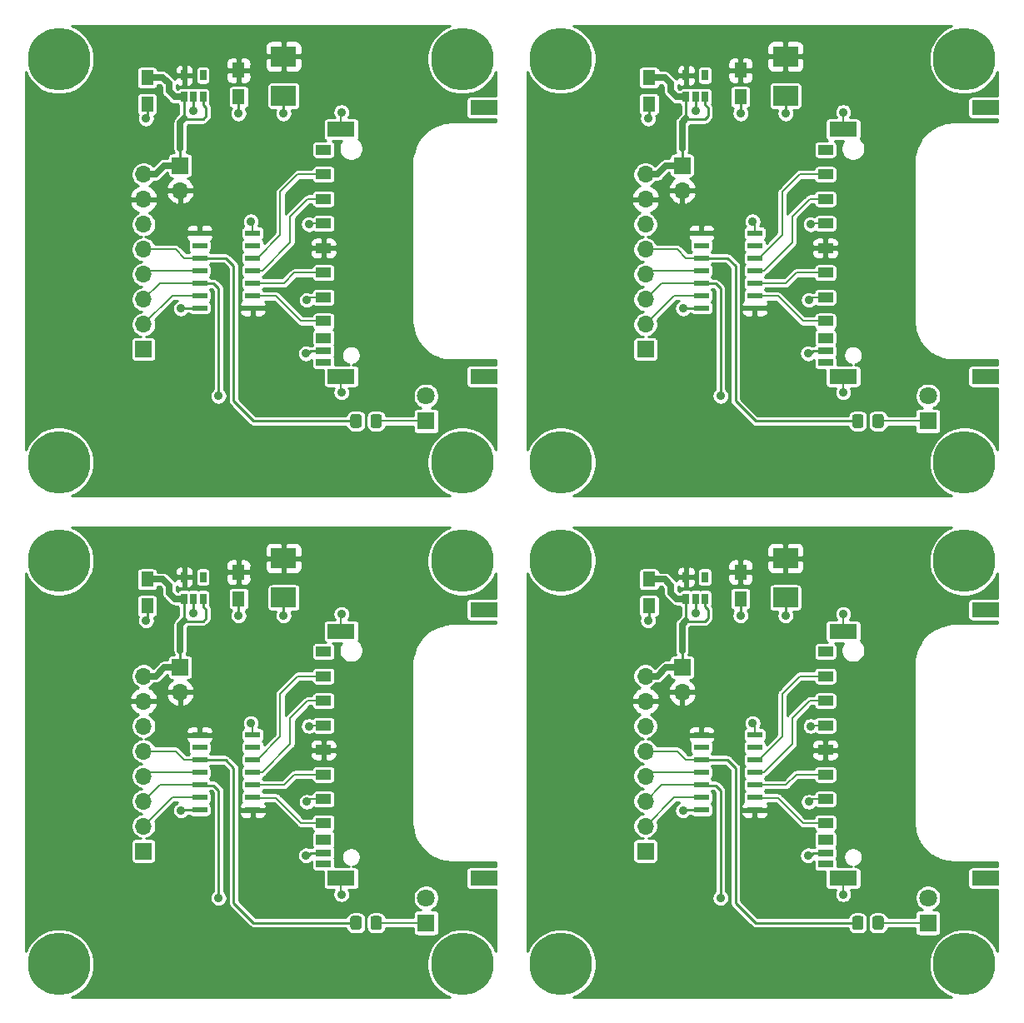
<source format=gtl>
%MOIN*%
%OFA0B0*%
%FSLAX46Y46*%
%IPPOS*%
%LPD*%
%ADD10C,0.25*%
%ADD11R,0.0984251968503937X0.07874015748031496*%
%ADD12R,0.051181102362204731X0.059055118110236227*%
%ADD13R,0.070866141732283464X0.070866141732283464*%
%ADD14C,0.070866141732283464*%
%ADD15R,0.059055118110236227X0.027559055118110236*%
%ADD16R,0.059055118110236227X0.03937007874015748*%
%ADD17R,0.11023622047244094X0.059055118110236227*%
%ADD18R,0.025590551181102365X0.041732283464566935*%
%ADD19R,0.066929133858267723X0.066929133858267723*%
%ADD20O,0.066929133858267723X0.066929133858267723*%
%ADD21R,0.059055118110236227X0.023622047244094488*%
%ADD22C,0.035*%
%ADD23C,0.008*%
%ADD24C,0.01*%
%ADD25C,0.025*%
%ADD26C,0.005905511811023622*%
%ADD37C,0.25*%
%ADD38R,0.0984251968503937X0.07874015748031496*%
%ADD39R,0.051181102362204731X0.059055118110236227*%
%ADD40R,0.070866141732283464X0.070866141732283464*%
%ADD41C,0.070866141732283464*%
%ADD42R,0.059055118110236227X0.027559055118110236*%
%ADD43R,0.059055118110236227X0.03937007874015748*%
%ADD44R,0.11023622047244094X0.059055118110236227*%
%ADD45R,0.025590551181102365X0.041732283464566935*%
%ADD46R,0.066929133858267723X0.066929133858267723*%
%ADD47O,0.066929133858267723X0.066929133858267723*%
%ADD48R,0.059055118110236227X0.023622047244094488*%
%ADD49C,0.035*%
%ADD50C,0.008*%
%ADD51C,0.01*%
%ADD52C,0.025*%
%ADD53C,0.005905511811023622*%
%ADD54C,0.25*%
%ADD55R,0.0984251968503937X0.07874015748031496*%
%ADD56R,0.051181102362204731X0.059055118110236227*%
%ADD57R,0.070866141732283464X0.070866141732283464*%
%ADD58C,0.070866141732283464*%
%ADD59R,0.059055118110236227X0.027559055118110236*%
%ADD60R,0.059055118110236227X0.03937007874015748*%
%ADD61R,0.11023622047244094X0.059055118110236227*%
%ADD62R,0.025590551181102365X0.041732283464566935*%
%ADD63R,0.066929133858267723X0.066929133858267723*%
%ADD64O,0.066929133858267723X0.066929133858267723*%
%ADD65R,0.059055118110236227X0.023622047244094488*%
%ADD66C,0.035*%
%ADD67C,0.008*%
%ADD68C,0.01*%
%ADD69C,0.025*%
%ADD70C,0.005905511811023622*%
%ADD71C,0.25*%
%ADD72R,0.0984251968503937X0.07874015748031496*%
%ADD73R,0.051181102362204731X0.059055118110236227*%
%ADD74R,0.070866141732283464X0.070866141732283464*%
%ADD75C,0.070866141732283464*%
%ADD76R,0.059055118110236227X0.027559055118110236*%
%ADD77R,0.059055118110236227X0.03937007874015748*%
%ADD78R,0.11023622047244094X0.059055118110236227*%
%ADD79R,0.025590551181102365X0.041732283464566935*%
%ADD80R,0.066929133858267723X0.066929133858267723*%
%ADD81O,0.066929133858267723X0.066929133858267723*%
%ADD82R,0.059055118110236227X0.023622047244094488*%
%ADD83C,0.035*%
%ADD84C,0.008*%
%ADD85C,0.01*%
%ADD86C,0.025*%
%ADD87C,0.005905511811023622*%
G01*
D10*
X-0000393700Y0002322834D02*
X0000157480Y0000157480D03*
X0001771653Y0000157480D03*
X0001771653Y0001771653D03*
X0000157480Y0001771653D03*
D11*
X0001056299Y0001781574D03*
X0001056299Y0001624094D03*
D12*
X0000876299Y0001725984D03*
X0000876299Y0001619685D03*
X0000510551Y0001697165D03*
X0000510551Y0001590866D03*
D13*
X0001626299Y0000322834D03*
D14*
X0001626299Y0000422834D03*
D15*
X0001216062Y0000557992D03*
X0001216062Y0000602874D03*
D16*
X0001216062Y0001211535D03*
X0001216062Y0001309960D03*
X0001216062Y0001113110D03*
X0001216062Y0001014685D03*
X0001216062Y0000916259D03*
X0001216062Y0000817834D03*
X0001216062Y0000722559D03*
X0001216062Y0000655629D03*
X0001216062Y0001408385D03*
D17*
X0001286929Y0001489881D03*
X0001286929Y0000501692D03*
X0001857795Y0000501692D03*
X0001857795Y0001576496D03*
G36*
G01*
X0001323307Y0000305118D02*
X0001323307Y0000340551D01*
G75*
G02*
X0001333149Y0000350393I0000009842D01*
G01*
X0001358740Y0000350393D01*
G75*
G02*
X0001368582Y0000340551J-0000009842D01*
G01*
X0001368582Y0000305118D01*
G75*
G02*
X0001358740Y0000295275I-0000009842D01*
G01*
X0001333149Y0000295275D01*
G75*
G02*
X0001323307Y0000305118J0000009842D01*
G01*
G37*
G36*
G01*
X0001404015Y0000305118D02*
X0001404015Y0000340551D01*
G75*
G02*
X0001413858Y0000350393I0000009842D01*
G01*
X0001439448Y0000350393D01*
G75*
G02*
X0001449291Y0000340551J-0000009842D01*
G01*
X0001449291Y0000305118D01*
G75*
G02*
X0001439448Y0000295275I-0000009842D01*
G01*
X0001413858Y0000295275D01*
G75*
G02*
X0001404015Y0000305118J0000009842D01*
G01*
G37*
D18*
X0000658897Y0001619527D03*
X0000696299Y0001619527D03*
X0000733700Y0001619527D03*
X0000733700Y0001706141D03*
X0000658897Y0001706141D03*
D19*
X0000496062Y0000610236D03*
D20*
X0000496062Y0000710236D03*
X0000496062Y0000810236D03*
X0000496062Y0000910236D03*
X0000496062Y0001010236D03*
X0000496062Y0001110236D03*
X0000496062Y0001210236D03*
X0000496062Y0001310236D03*
D21*
X0000933070Y0000775196D03*
X0000933070Y0000825196D03*
X0000933070Y0000875196D03*
X0000933070Y0000925196D03*
X0000933070Y0000975196D03*
X0000933070Y0001025196D03*
X0000933070Y0001075196D03*
X0000720472Y0001075196D03*
X0000720472Y0001025196D03*
X0000720472Y0000975196D03*
X0000720472Y0000925196D03*
X0000720472Y0000875196D03*
X0000720472Y0000825196D03*
X0000720472Y0000775196D03*
D19*
X0000642716Y0001345472D03*
D20*
X0000642716Y0001245472D03*
D22*
X0001157480Y0001110236D03*
X0001287401Y0001559055D03*
X0001287401Y0000437007D03*
X0001149606Y0000807082D03*
X0000925196Y0001122047D03*
X0001056299Y0001552834D03*
X0000876299Y0001552834D03*
X0000696299Y0001562834D03*
X0000506299Y0001532834D03*
X0000646299Y0000772834D03*
X0000796299Y0000422834D03*
X0001146299Y0000592834D03*
D23*
X0001216062Y0001113110D02*
X0001160354Y0001113110D01*
X0001160354Y0001113110D02*
X0001157480Y0001110236D01*
X0001286929Y0001489881D02*
X0001286929Y0001558582D01*
X0001286929Y0001558582D02*
X0001287401Y0001559055D01*
X0001286929Y0000501692D02*
X0001286929Y0000437480D01*
X0001286929Y0000437480D02*
X0001287401Y0000437007D01*
X0001216062Y0000817834D02*
X0001160358Y0000817834D01*
X0001160358Y0000817834D02*
X0001149606Y0000807082D01*
X0000933070Y0001075196D02*
X0000933070Y0001114173D01*
X0000933070Y0001114173D02*
X0000925196Y0001122047D01*
D24*
X0001056299Y0001624094D02*
X0001056299Y0001552834D01*
X0000876299Y0001619685D02*
X0000876299Y0001552834D01*
X0000696299Y0001619527D02*
X0000696299Y0001562834D01*
X0000510551Y0001590866D02*
X0000510551Y0001537086D01*
X0000510551Y0001537086D02*
X0000506299Y0001532834D01*
D25*
X0000496062Y0001310236D02*
X0000543700Y0001310236D01*
X0000578936Y0001345472D02*
X0000642716Y0001345472D01*
X0000543700Y0001310236D02*
X0000578936Y0001345472D01*
D24*
X0000720472Y0000775196D02*
X0000648661Y0000775196D01*
X0000648661Y0000775196D02*
X0000646299Y0000772834D01*
D25*
X0000642716Y0001516653D02*
X0000658897Y0001532834D01*
X0000642716Y0001412834D02*
X0000642716Y0001516653D01*
D24*
X0000658897Y0001619527D02*
X0000658897Y0001532834D01*
X0000642716Y0001412834D02*
X0000642716Y0001345472D01*
X0000733700Y0001588661D02*
X0000733700Y0001619527D01*
X0000746299Y0001576062D02*
X0000733700Y0001588661D01*
X0000746299Y0001542834D02*
X0000746299Y0001576062D01*
X0000733799Y0001530334D02*
X0000746299Y0001542834D01*
X0000656397Y0001530334D02*
X0000733799Y0001530334D01*
X0000642716Y0001516653D02*
X0000656397Y0001530334D01*
D25*
X0000658897Y0001619527D02*
X0000621102Y0001619527D01*
X0000621102Y0001619527D02*
X0000597795Y0001642834D01*
X0000573464Y0001697165D02*
X0000597795Y0001672834D01*
X0000510551Y0001697165D02*
X0000573464Y0001697165D01*
X0000597795Y0001642834D02*
X0000597795Y0001672834D01*
D23*
X0001426653Y0000322834D02*
X0001626299Y0000322834D01*
X0000511023Y0000925196D02*
X0000496062Y0000910236D01*
X0000720472Y0000925196D02*
X0000511023Y0000925196D01*
X0000561023Y0000875196D02*
X0000496062Y0000810236D01*
X0000720472Y0000875196D02*
X0000561023Y0000875196D01*
D24*
X0000738188Y0000875196D02*
X0000740551Y0000872834D01*
X0000720472Y0000875196D02*
X0000738188Y0000875196D01*
X0000740551Y0000872834D02*
X0000776299Y0000872834D01*
X0000776299Y0000872834D02*
X0000796299Y0000852834D01*
X0000796299Y0000852834D02*
X0000796299Y0000422834D01*
D23*
X0000611023Y0000825196D02*
X0000496062Y0000710236D01*
X0000720472Y0000825196D02*
X0000611023Y0000825196D01*
X0000970598Y0000925196D02*
X0001082677Y0001037275D01*
X0000933070Y0000925196D02*
X0000970598Y0000925196D01*
X0001082677Y0001037275D02*
X0001082677Y0001141732D01*
X0001152480Y0001211535D02*
X0001216062Y0001211535D01*
X0001082677Y0001141732D02*
X0001152480Y0001211535D01*
X0000950787Y0000975196D02*
X0001043307Y0001067716D01*
X0000933070Y0000975196D02*
X0000950787Y0000975196D01*
X0001043307Y0001067716D02*
X0001043307Y0001240157D01*
X0001113110Y0001309960D02*
X0001216062Y0001309960D01*
X0001043307Y0001240157D02*
X0001113110Y0001309960D01*
X0000933070Y0000875196D02*
X0001058661Y0000875196D01*
X0001099724Y0000916259D02*
X0001216062Y0000916259D01*
X0001058661Y0000875196D02*
X0001099724Y0000916259D01*
X0001126574Y0000722559D02*
X0001216062Y0000722559D01*
X0000950787Y0000825196D02*
X0000953149Y0000822834D01*
X0000933070Y0000825196D02*
X0000950787Y0000825196D01*
X0001026299Y0000822834D02*
X0001126574Y0000722559D01*
X0000953149Y0000822834D02*
X0001026299Y0000822834D01*
D24*
X0001146299Y0000592834D02*
X0001156299Y0000592834D01*
X0001166338Y0000602874D02*
X0001216062Y0000602874D01*
X0001156299Y0000592834D02*
X0001166338Y0000602874D01*
D23*
X0000623622Y0001010236D02*
X0000496062Y0001010236D01*
X0000720472Y0000975196D02*
X0000658661Y0000975196D01*
X0000658661Y0000975196D02*
X0000623622Y0001010236D01*
D24*
X0000936299Y0000322834D02*
X0001345944Y0000322834D01*
X0000856299Y0000402834D02*
X0000936299Y0000322834D01*
X0000856299Y0000942834D02*
X0000856299Y0000402834D01*
X0000823937Y0000975196D02*
X0000856299Y0000942834D01*
X0000720472Y0000975196D02*
X0000823937Y0000975196D01*
X0001704391Y0001897492D02*
X0001681133Y0001881952D01*
X0001661354Y0001862173D01*
X0001645814Y0001838915D01*
X0001635110Y0001813073D01*
X0001629653Y0001785639D01*
X0001629653Y0001757667D01*
X0001635110Y0001730233D01*
X0001645814Y0001704391D01*
X0001661354Y0001681133D01*
X0001681133Y0001661354D01*
X0001704391Y0001645814D01*
X0001730233Y0001635110D01*
X0001757667Y0001629653D01*
X0001785639Y0001629653D01*
X0001813073Y0001635110D01*
X0001838915Y0001645814D01*
X0001862173Y0001661354D01*
X0001881952Y0001681133D01*
X0001897492Y0001704391D01*
X0001904633Y0001721632D01*
X0001904633Y0001623105D01*
X0001802677Y0001623105D01*
X0001799344Y0001622777D01*
X0001796140Y0001621805D01*
X0001793186Y0001620227D01*
X0001790598Y0001618102D01*
X0001788473Y0001615514D01*
X0001786895Y0001612560D01*
X0001785923Y0001609356D01*
X0001785594Y0001606023D01*
X0001785594Y0001546968D01*
X0001785923Y0001543635D01*
X0001786895Y0001540431D01*
X0001788473Y0001537478D01*
X0001790598Y0001534889D01*
X0001793186Y0001532765D01*
X0001796140Y0001531186D01*
X0001799344Y0001530214D01*
X0001802677Y0001529886D01*
X0001904633Y0001529886D01*
X0001904633Y0001520562D01*
X0001731079Y0001520562D01*
X0001729961Y0001520452D01*
X0001729100Y0001520458D01*
X0001728760Y0001520425D01*
X0001702014Y0001517614D01*
X0001699838Y0001517167D01*
X0001697658Y0001516751D01*
X0001697331Y0001516652D01*
X0001671640Y0001508700D01*
X0001669594Y0001507840D01*
X0001667534Y0001507008D01*
X0001667232Y0001506847D01*
X0001643576Y0001494056D01*
X0001641735Y0001492814D01*
X0001639877Y0001491598D01*
X0001639612Y0001491382D01*
X0001618891Y0001474240D01*
X0001617325Y0001472664D01*
X0001615739Y0001471111D01*
X0001615521Y0001470847D01*
X0001598524Y0001450007D01*
X0001597295Y0001448156D01*
X0001596041Y0001446325D01*
X0001595878Y0001446024D01*
X0001583253Y0001422279D01*
X0001582407Y0001420227D01*
X0001581532Y0001418185D01*
X0001581431Y0001417858D01*
X0001573658Y0001392113D01*
X0001573226Y0001389932D01*
X0001572765Y0001387763D01*
X0001572729Y0001387423D01*
X0001572268Y0001382721D01*
X0001570962Y0001381153D01*
X0001570411Y0001380342D01*
X0001570029Y0001379440D01*
X0001569831Y0001378480D01*
X0001569804Y0001377817D01*
X0001570233Y0001361966D01*
X0001570105Y0001360658D01*
X0001570105Y0001360658D01*
X0001569988Y0001359473D01*
X0001569920Y0000725933D01*
X0001569930Y0000725832D01*
X0001569976Y0000720157D01*
X0001570117Y0000718829D01*
X0001570143Y0000717493D01*
X0001570186Y0000717154D01*
X0001573613Y0000691161D01*
X0001574117Y0000688999D01*
X0001574591Y0000686829D01*
X0001574698Y0000686504D01*
X0001583109Y0000661672D01*
X0001584024Y0000659648D01*
X0001584910Y0000657612D01*
X0001585078Y0000657315D01*
X0001589485Y0000649655D01*
X0001589490Y0000649471D01*
X0001589612Y0000648498D01*
X0001589922Y0000647568D01*
X0001590407Y0000646717D01*
X0001591049Y0000645976D01*
X0001591823Y0000645375D01*
X0001591997Y0000645288D01*
X0001598152Y0000634589D01*
X0001599442Y0000632783D01*
X0001600707Y0000630956D01*
X0001600930Y0000630697D01*
X0001618169Y0000610944D01*
X0001619787Y0000609421D01*
X0001621381Y0000607877D01*
X0001621650Y0000607666D01*
X0001642398Y0000591637D01*
X0001644278Y0000590458D01*
X0001646144Y0000589252D01*
X0001646449Y0000589097D01*
X0001669915Y0000577404D01*
X0001671990Y0000576612D01*
X0001674052Y0000575792D01*
X0001674382Y0000575699D01*
X0001699672Y0000568786D01*
X0001701862Y0000568412D01*
X0001704044Y0000568009D01*
X0001704385Y0000567982D01*
X0001730208Y0000566136D01*
X0001731079Y0000566051D01*
X0001904633Y0000566051D01*
X0001904633Y0000548302D01*
X0001802677Y0000548302D01*
X0001799344Y0000547974D01*
X0001796140Y0000547002D01*
X0001793186Y0000545423D01*
X0001790598Y0000543299D01*
X0001788473Y0000540710D01*
X0001786895Y0000537757D01*
X0001785923Y0000534553D01*
X0001785594Y0000531220D01*
X0001785594Y0000472165D01*
X0001785923Y0000468832D01*
X0001786895Y0000465628D01*
X0001788473Y0000462674D01*
X0001790598Y0000460086D01*
X0001793186Y0000457961D01*
X0001796140Y0000456383D01*
X0001799344Y0000455411D01*
X0001802677Y0000455083D01*
X0001904633Y0000455083D01*
X0001904633Y0000207501D01*
X0001897492Y0000224742D01*
X0001881952Y0000248000D01*
X0001862173Y0000267778D01*
X0001838915Y0000283319D01*
X0001813073Y0000294023D01*
X0001785639Y0000299480D01*
X0001757667Y0000299480D01*
X0001730233Y0000294023D01*
X0001704391Y0000283319D01*
X0001681133Y0000267778D01*
X0001661354Y0000248000D01*
X0001645814Y0000224742D01*
X0001635110Y0000198900D01*
X0001629653Y0000171466D01*
X0001629653Y0000143494D01*
X0001635110Y0000116060D01*
X0001645814Y0000090218D01*
X0001661354Y0000066960D01*
X0001681133Y0000047181D01*
X0001704391Y0000031641D01*
X0001721632Y0000024500D01*
X0000207501Y0000024500D01*
X0000224742Y0000031641D01*
X0000248000Y0000047181D01*
X0000267778Y0000066960D01*
X0000283319Y0000090218D01*
X0000294023Y0000116060D01*
X0000299480Y0000143494D01*
X0000299480Y0000171466D01*
X0000294023Y0000198900D01*
X0000283319Y0000224742D01*
X0000267778Y0000248000D01*
X0000248000Y0000267778D01*
X0000224742Y0000283319D01*
X0000198900Y0000294023D01*
X0000171466Y0000299480D01*
X0000143494Y0000299480D01*
X0000116060Y0000294023D01*
X0000090218Y0000283319D01*
X0000066960Y0000267778D01*
X0000047181Y0000248000D01*
X0000031641Y0000224742D01*
X0000024499Y0000207501D01*
X0000024499Y0001196185D01*
X0000439311Y0001196185D01*
X0000441069Y0001190389D01*
X0000445998Y0001180042D01*
X0000452850Y0001170855D01*
X0000461363Y0001163181D01*
X0000471210Y0001157316D01*
X0000474789Y0001156047D01*
X0000472159Y0001154957D01*
X0000463893Y0001149434D01*
X0000456864Y0001142405D01*
X0000451341Y0001134140D01*
X0000447537Y0001124956D01*
X0000445598Y0001115206D01*
X0000445598Y0001105265D01*
X0000447537Y0001095516D01*
X0000451341Y0001086332D01*
X0000456864Y0001078066D01*
X0000463893Y0001071037D01*
X0000472159Y0001065515D01*
X0000481343Y0001061710D01*
X0000488757Y0001060236D01*
X0000481343Y0001058761D01*
X0000472159Y0001054957D01*
X0000463893Y0001049434D01*
X0000456864Y0001042405D01*
X0000451341Y0001034140D01*
X0000447537Y0001024956D01*
X0000445598Y0001015206D01*
X0000445598Y0001005265D01*
X0000447537Y0000995516D01*
X0000451341Y0000986332D01*
X0000456864Y0000978066D01*
X0000463893Y0000971037D01*
X0000472159Y0000965515D01*
X0000481343Y0000961710D01*
X0000488757Y0000960236D01*
X0000481343Y0000958761D01*
X0000472159Y0000954957D01*
X0000463893Y0000949434D01*
X0000456864Y0000942405D01*
X0000451341Y0000934140D01*
X0000447537Y0000924956D01*
X0000445598Y0000915206D01*
X0000445598Y0000905265D01*
X0000447537Y0000895516D01*
X0000451341Y0000886332D01*
X0000456864Y0000878066D01*
X0000463893Y0000871037D01*
X0000472159Y0000865515D01*
X0000481343Y0000861710D01*
X0000488757Y0000860236D01*
X0000481343Y0000858761D01*
X0000472159Y0000854957D01*
X0000463893Y0000849434D01*
X0000456864Y0000842405D01*
X0000451341Y0000834140D01*
X0000447537Y0000824956D01*
X0000445598Y0000815206D01*
X0000445598Y0000805265D01*
X0000447537Y0000795516D01*
X0000451341Y0000786332D01*
X0000456864Y0000778066D01*
X0000463893Y0000771037D01*
X0000472159Y0000765515D01*
X0000481343Y0000761710D01*
X0000488757Y0000760236D01*
X0000481343Y0000758761D01*
X0000472159Y0000754957D01*
X0000463893Y0000749434D01*
X0000456864Y0000742405D01*
X0000451341Y0000734140D01*
X0000447537Y0000724956D01*
X0000445598Y0000715206D01*
X0000445598Y0000705265D01*
X0000447537Y0000695516D01*
X0000451341Y0000686332D01*
X0000456864Y0000678066D01*
X0000463893Y0000671037D01*
X0000472159Y0000665515D01*
X0000481343Y0000661710D01*
X0000486008Y0000660783D01*
X0000462598Y0000660783D01*
X0000459265Y0000660454D01*
X0000456061Y0000659482D01*
X0000453108Y0000657904D01*
X0000450519Y0000655779D01*
X0000448395Y0000653191D01*
X0000446816Y0000650237D01*
X0000445844Y0000647033D01*
X0000445516Y0000643700D01*
X0000445516Y0000576771D01*
X0000445844Y0000573439D01*
X0000446816Y0000570234D01*
X0000448395Y0000567281D01*
X0000450519Y0000564692D01*
X0000453108Y0000562568D01*
X0000456061Y0000560989D01*
X0000459265Y0000560017D01*
X0000462598Y0000559689D01*
X0000529527Y0000559689D01*
X0000532860Y0000560017D01*
X0000536064Y0000560989D01*
X0000539017Y0000562568D01*
X0000541606Y0000564692D01*
X0000543730Y0000567281D01*
X0000545309Y0000570234D01*
X0000546281Y0000573439D01*
X0000546609Y0000576771D01*
X0000546609Y0000643700D01*
X0000546281Y0000647033D01*
X0000545309Y0000650237D01*
X0000543730Y0000653191D01*
X0000541606Y0000655779D01*
X0000539017Y0000657904D01*
X0000536064Y0000659482D01*
X0000532860Y0000660454D01*
X0000529527Y0000660783D01*
X0000506117Y0000660783D01*
X0000510782Y0000661710D01*
X0000519966Y0000665515D01*
X0000528232Y0000671037D01*
X0000535261Y0000678066D01*
X0000540784Y0000686332D01*
X0000544588Y0000695516D01*
X0000546527Y0000705265D01*
X0000546527Y0000715206D01*
X0000544588Y0000724956D01*
X0000543385Y0000727860D01*
X0000619722Y0000804196D01*
X0000631861Y0000804196D01*
X0000629957Y0000803408D01*
X0000624306Y0000799632D01*
X0000619501Y0000794827D01*
X0000615725Y0000789176D01*
X0000613125Y0000782897D01*
X0000611799Y0000776232D01*
X0000611799Y0000769436D01*
X0000613125Y0000762771D01*
X0000615725Y0000756492D01*
X0000619501Y0000750842D01*
X0000624306Y0000746036D01*
X0000629957Y0000742261D01*
X0000636235Y0000739660D01*
X0000642901Y0000738334D01*
X0000649697Y0000738334D01*
X0000656362Y0000739660D01*
X0000662641Y0000742261D01*
X0000668291Y0000746036D01*
X0000673097Y0000750842D01*
X0000674670Y0000753196D01*
X0000677314Y0000753196D01*
X0000678865Y0000751306D01*
X0000681454Y0000749182D01*
X0000684407Y0000747603D01*
X0000687612Y0000746631D01*
X0000690944Y0000746303D01*
X0000750000Y0000746303D01*
X0000753332Y0000746631D01*
X0000756537Y0000747603D01*
X0000759490Y0000749182D01*
X0000762078Y0000751306D01*
X0000764203Y0000753895D01*
X0000765781Y0000756848D01*
X0000766754Y0000760053D01*
X0000767082Y0000763385D01*
X0000767082Y0000787007D01*
X0000766754Y0000790340D01*
X0000765781Y0000793544D01*
X0000764203Y0000796498D01*
X0000762078Y0000799086D01*
X0000760726Y0000800196D01*
X0000762078Y0000801306D01*
X0000764203Y0000803895D01*
X0000765781Y0000806848D01*
X0000766754Y0000810053D01*
X0000767082Y0000813385D01*
X0000767082Y0000837007D01*
X0000766754Y0000840340D01*
X0000765781Y0000843544D01*
X0000764203Y0000846498D01*
X0000762078Y0000849086D01*
X0000760726Y0000850196D01*
X0000761503Y0000850834D01*
X0000767186Y0000850834D01*
X0000774299Y0000843721D01*
X0000774299Y0000449625D01*
X0000769501Y0000444827D01*
X0000765725Y0000439176D01*
X0000763125Y0000432897D01*
X0000761799Y0000426232D01*
X0000761799Y0000419436D01*
X0000763125Y0000412771D01*
X0000765725Y0000406492D01*
X0000769501Y0000400842D01*
X0000774306Y0000396036D01*
X0000779957Y0000392261D01*
X0000786235Y0000389660D01*
X0000792901Y0000388334D01*
X0000799697Y0000388334D01*
X0000806362Y0000389660D01*
X0000812641Y0000392261D01*
X0000818291Y0000396036D01*
X0000823097Y0000400842D01*
X0000826872Y0000406492D01*
X0000829473Y0000412771D01*
X0000830799Y0000419436D01*
X0000830799Y0000426232D01*
X0000829473Y0000432897D01*
X0000826872Y0000439176D01*
X0000823097Y0000444827D01*
X0000818299Y0000449625D01*
X0000818299Y0000851754D01*
X0000818405Y0000852834D01*
X0000818214Y0000854773D01*
X0000817980Y0000857147D01*
X0000816722Y0000861294D01*
X0000814680Y0000865116D01*
X0000811930Y0000868466D01*
X0000811091Y0000869155D01*
X0000792619Y0000887626D01*
X0000791930Y0000888466D01*
X0000788580Y0000891215D01*
X0000784758Y0000893258D01*
X0000780611Y0000894516D01*
X0000777379Y0000894834D01*
X0000777379Y0000894834D01*
X0000776299Y0000894941D01*
X0000775218Y0000894834D01*
X0000765092Y0000894834D01*
X0000764203Y0000896498D01*
X0000762078Y0000899086D01*
X0000760726Y0000900196D01*
X0000762078Y0000901306D01*
X0000764203Y0000903895D01*
X0000765781Y0000906848D01*
X0000766754Y0000910053D01*
X0000767082Y0000913385D01*
X0000767082Y0000937007D01*
X0000766754Y0000940340D01*
X0000765781Y0000943544D01*
X0000764203Y0000946498D01*
X0000762078Y0000949086D01*
X0000760726Y0000950196D01*
X0000762078Y0000951306D01*
X0000763630Y0000953196D01*
X0000814824Y0000953196D01*
X0000834299Y0000933721D01*
X0000834299Y0000403915D01*
X0000834192Y0000402834D01*
X0000834617Y0000398521D01*
X0000835875Y0000394374D01*
X0000835875Y0000394374D01*
X0000837918Y0000390552D01*
X0000840667Y0000387203D01*
X0000841506Y0000386514D01*
X0000919978Y0000308042D01*
X0000920667Y0000307202D01*
X0000924017Y0000304453D01*
X0000927839Y0000302410D01*
X0000931986Y0000301152D01*
X0000935218Y0000300834D01*
X0000935218Y0000300834D01*
X0000936299Y0000300728D01*
X0000937379Y0000300834D01*
X0001306646Y0000300834D01*
X0001306742Y0000299865D01*
X0001308274Y0000294814D01*
X0001310762Y0000290159D01*
X0001314110Y0000286079D01*
X0001318190Y0000282730D01*
X0001322845Y0000280242D01*
X0001327896Y0000278710D01*
X0001333149Y0000278193D01*
X0001358740Y0000278193D01*
X0001363992Y0000278710D01*
X0001369043Y0000280242D01*
X0001373698Y0000282730D01*
X0001377778Y0000286079D01*
X0001381127Y0000290159D01*
X0001383615Y0000294814D01*
X0001385147Y0000299865D01*
X0001385664Y0000305118D01*
X0001385664Y0000340551D01*
X0001386933Y0000340551D01*
X0001386933Y0000305118D01*
X0001387450Y0000299865D01*
X0001388983Y0000294814D01*
X0001391471Y0000290159D01*
X0001394819Y0000286079D01*
X0001398899Y0000282730D01*
X0001403554Y0000280242D01*
X0001408605Y0000278710D01*
X0001413858Y0000278193D01*
X0001439448Y0000278193D01*
X0001444701Y0000278710D01*
X0001449752Y0000280242D01*
X0001454407Y0000282730D01*
X0001458487Y0000286079D01*
X0001461835Y0000290159D01*
X0001464324Y0000294814D01*
X0001465856Y0000299865D01*
X0001466050Y0000301834D01*
X0001573783Y0000301834D01*
X0001573783Y0000287401D01*
X0001574112Y0000284068D01*
X0001575084Y0000280864D01*
X0001576662Y0000277911D01*
X0001578787Y0000275322D01*
X0001581375Y0000273198D01*
X0001584329Y0000271619D01*
X0001587533Y0000270647D01*
X0001590866Y0000270319D01*
X0001661732Y0000270319D01*
X0001665064Y0000270647D01*
X0001668269Y0000271619D01*
X0001671222Y0000273198D01*
X0001673811Y0000275322D01*
X0001675935Y0000277911D01*
X0001677514Y0000280864D01*
X0001678486Y0000284068D01*
X0001678814Y0000287401D01*
X0001678814Y0000358267D01*
X0001678486Y0000361600D01*
X0001677514Y0000364804D01*
X0001675935Y0000367758D01*
X0001673811Y0000370346D01*
X0001671222Y0000372471D01*
X0001668269Y0000374049D01*
X0001665064Y0000375021D01*
X0001661732Y0000375349D01*
X0001648675Y0000375349D01*
X0001651135Y0000376369D01*
X0001659723Y0000382107D01*
X0001667026Y0000389410D01*
X0001672764Y0000397998D01*
X0001676717Y0000407540D01*
X0001678732Y0000417670D01*
X0001678732Y0000427998D01*
X0001676717Y0000438128D01*
X0001672764Y0000447670D01*
X0001667026Y0000456258D01*
X0001659723Y0000463562D01*
X0001651135Y0000469300D01*
X0001641593Y0000473252D01*
X0001631463Y0000475267D01*
X0001621135Y0000475267D01*
X0001611005Y0000473252D01*
X0001601462Y0000469300D01*
X0001592875Y0000463562D01*
X0001585571Y0000456258D01*
X0001579833Y0000447670D01*
X0001575881Y0000438128D01*
X0001573866Y0000427998D01*
X0001573866Y0000417670D01*
X0001575881Y0000407540D01*
X0001579833Y0000397998D01*
X0001585571Y0000389410D01*
X0001592875Y0000382107D01*
X0001601462Y0000376369D01*
X0001603923Y0000375349D01*
X0001590866Y0000375349D01*
X0001587533Y0000375021D01*
X0001584329Y0000374049D01*
X0001581375Y0000372471D01*
X0001578787Y0000370346D01*
X0001576662Y0000367758D01*
X0001575084Y0000364804D01*
X0001574112Y0000361600D01*
X0001573783Y0000358267D01*
X0001573783Y0000343834D01*
X0001466050Y0000343834D01*
X0001465856Y0000345803D01*
X0001464324Y0000350854D01*
X0001461835Y0000355509D01*
X0001458487Y0000359589D01*
X0001454407Y0000362938D01*
X0001449752Y0000365426D01*
X0001444701Y0000366958D01*
X0001439448Y0000367475D01*
X0001413858Y0000367475D01*
X0001408605Y0000366958D01*
X0001403554Y0000365426D01*
X0001398899Y0000362938D01*
X0001394819Y0000359589D01*
X0001391471Y0000355509D01*
X0001388983Y0000350854D01*
X0001387450Y0000345803D01*
X0001386933Y0000340551D01*
X0001385664Y0000340551D01*
X0001385147Y0000345803D01*
X0001383615Y0000350854D01*
X0001381127Y0000355509D01*
X0001377778Y0000359589D01*
X0001373698Y0000362938D01*
X0001369043Y0000365426D01*
X0001363992Y0000366958D01*
X0001358740Y0000367475D01*
X0001333149Y0000367475D01*
X0001327896Y0000366958D01*
X0001322845Y0000365426D01*
X0001318190Y0000362938D01*
X0001314110Y0000359589D01*
X0001310762Y0000355509D01*
X0001308274Y0000350854D01*
X0001306742Y0000345803D01*
X0001306646Y0000344834D01*
X0000945411Y0000344834D01*
X0000878299Y0000411947D01*
X0000878299Y0000763385D01*
X0000878422Y0000763385D01*
X0000878905Y0000758484D01*
X0000880334Y0000753772D01*
X0000882656Y0000749429D01*
X0000885780Y0000745622D01*
X0000889586Y0000742498D01*
X0000893929Y0000740177D01*
X0000898642Y0000738747D01*
X0000903543Y0000738264D01*
X0000921820Y0000738385D01*
X0000928070Y0000744635D01*
X0000928070Y0000770196D01*
X0000938070Y0000770196D01*
X0000938070Y0000744635D01*
X0000944320Y0000738385D01*
X0000962598Y0000738264D01*
X0000967499Y0000738747D01*
X0000972211Y0000740177D01*
X0000976554Y0000742498D01*
X0000980361Y0000745622D01*
X0000983485Y0000749429D01*
X0000985807Y0000753772D01*
X0000987236Y0000758484D01*
X0000987719Y0000763385D01*
X0000987598Y0000763946D01*
X0000981348Y0000770196D01*
X0000938070Y0000770196D01*
X0000928070Y0000770196D01*
X0000884793Y0000770196D01*
X0000878543Y0000763946D01*
X0000878422Y0000763385D01*
X0000878299Y0000763385D01*
X0000878299Y0000787007D01*
X0000878422Y0000787007D01*
X0000878543Y0000786446D01*
X0000884793Y0000780196D01*
X0000928070Y0000780196D01*
X0000928070Y0000780984D01*
X0000938070Y0000780984D01*
X0000938070Y0000780196D01*
X0000981348Y0000780196D01*
X0000987598Y0000786446D01*
X0000987719Y0000787007D01*
X0000987236Y0000791908D01*
X0000985807Y0000796621D01*
X0000983485Y0000800964D01*
X0000982771Y0000801834D01*
X0001017600Y0000801834D01*
X0001110996Y0000708438D01*
X0001111653Y0000707637D01*
X0001112454Y0000706980D01*
X0001112454Y0000706980D01*
X0001113174Y0000706390D01*
X0001114851Y0000705013D01*
X0001118499Y0000703063D01*
X0001122458Y0000701862D01*
X0001125543Y0000701559D01*
X0001125543Y0000701559D01*
X0001126574Y0000701457D01*
X0001127605Y0000701559D01*
X0001169582Y0000701559D01*
X0001169781Y0000699541D01*
X0001170753Y0000696336D01*
X0001172332Y0000693383D01*
X0001174456Y0000690795D01*
X0001176528Y0000689094D01*
X0001174456Y0000687393D01*
X0001172332Y0000684805D01*
X0001170753Y0000681852D01*
X0001169781Y0000678647D01*
X0001169453Y0000675314D01*
X0001169453Y0000635944D01*
X0001169781Y0000632612D01*
X0001170753Y0000629407D01*
X0001172332Y0000626454D01*
X0001172459Y0000626299D01*
X0001172332Y0000626143D01*
X0001171653Y0000624874D01*
X0001167418Y0000624874D01*
X0001166338Y0000624980D01*
X0001165258Y0000624874D01*
X0001165258Y0000624874D01*
X0001162025Y0000624555D01*
X0001160781Y0000624178D01*
X0001156362Y0000626008D01*
X0001149697Y0000627334D01*
X0001142901Y0000627334D01*
X0001136235Y0000626008D01*
X0001129957Y0000623408D01*
X0001124306Y0000619632D01*
X0001119501Y0000614827D01*
X0001115725Y0000609176D01*
X0001113125Y0000602897D01*
X0001111799Y0000596232D01*
X0001111799Y0000589436D01*
X0001113125Y0000582771D01*
X0001115725Y0000576492D01*
X0001119501Y0000570842D01*
X0001124306Y0000566036D01*
X0001129957Y0000562261D01*
X0001136235Y0000559660D01*
X0001142901Y0000558334D01*
X0001149697Y0000558334D01*
X0001156362Y0000559660D01*
X0001162641Y0000562261D01*
X0001168291Y0000566036D01*
X0001169453Y0000567198D01*
X0001169453Y0000544212D01*
X0001169781Y0000540879D01*
X0001170753Y0000537675D01*
X0001172332Y0000534722D01*
X0001174456Y0000532133D01*
X0001177045Y0000530009D01*
X0001179998Y0000528430D01*
X0001183202Y0000527458D01*
X0001186535Y0000527130D01*
X0001214728Y0000527130D01*
X0001214728Y0000472165D01*
X0001215057Y0000468832D01*
X0001216029Y0000465628D01*
X0001217607Y0000462674D01*
X0001219732Y0000460086D01*
X0001222320Y0000457961D01*
X0001225273Y0000456383D01*
X0001228478Y0000455411D01*
X0001231810Y0000455083D01*
X0001257986Y0000455083D01*
X0001256828Y0000453349D01*
X0001254227Y0000447071D01*
X0001252901Y0000440405D01*
X0001252901Y0000433609D01*
X0001254227Y0000426944D01*
X0001256828Y0000420665D01*
X0001260603Y0000415015D01*
X0001265409Y0000410209D01*
X0001271059Y0000406434D01*
X0001277338Y0000403833D01*
X0001284003Y0000402507D01*
X0001290799Y0000402507D01*
X0001297464Y0000403833D01*
X0001303743Y0000406434D01*
X0001309394Y0000410209D01*
X0001314199Y0000415015D01*
X0001317975Y0000420665D01*
X0001320575Y0000426944D01*
X0001321901Y0000433609D01*
X0001321901Y0000440405D01*
X0001320575Y0000447071D01*
X0001317975Y0000453349D01*
X0001316816Y0000455083D01*
X0001342047Y0000455083D01*
X0001345379Y0000455411D01*
X0001348584Y0000456383D01*
X0001351537Y0000457961D01*
X0001354126Y0000460086D01*
X0001356250Y0000462674D01*
X0001357829Y0000465628D01*
X0001358801Y0000468832D01*
X0001359129Y0000472165D01*
X0001359129Y0000531220D01*
X0001358801Y0000534553D01*
X0001357829Y0000537757D01*
X0001356250Y0000540710D01*
X0001354126Y0000543299D01*
X0001351537Y0000545423D01*
X0001348584Y0000547002D01*
X0001345379Y0000547974D01*
X0001342047Y0000548302D01*
X0001333211Y0000548302D01*
X0001337574Y0000549170D01*
X0001344608Y0000552084D01*
X0001350939Y0000556314D01*
X0001356323Y0000561698D01*
X0001360553Y0000568029D01*
X0001363467Y0000575063D01*
X0001364952Y0000582531D01*
X0001364952Y0000590145D01*
X0001363467Y0000597613D01*
X0001360553Y0000604647D01*
X0001356323Y0000610978D01*
X0001350939Y0000616362D01*
X0001344608Y0000620592D01*
X0001337574Y0000623506D01*
X0001330106Y0000624992D01*
X0001322492Y0000624992D01*
X0001315024Y0000623506D01*
X0001307989Y0000620592D01*
X0001301659Y0000616362D01*
X0001296275Y0000610978D01*
X0001292044Y0000604647D01*
X0001289131Y0000597613D01*
X0001287645Y0000590145D01*
X0001287645Y0000582531D01*
X0001289131Y0000575063D01*
X0001292044Y0000568029D01*
X0001296275Y0000561698D01*
X0001301659Y0000556314D01*
X0001307989Y0000552084D01*
X0001315024Y0000549170D01*
X0001319386Y0000548302D01*
X0001262672Y0000548302D01*
X0001262672Y0000571771D01*
X0001262344Y0000575104D01*
X0001261372Y0000578308D01*
X0001260236Y0000580433D01*
X0001261372Y0000582557D01*
X0001262344Y0000585761D01*
X0001262672Y0000589094D01*
X0001262672Y0000616653D01*
X0001262344Y0000619986D01*
X0001261372Y0000623190D01*
X0001259793Y0000626143D01*
X0001259666Y0000626299D01*
X0001259793Y0000626454D01*
X0001261372Y0000629407D01*
X0001262344Y0000632612D01*
X0001262672Y0000635944D01*
X0001262672Y0000675314D01*
X0001262344Y0000678647D01*
X0001261372Y0000681852D01*
X0001259793Y0000684805D01*
X0001257669Y0000687393D01*
X0001255597Y0000689094D01*
X0001257669Y0000690795D01*
X0001259793Y0000693383D01*
X0001261372Y0000696336D01*
X0001262344Y0000699541D01*
X0001262672Y0000702874D01*
X0001262672Y0000742244D01*
X0001262344Y0000745576D01*
X0001261372Y0000748781D01*
X0001259793Y0000751734D01*
X0001257669Y0000754323D01*
X0001255080Y0000756447D01*
X0001252127Y0000758026D01*
X0001248923Y0000758998D01*
X0001245590Y0000759326D01*
X0001186535Y0000759326D01*
X0001183202Y0000758998D01*
X0001179998Y0000758026D01*
X0001177045Y0000756447D01*
X0001174456Y0000754323D01*
X0001172332Y0000751734D01*
X0001170753Y0000748781D01*
X0001169781Y0000745576D01*
X0001169582Y0000743559D01*
X0001135273Y0000743559D01*
X0001068351Y0000810480D01*
X0001115106Y0000810480D01*
X0001115106Y0000803684D01*
X0001116432Y0000797019D01*
X0001119032Y0000790740D01*
X0001122808Y0000785090D01*
X0001127613Y0000780284D01*
X0001133264Y0000776509D01*
X0001139542Y0000773908D01*
X0001146208Y0000772582D01*
X0001153004Y0000772582D01*
X0001159669Y0000773908D01*
X0001165948Y0000776509D01*
X0001171598Y0000780284D01*
X0001176064Y0000784750D01*
X0001177045Y0000783946D01*
X0001179998Y0000782367D01*
X0001183202Y0000781395D01*
X0001186535Y0000781067D01*
X0001245590Y0000781067D01*
X0001248923Y0000781395D01*
X0001252127Y0000782367D01*
X0001255080Y0000783946D01*
X0001257669Y0000786070D01*
X0001259793Y0000788659D01*
X0001261372Y0000791612D01*
X0001262344Y0000794817D01*
X0001262672Y0000798149D01*
X0001262672Y0000837519D01*
X0001262344Y0000840852D01*
X0001261372Y0000844056D01*
X0001259793Y0000847010D01*
X0001257669Y0000849598D01*
X0001255080Y0000851723D01*
X0001252127Y0000853301D01*
X0001248923Y0000854273D01*
X0001245590Y0000854601D01*
X0001186535Y0000854601D01*
X0001183202Y0000854273D01*
X0001179998Y0000853301D01*
X0001177045Y0000851723D01*
X0001174456Y0000849598D01*
X0001172332Y0000847010D01*
X0001170753Y0000844056D01*
X0001169781Y0000840852D01*
X0001169582Y0000838834D01*
X0001163103Y0000838834D01*
X0001159669Y0000840256D01*
X0001153004Y0000841582D01*
X0001146208Y0000841582D01*
X0001139542Y0000840256D01*
X0001133264Y0000837656D01*
X0001127613Y0000833880D01*
X0001122808Y0000829075D01*
X0001119032Y0000823424D01*
X0001116432Y0000817145D01*
X0001115106Y0000810480D01*
X0001068351Y0000810480D01*
X0001041877Y0000836954D01*
X0001041220Y0000837755D01*
X0001038022Y0000840379D01*
X0001034374Y0000842329D01*
X0001030415Y0000843530D01*
X0001027330Y0000843834D01*
X0001027330Y0000843834D01*
X0001026299Y0000843936D01*
X0001025268Y0000843834D01*
X0000978225Y0000843834D01*
X0000976801Y0000846498D01*
X0000974677Y0000849086D01*
X0000973324Y0000850196D01*
X0000974677Y0000851306D01*
X0000976801Y0000853895D01*
X0000976962Y0000854196D01*
X0001057630Y0000854196D01*
X0001058661Y0000854095D01*
X0001059692Y0000854196D01*
X0001059692Y0000854196D01*
X0001062778Y0000854500D01*
X0001066736Y0000855701D01*
X0001070384Y0000857651D01*
X0001073582Y0000860275D01*
X0001074240Y0000861076D01*
X0001108422Y0000895259D01*
X0001169582Y0000895259D01*
X0001169781Y0000893242D01*
X0001170753Y0000890037D01*
X0001172332Y0000887084D01*
X0001174456Y0000884495D01*
X0001177045Y0000882371D01*
X0001179998Y0000880792D01*
X0001183202Y0000879820D01*
X0001186535Y0000879492D01*
X0001245590Y0000879492D01*
X0001248923Y0000879820D01*
X0001252127Y0000880792D01*
X0001255080Y0000882371D01*
X0001257669Y0000884495D01*
X0001259793Y0000887084D01*
X0001261372Y0000890037D01*
X0001262344Y0000893242D01*
X0001262672Y0000896574D01*
X0001262672Y0000935944D01*
X0001262344Y0000939277D01*
X0001261372Y0000942481D01*
X0001259793Y0000945435D01*
X0001257669Y0000948023D01*
X0001255080Y0000950148D01*
X0001252127Y0000951726D01*
X0001248923Y0000952698D01*
X0001245590Y0000953027D01*
X0001186535Y0000953027D01*
X0001183202Y0000952698D01*
X0001179998Y0000951726D01*
X0001177045Y0000950148D01*
X0001174456Y0000948023D01*
X0001172332Y0000945435D01*
X0001170753Y0000942481D01*
X0001169781Y0000939277D01*
X0001169582Y0000937259D01*
X0001100755Y0000937259D01*
X0001099724Y0000937361D01*
X0001098693Y0000937259D01*
X0001098693Y0000937259D01*
X0001095607Y0000936955D01*
X0001091649Y0000935755D01*
X0001088000Y0000933805D01*
X0001084803Y0000931180D01*
X0001084145Y0000930379D01*
X0001049962Y0000896196D01*
X0000976962Y0000896196D01*
X0000976801Y0000896498D01*
X0000974677Y0000899086D01*
X0000973324Y0000900196D01*
X0000974677Y0000901306D01*
X0000976801Y0000903895D01*
X0000977591Y0000905373D01*
X0000978673Y0000905701D01*
X0000982321Y0000907651D01*
X0000985519Y0000910275D01*
X0000986177Y0000911076D01*
X0001070100Y0000995000D01*
X0001161414Y0000995000D01*
X0001161897Y0000990099D01*
X0001163326Y0000985386D01*
X0001165648Y0000981043D01*
X0001168772Y0000977236D01*
X0001172578Y0000974112D01*
X0001176922Y0000971791D01*
X0001181634Y0000970361D01*
X0001186535Y0000969879D01*
X0001204812Y0000969999D01*
X0001211062Y0000976250D01*
X0001211062Y0001009685D01*
X0001221062Y0001009685D01*
X0001221062Y0000976250D01*
X0001227312Y0000969999D01*
X0001245590Y0000969879D01*
X0001250491Y0000970361D01*
X0001255203Y0000971791D01*
X0001259547Y0000974112D01*
X0001263353Y0000977236D01*
X0001266477Y0000981043D01*
X0001268799Y0000985386D01*
X0001270228Y0000990099D01*
X0001270711Y0000995000D01*
X0001270590Y0001003435D01*
X0001264340Y0001009685D01*
X0001221062Y0001009685D01*
X0001211062Y0001009685D01*
X0001167785Y0001009685D01*
X0001161535Y0001003435D01*
X0001161414Y0000995000D01*
X0001070100Y0000995000D01*
X0001096797Y0001021697D01*
X0001097598Y0001022354D01*
X0001099733Y0001024956D01*
X0001100222Y0001025552D01*
X0001102172Y0001029200D01*
X0001103373Y0001033158D01*
X0001103492Y0001034370D01*
X0001161414Y0001034370D01*
X0001161535Y0001025935D01*
X0001167785Y0001019685D01*
X0001211062Y0001019685D01*
X0001211062Y0001053120D01*
X0001221062Y0001053120D01*
X0001221062Y0001019685D01*
X0001264340Y0001019685D01*
X0001270590Y0001025935D01*
X0001270711Y0001034370D01*
X0001270228Y0001039270D01*
X0001268799Y0001043983D01*
X0001266477Y0001048326D01*
X0001263353Y0001052133D01*
X0001259547Y0001055257D01*
X0001255203Y0001057578D01*
X0001250491Y0001059008D01*
X0001245590Y0001059490D01*
X0001227312Y0001059370D01*
X0001221062Y0001053120D01*
X0001211062Y0001053120D01*
X0001204812Y0001059370D01*
X0001186535Y0001059490D01*
X0001181634Y0001059008D01*
X0001176922Y0001057578D01*
X0001172578Y0001055257D01*
X0001168772Y0001052133D01*
X0001165648Y0001048326D01*
X0001163326Y0001043983D01*
X0001161897Y0001039270D01*
X0001161414Y0001034370D01*
X0001103492Y0001034370D01*
X0001103677Y0001036244D01*
X0001103677Y0001036244D01*
X0001103778Y0001037275D01*
X0001103677Y0001038306D01*
X0001103677Y0001113634D01*
X0001122980Y0001113634D01*
X0001122980Y0001106838D01*
X0001124306Y0001100172D01*
X0001126906Y0001093894D01*
X0001130682Y0001088243D01*
X0001135487Y0001083438D01*
X0001141138Y0001079662D01*
X0001147417Y0001077062D01*
X0001154082Y0001075736D01*
X0001160878Y0001075736D01*
X0001167543Y0001077062D01*
X0001173822Y0001079662D01*
X0001175302Y0001080651D01*
X0001177045Y0001079221D01*
X0001179998Y0001077643D01*
X0001183202Y0001076671D01*
X0001186535Y0001076342D01*
X0001245590Y0001076342D01*
X0001248923Y0001076671D01*
X0001252127Y0001077643D01*
X0001255080Y0001079221D01*
X0001257669Y0001081346D01*
X0001259793Y0001083934D01*
X0001261372Y0001086888D01*
X0001262344Y0001090092D01*
X0001262672Y0001093425D01*
X0001262672Y0001132795D01*
X0001262344Y0001136127D01*
X0001261372Y0001139332D01*
X0001259793Y0001142285D01*
X0001257669Y0001144874D01*
X0001255080Y0001146998D01*
X0001252127Y0001148577D01*
X0001248923Y0001149549D01*
X0001245590Y0001149877D01*
X0001186535Y0001149877D01*
X0001183202Y0001149549D01*
X0001179998Y0001148577D01*
X0001177045Y0001146998D01*
X0001174456Y0001144874D01*
X0001172332Y0001142285D01*
X0001171956Y0001141582D01*
X0001167543Y0001143410D01*
X0001160878Y0001144736D01*
X0001154082Y0001144736D01*
X0001147417Y0001143410D01*
X0001141138Y0001140809D01*
X0001135487Y0001137034D01*
X0001130682Y0001132228D01*
X0001126906Y0001126578D01*
X0001124306Y0001120299D01*
X0001122980Y0001113634D01*
X0001103677Y0001113634D01*
X0001103677Y0001133033D01*
X0001161178Y0001190535D01*
X0001169582Y0001190535D01*
X0001169781Y0001188517D01*
X0001170753Y0001185313D01*
X0001172332Y0001182360D01*
X0001174456Y0001179771D01*
X0001177045Y0001177647D01*
X0001179998Y0001176068D01*
X0001183202Y0001175096D01*
X0001186535Y0001174768D01*
X0001245590Y0001174768D01*
X0001248923Y0001175096D01*
X0001252127Y0001176068D01*
X0001255080Y0001177647D01*
X0001257669Y0001179771D01*
X0001259793Y0001182360D01*
X0001261372Y0001185313D01*
X0001262344Y0001188517D01*
X0001262672Y0001191850D01*
X0001262672Y0001231220D01*
X0001262344Y0001234553D01*
X0001261372Y0001237757D01*
X0001259793Y0001240710D01*
X0001257669Y0001243299D01*
X0001255080Y0001245423D01*
X0001252127Y0001247002D01*
X0001248923Y0001247974D01*
X0001245590Y0001248302D01*
X0001186535Y0001248302D01*
X0001183202Y0001247974D01*
X0001179998Y0001247002D01*
X0001177045Y0001245423D01*
X0001174456Y0001243299D01*
X0001172332Y0001240710D01*
X0001170753Y0001237757D01*
X0001169781Y0001234553D01*
X0001169582Y0001232535D01*
X0001153511Y0001232535D01*
X0001152480Y0001232637D01*
X0001151449Y0001232535D01*
X0001151449Y0001232535D01*
X0001148363Y0001232231D01*
X0001144405Y0001231030D01*
X0001140756Y0001229080D01*
X0001137559Y0001226456D01*
X0001136901Y0001225655D01*
X0001068557Y0001157310D01*
X0001067756Y0001156653D01*
X0001067098Y0001155852D01*
X0001067098Y0001155852D01*
X0001066580Y0001155221D01*
X0001065131Y0001153455D01*
X0001065131Y0001153455D01*
X0001064307Y0001151912D01*
X0001064307Y0001231459D01*
X0001121808Y0001288960D01*
X0001169582Y0001288960D01*
X0001169781Y0001286942D01*
X0001170753Y0001283738D01*
X0001172332Y0001280785D01*
X0001174456Y0001278196D01*
X0001177045Y0001276072D01*
X0001179998Y0001274493D01*
X0001183202Y0001273521D01*
X0001186535Y0001273193D01*
X0001245590Y0001273193D01*
X0001248923Y0001273521D01*
X0001252127Y0001274493D01*
X0001255080Y0001276072D01*
X0001257669Y0001278196D01*
X0001259793Y0001280785D01*
X0001261372Y0001283738D01*
X0001262344Y0001286942D01*
X0001262672Y0001290275D01*
X0001262672Y0001329645D01*
X0001262344Y0001332978D01*
X0001261372Y0001336182D01*
X0001259793Y0001339136D01*
X0001257669Y0001341724D01*
X0001255080Y0001343849D01*
X0001252127Y0001345427D01*
X0001248923Y0001346399D01*
X0001245590Y0001346727D01*
X0001186535Y0001346727D01*
X0001183202Y0001346399D01*
X0001179998Y0001345427D01*
X0001177045Y0001343849D01*
X0001174456Y0001341724D01*
X0001172332Y0001339136D01*
X0001170753Y0001336182D01*
X0001169781Y0001332978D01*
X0001169582Y0001330960D01*
X0001114141Y0001330960D01*
X0001113110Y0001331062D01*
X0001112078Y0001330960D01*
X0001112078Y0001330960D01*
X0001108993Y0001330656D01*
X0001105035Y0001329455D01*
X0001101386Y0001327505D01*
X0001098189Y0001324881D01*
X0001097531Y0001324080D01*
X0001029187Y0001255735D01*
X0001028386Y0001255078D01*
X0001027728Y0001254277D01*
X0001027728Y0001254277D01*
X0001026837Y0001253191D01*
X0001025761Y0001251880D01*
X0001025761Y0001251880D01*
X0001023811Y0001248232D01*
X0001022610Y0001244274D01*
X0001022205Y0001240157D01*
X0001022307Y0001239126D01*
X0001022307Y0001076415D01*
X0000979680Y0001033788D01*
X0000979680Y0001037007D01*
X0000979352Y0001040340D01*
X0000978380Y0001043544D01*
X0000976801Y0001046498D01*
X0000974677Y0001049086D01*
X0000973324Y0001050196D01*
X0000974677Y0001051306D01*
X0000976801Y0001053895D01*
X0000978380Y0001056848D01*
X0000979352Y0001060053D01*
X0000979680Y0001063385D01*
X0000979680Y0001087007D01*
X0000979352Y0001090340D01*
X0000978380Y0001093544D01*
X0000976801Y0001096498D01*
X0000974677Y0001099086D01*
X0000972088Y0001101211D01*
X0000969135Y0001102789D01*
X0000965930Y0001103761D01*
X0000962598Y0001104090D01*
X0000954691Y0001104090D01*
X0000955770Y0001105705D01*
X0000958371Y0001111983D01*
X0000959696Y0001118649D01*
X0000959696Y0001125445D01*
X0000958371Y0001132110D01*
X0000955770Y0001138389D01*
X0000951994Y0001144039D01*
X0000947189Y0001148845D01*
X0000941538Y0001152620D01*
X0000935260Y0001155221D01*
X0000928594Y0001156547D01*
X0000921798Y0001156547D01*
X0000915133Y0001155221D01*
X0000908854Y0001152620D01*
X0000903204Y0001148845D01*
X0000898398Y0001144039D01*
X0000894623Y0001138389D01*
X0000892022Y0001132110D01*
X0000890696Y0001125445D01*
X0000890696Y0001118649D01*
X0000892022Y0001111983D01*
X0000894623Y0001105705D01*
X0000896685Y0001102618D01*
X0000894052Y0001101211D01*
X0000891464Y0001099086D01*
X0000889339Y0001096498D01*
X0000887761Y0001093544D01*
X0000886789Y0001090340D01*
X0000886461Y0001087007D01*
X0000886461Y0001063385D01*
X0000886789Y0001060053D01*
X0000887761Y0001056848D01*
X0000889339Y0001053895D01*
X0000891464Y0001051306D01*
X0000892816Y0001050196D01*
X0000891464Y0001049086D01*
X0000889339Y0001046498D01*
X0000887761Y0001043544D01*
X0000886789Y0001040340D01*
X0000886461Y0001037007D01*
X0000886461Y0001013385D01*
X0000886789Y0001010053D01*
X0000887761Y0001006848D01*
X0000889339Y0001003895D01*
X0000891464Y0001001306D01*
X0000892816Y0001000196D01*
X0000891464Y0000999086D01*
X0000889339Y0000996498D01*
X0000887761Y0000993544D01*
X0000886789Y0000990340D01*
X0000886461Y0000987007D01*
X0000886461Y0000963385D01*
X0000886789Y0000960053D01*
X0000887761Y0000956848D01*
X0000889339Y0000953895D01*
X0000891464Y0000951306D01*
X0000892816Y0000950196D01*
X0000891464Y0000949086D01*
X0000889339Y0000946498D01*
X0000887761Y0000943544D01*
X0000886789Y0000940340D01*
X0000886461Y0000937007D01*
X0000886461Y0000913385D01*
X0000886789Y0000910053D01*
X0000887761Y0000906848D01*
X0000889339Y0000903895D01*
X0000891464Y0000901306D01*
X0000892816Y0000900196D01*
X0000891464Y0000899086D01*
X0000889339Y0000896498D01*
X0000887761Y0000893544D01*
X0000886789Y0000890340D01*
X0000886461Y0000887007D01*
X0000886461Y0000863385D01*
X0000886789Y0000860053D01*
X0000887761Y0000856848D01*
X0000889339Y0000853895D01*
X0000891464Y0000851306D01*
X0000892816Y0000850196D01*
X0000891464Y0000849086D01*
X0000889339Y0000846498D01*
X0000887761Y0000843544D01*
X0000886789Y0000840340D01*
X0000886461Y0000837007D01*
X0000886461Y0000813385D01*
X0000886789Y0000810053D01*
X0000887761Y0000806848D01*
X0000887929Y0000806534D01*
X0000885780Y0000804771D01*
X0000882656Y0000800964D01*
X0000880334Y0000796621D01*
X0000878905Y0000791908D01*
X0000878422Y0000787007D01*
X0000878299Y0000787007D01*
X0000878299Y0000941754D01*
X0000878405Y0000942834D01*
X0000877980Y0000947147D01*
X0000876722Y0000951294D01*
X0000874680Y0000955116D01*
X0000872619Y0000957627D01*
X0000871930Y0000958466D01*
X0000871091Y0000959155D01*
X0000840257Y0000989988D01*
X0000839568Y0000990828D01*
X0000836218Y0000993577D01*
X0000832396Y0000995620D01*
X0000828249Y0000996878D01*
X0000825017Y0000997196D01*
X0000825017Y0000997196D01*
X0000823937Y0000997303D01*
X0000822856Y0000997196D01*
X0000763630Y0000997196D01*
X0000762078Y0000999086D01*
X0000760726Y0001000196D01*
X0000762078Y0001001306D01*
X0000764203Y0001003895D01*
X0000765781Y0001006848D01*
X0000766754Y0001010053D01*
X0000767082Y0001013385D01*
X0000767082Y0001037007D01*
X0000766754Y0001040340D01*
X0000765781Y0001043544D01*
X0000765614Y0001043858D01*
X0000767763Y0001045622D01*
X0000770887Y0001049429D01*
X0000773208Y0001053772D01*
X0000774638Y0001058484D01*
X0000775120Y0001063385D01*
X0000775000Y0001063946D01*
X0000768750Y0001070196D01*
X0000725472Y0001070196D01*
X0000725472Y0001069409D01*
X0000715472Y0001069409D01*
X0000715472Y0001070196D01*
X0000672194Y0001070196D01*
X0000665944Y0001063946D01*
X0000665823Y0001063385D01*
X0000666306Y0001058484D01*
X0000667736Y0001053772D01*
X0000670057Y0001049429D01*
X0000673181Y0001045622D01*
X0000675330Y0001043858D01*
X0000675162Y0001043544D01*
X0000674190Y0001040340D01*
X0000673862Y0001037007D01*
X0000673862Y0001013385D01*
X0000674190Y0001010053D01*
X0000675162Y0001006848D01*
X0000676741Y0001003895D01*
X0000678865Y0001001306D01*
X0000680218Y0001000196D01*
X0000678865Y0000999086D01*
X0000676741Y0000996498D01*
X0000676580Y0000996196D01*
X0000667359Y0000996196D01*
X0000639200Y0001024356D01*
X0000638543Y0001025157D01*
X0000635345Y0001027781D01*
X0000631697Y0001029731D01*
X0000627738Y0001030932D01*
X0000624653Y0001031236D01*
X0000624653Y0001031236D01*
X0000623622Y0001031337D01*
X0000622591Y0001031236D01*
X0000541986Y0001031236D01*
X0000540784Y0001034140D01*
X0000535261Y0001042405D01*
X0000528232Y0001049434D01*
X0000519966Y0001054957D01*
X0000510782Y0001058761D01*
X0000503368Y0001060236D01*
X0000510782Y0001061710D01*
X0000519966Y0001065515D01*
X0000528232Y0001071037D01*
X0000535261Y0001078066D01*
X0000540784Y0001086332D01*
X0000541063Y0001087007D01*
X0000665823Y0001087007D01*
X0000665944Y0001086446D01*
X0000672194Y0001080196D01*
X0000715472Y0001080196D01*
X0000715472Y0001105757D01*
X0000725472Y0001105757D01*
X0000725472Y0001080196D01*
X0000768750Y0001080196D01*
X0000775000Y0001086446D01*
X0000775120Y0001087007D01*
X0000774638Y0001091908D01*
X0000773208Y0001096621D01*
X0000770887Y0001100964D01*
X0000767763Y0001104771D01*
X0000763956Y0001107895D01*
X0000759613Y0001110216D01*
X0000754900Y0001111646D01*
X0000750000Y0001112128D01*
X0000731722Y0001112007D01*
X0000725472Y0001105757D01*
X0000715472Y0001105757D01*
X0000709222Y0001112007D01*
X0000690944Y0001112128D01*
X0000686044Y0001111646D01*
X0000681331Y0001110216D01*
X0000676988Y0001107895D01*
X0000673181Y0001104771D01*
X0000670057Y0001100964D01*
X0000667736Y0001096621D01*
X0000666306Y0001091908D01*
X0000665823Y0001087007D01*
X0000541063Y0001087007D01*
X0000544588Y0001095516D01*
X0000546527Y0001105265D01*
X0000546527Y0001115206D01*
X0000544588Y0001124956D01*
X0000540784Y0001134140D01*
X0000535261Y0001142405D01*
X0000528232Y0001149434D01*
X0000519966Y0001154957D01*
X0000517336Y0001156047D01*
X0000520915Y0001157316D01*
X0000530762Y0001163181D01*
X0000539275Y0001170855D01*
X0000546127Y0001180042D01*
X0000551056Y0001190389D01*
X0000552814Y0001196185D01*
X0000548037Y0001205236D01*
X0000501062Y0001205236D01*
X0000501062Y0001204448D01*
X0000491062Y0001204448D01*
X0000491062Y0001205236D01*
X0000444088Y0001205236D01*
X0000439311Y0001196185D01*
X0000024499Y0001196185D01*
X0000024499Y0001224287D01*
X0000439311Y0001224287D01*
X0000444088Y0001215236D01*
X0000491062Y0001215236D01*
X0000491062Y0001216023D01*
X0000501062Y0001216023D01*
X0000501062Y0001215236D01*
X0000548037Y0001215236D01*
X0000552814Y0001224287D01*
X0000551056Y0001230082D01*
X0000550418Y0001231421D01*
X0000585965Y0001231421D01*
X0000587723Y0001225625D01*
X0000592651Y0001215278D01*
X0000599504Y0001206091D01*
X0000608017Y0001198418D01*
X0000617864Y0001192552D01*
X0000628665Y0001188721D01*
X0000637716Y0001193471D01*
X0000637716Y0001240472D01*
X0000647716Y0001240472D01*
X0000647716Y0001193471D01*
X0000656767Y0001188721D01*
X0000667569Y0001192552D01*
X0000677415Y0001198418D01*
X0000685928Y0001206091D01*
X0000692781Y0001215278D01*
X0000697709Y0001225625D01*
X0000699467Y0001231421D01*
X0000694691Y0001240472D01*
X0000647716Y0001240472D01*
X0000637716Y0001240472D01*
X0000590741Y0001240472D01*
X0000585965Y0001231421D01*
X0000550418Y0001231421D01*
X0000546127Y0001240429D01*
X0000539275Y0001249616D01*
X0000530762Y0001257290D01*
X0000520915Y0001263155D01*
X0000517336Y0001264425D01*
X0000519966Y0001265515D01*
X0000528232Y0001271037D01*
X0000535261Y0001278066D01*
X0000537044Y0001280736D01*
X0000542252Y0001280736D01*
X0000543700Y0001280593D01*
X0000545149Y0001280736D01*
X0000545149Y0001280736D01*
X0000549483Y0001281163D01*
X0000555044Y0001282849D01*
X0000560169Y0001285589D01*
X0000564661Y0001289275D01*
X0000565585Y0001290401D01*
X0000591156Y0001315972D01*
X0000592169Y0001315972D01*
X0000592169Y0001312007D01*
X0000592497Y0001308675D01*
X0000593470Y0001305470D01*
X0000595048Y0001302517D01*
X0000597173Y0001299928D01*
X0000599761Y0001297804D01*
X0000602714Y0001296225D01*
X0000605919Y0001295253D01*
X0000609251Y0001294925D01*
X0000612044Y0001294925D01*
X0000608017Y0001292526D01*
X0000599504Y0001284853D01*
X0000592651Y0001275666D01*
X0000587723Y0001265318D01*
X0000585965Y0001259523D01*
X0000590741Y0001250472D01*
X0000637716Y0001250472D01*
X0000637716Y0001251259D01*
X0000647716Y0001251259D01*
X0000647716Y0001250472D01*
X0000694691Y0001250472D01*
X0000699467Y0001259523D01*
X0000697709Y0001265318D01*
X0000692781Y0001275666D01*
X0000685928Y0001284853D01*
X0000677415Y0001292526D01*
X0000673388Y0001294925D01*
X0000676181Y0001294925D01*
X0000679513Y0001295253D01*
X0000682718Y0001296225D01*
X0000685671Y0001297804D01*
X0000688260Y0001299928D01*
X0000690384Y0001302517D01*
X0000691963Y0001305470D01*
X0000692935Y0001308675D01*
X0000693263Y0001312007D01*
X0000693263Y0001378936D01*
X0000692935Y0001382269D01*
X0000691963Y0001385474D01*
X0000690384Y0001388427D01*
X0000688260Y0001391015D01*
X0000685671Y0001393140D01*
X0000682718Y0001394718D01*
X0000679513Y0001395690D01*
X0000676181Y0001396019D01*
X0000667078Y0001396019D01*
X0000667363Y0001396366D01*
X0000670102Y0001401490D01*
X0000671789Y0001407051D01*
X0000672216Y0001411385D01*
X0000672216Y0001428070D01*
X0001169453Y0001428070D01*
X0001169453Y0001388700D01*
X0001169781Y0001385368D01*
X0001170753Y0001382163D01*
X0001172332Y0001379210D01*
X0001174456Y0001376621D01*
X0001177045Y0001374497D01*
X0001179998Y0001372918D01*
X0001183202Y0001371946D01*
X0001186535Y0001371618D01*
X0001245590Y0001371618D01*
X0001248923Y0001371946D01*
X0001252127Y0001372918D01*
X0001255080Y0001374497D01*
X0001257669Y0001376621D01*
X0001259793Y0001379210D01*
X0001261372Y0001382163D01*
X0001262344Y0001385368D01*
X0001262672Y0001388700D01*
X0001262672Y0001428070D01*
X0001262344Y0001431403D01*
X0001261372Y0001434607D01*
X0001259793Y0001437561D01*
X0001257669Y0001440149D01*
X0001255080Y0001442274D01*
X0001253214Y0001443272D01*
X0001288127Y0001443272D01*
X0001283322Y0001436081D01*
X0001279666Y0001427256D01*
X0001277803Y0001417886D01*
X0001277803Y0001408333D01*
X0001279666Y0001398964D01*
X0001283322Y0001390138D01*
X0001288629Y0001382195D01*
X0001295384Y0001375440D01*
X0001303327Y0001370133D01*
X0001312153Y0001366477D01*
X0001321522Y0001364614D01*
X0001331075Y0001364614D01*
X0001340445Y0001366477D01*
X0001349270Y0001370133D01*
X0001357213Y0001375440D01*
X0001363968Y0001382195D01*
X0001369275Y0001390138D01*
X0001372931Y0001398964D01*
X0001374795Y0001408333D01*
X0001374795Y0001417886D01*
X0001372931Y0001427256D01*
X0001369275Y0001436081D01*
X0001363968Y0001444024D01*
X0001357213Y0001450779D01*
X0001356470Y0001451275D01*
X0001357829Y0001453817D01*
X0001358801Y0001457021D01*
X0001359129Y0001460354D01*
X0001359129Y0001519409D01*
X0001358801Y0001522742D01*
X0001357829Y0001525946D01*
X0001356250Y0001528899D01*
X0001354126Y0001531488D01*
X0001351537Y0001533612D01*
X0001348584Y0001535191D01*
X0001345379Y0001536163D01*
X0001342047Y0001536491D01*
X0001313628Y0001536491D01*
X0001314199Y0001537062D01*
X0001317975Y0001542713D01*
X0001320575Y0001548991D01*
X0001321901Y0001555657D01*
X0001321901Y0001562453D01*
X0001320575Y0001569118D01*
X0001317975Y0001575397D01*
X0001314199Y0001581047D01*
X0001309394Y0001585853D01*
X0001303743Y0001589628D01*
X0001297464Y0001592229D01*
X0001290799Y0001593555D01*
X0001284003Y0001593555D01*
X0001277338Y0001592229D01*
X0001271059Y0001589628D01*
X0001265409Y0001585853D01*
X0001260603Y0001581047D01*
X0001256828Y0001575397D01*
X0001254227Y0001569118D01*
X0001252901Y0001562453D01*
X0001252901Y0001555657D01*
X0001254227Y0001548991D01*
X0001256828Y0001542713D01*
X0001260603Y0001537062D01*
X0001261174Y0001536491D01*
X0001231810Y0001536491D01*
X0001228478Y0001536163D01*
X0001225273Y0001535191D01*
X0001222320Y0001533612D01*
X0001219732Y0001531488D01*
X0001217607Y0001528899D01*
X0001216029Y0001525946D01*
X0001215057Y0001522742D01*
X0001214728Y0001519409D01*
X0001214728Y0001460354D01*
X0001215057Y0001457021D01*
X0001216029Y0001453817D01*
X0001217607Y0001450863D01*
X0001219732Y0001448275D01*
X0001222320Y0001446150D01*
X0001224187Y0001445153D01*
X0001186535Y0001445153D01*
X0001183202Y0001444824D01*
X0001179998Y0001443852D01*
X0001177045Y0001442274D01*
X0001174456Y0001440149D01*
X0001172332Y0001437561D01*
X0001170753Y0001434607D01*
X0001169781Y0001431403D01*
X0001169453Y0001428070D01*
X0000672216Y0001428070D01*
X0000672216Y0001504434D01*
X0000676116Y0001508334D01*
X0000732718Y0001508334D01*
X0000733799Y0001508228D01*
X0000734879Y0001508334D01*
X0000734879Y0001508334D01*
X0000738111Y0001508652D01*
X0000742258Y0001509910D01*
X0000746080Y0001511953D01*
X0000749430Y0001514702D01*
X0000750119Y0001515542D01*
X0000761091Y0001526513D01*
X0000761930Y0001527203D01*
X0000764680Y0001530552D01*
X0000766722Y0001534374D01*
X0000767980Y0001538521D01*
X0000768299Y0001541754D01*
X0000768299Y0001541754D01*
X0000768405Y0001542834D01*
X0000768299Y0001543915D01*
X0000768299Y0001574982D01*
X0000768405Y0001576063D01*
X0000768207Y0001578078D01*
X0000767980Y0001580375D01*
X0000766722Y0001584522D01*
X0000764680Y0001588344D01*
X0000762001Y0001591607D01*
X0000762277Y0001592124D01*
X0000763250Y0001595328D01*
X0000763578Y0001598661D01*
X0000763578Y0001640393D01*
X0000763250Y0001643726D01*
X0000762277Y0001646930D01*
X0000761058Y0001649212D01*
X0000833626Y0001649212D01*
X0000833626Y0001590157D01*
X0000833954Y0001586824D01*
X0000834926Y0001583620D01*
X0000836505Y0001580667D01*
X0000838629Y0001578078D01*
X0000841218Y0001575954D01*
X0000844171Y0001574375D01*
X0000847376Y0001573403D01*
X0000848477Y0001573294D01*
X0000845725Y0001569176D01*
X0000843125Y0001562897D01*
X0000841799Y0001556232D01*
X0000841799Y0001549436D01*
X0000843125Y0001542771D01*
X0000845725Y0001536492D01*
X0000849501Y0001530842D01*
X0000854306Y0001526036D01*
X0000859957Y0001522261D01*
X0000866235Y0001519660D01*
X0000872901Y0001518334D01*
X0000879697Y0001518334D01*
X0000886362Y0001519660D01*
X0000892641Y0001522261D01*
X0000898291Y0001526036D01*
X0000903097Y0001530842D01*
X0000906872Y0001536492D01*
X0000909473Y0001542771D01*
X0000910799Y0001549436D01*
X0000910799Y0001556232D01*
X0000909473Y0001562897D01*
X0000906872Y0001569176D01*
X0000904120Y0001573294D01*
X0000905222Y0001573403D01*
X0000908426Y0001574375D01*
X0000911380Y0001575954D01*
X0000913968Y0001578078D01*
X0000916093Y0001580667D01*
X0000917671Y0001583620D01*
X0000918643Y0001586824D01*
X0000918972Y0001590157D01*
X0000918972Y0001649212D01*
X0000918643Y0001652545D01*
X0000917671Y0001655749D01*
X0000916093Y0001658702D01*
X0000913968Y0001661291D01*
X0000911380Y0001663415D01*
X0000911289Y0001663464D01*
X0000990004Y0001663464D01*
X0000990004Y0001584724D01*
X0000990332Y0001581391D01*
X0000991304Y0001578187D01*
X0000992883Y0001575233D01*
X0000995007Y0001572645D01*
X0000997596Y0001570521D01*
X0001000549Y0001568942D01*
X0001003753Y0001567970D01*
X0001007086Y0001567642D01*
X0001025090Y0001567642D01*
X0001023125Y0001562897D01*
X0001021799Y0001556232D01*
X0001021799Y0001549436D01*
X0001023125Y0001542771D01*
X0001025725Y0001536492D01*
X0001029501Y0001530842D01*
X0001034306Y0001526036D01*
X0001039957Y0001522261D01*
X0001046235Y0001519660D01*
X0001052901Y0001518334D01*
X0001059697Y0001518334D01*
X0001066362Y0001519660D01*
X0001072641Y0001522261D01*
X0001078291Y0001526036D01*
X0001083097Y0001530842D01*
X0001086872Y0001536492D01*
X0001089473Y0001542771D01*
X0001090799Y0001549436D01*
X0001090799Y0001556232D01*
X0001089473Y0001562897D01*
X0001087508Y0001567642D01*
X0001105511Y0001567642D01*
X0001108844Y0001567970D01*
X0001112048Y0001568942D01*
X0001115002Y0001570521D01*
X0001117590Y0001572645D01*
X0001119715Y0001575233D01*
X0001121293Y0001578187D01*
X0001122265Y0001581391D01*
X0001122594Y0001584724D01*
X0001122594Y0001663464D01*
X0001122265Y0001666797D01*
X0001121293Y0001670001D01*
X0001119715Y0001672954D01*
X0001117590Y0001675543D01*
X0001115002Y0001677667D01*
X0001112048Y0001679246D01*
X0001108844Y0001680218D01*
X0001105511Y0001680546D01*
X0001007086Y0001680546D01*
X0001003753Y0001680218D01*
X0001000549Y0001679246D01*
X0000997596Y0001677667D01*
X0000995007Y0001675543D01*
X0000992883Y0001672954D01*
X0000991304Y0001670001D01*
X0000990332Y0001666797D01*
X0000990004Y0001663464D01*
X0000911289Y0001663464D01*
X0000908426Y0001664994D01*
X0000905222Y0001665966D01*
X0000901889Y0001666294D01*
X0000850708Y0001666294D01*
X0000847376Y0001665966D01*
X0000844171Y0001664994D01*
X0000841218Y0001663415D01*
X0000838629Y0001661291D01*
X0000836505Y0001658702D01*
X0000834926Y0001655749D01*
X0000833954Y0001652545D01*
X0000833626Y0001649212D01*
X0000761058Y0001649212D01*
X0000760699Y0001649884D01*
X0000758575Y0001652472D01*
X0000755986Y0001654597D01*
X0000753033Y0001656175D01*
X0000749828Y0001657147D01*
X0000746496Y0001657475D01*
X0000720905Y0001657475D01*
X0000717572Y0001657147D01*
X0000715000Y0001656367D01*
X0000712427Y0001657147D01*
X0000709094Y0001657475D01*
X0000683503Y0001657475D01*
X0000680171Y0001657147D01*
X0000677598Y0001656367D01*
X0000675025Y0001657147D01*
X0000671692Y0001657475D01*
X0000646102Y0001657475D01*
X0000642769Y0001657147D01*
X0000639565Y0001656175D01*
X0000636611Y0001654597D01*
X0000634023Y0001652472D01*
X0000632154Y0001650195D01*
X0000627295Y0001655053D01*
X0000627295Y0001668784D01*
X0000628339Y0001667512D01*
X0000632145Y0001664388D01*
X0000636488Y0001662066D01*
X0000641201Y0001660637D01*
X0000646102Y0001660154D01*
X0000647647Y0001660275D01*
X0000653897Y0001666525D01*
X0000653897Y0001701141D01*
X0000663897Y0001701141D01*
X0000663897Y0001666525D01*
X0000670147Y0001660275D01*
X0000671692Y0001660154D01*
X0000676593Y0001660637D01*
X0000681306Y0001662066D01*
X0000685649Y0001664388D01*
X0000689456Y0001667512D01*
X0000692580Y0001671319D01*
X0000694901Y0001675662D01*
X0000696331Y0001680374D01*
X0000696813Y0001685275D01*
X0000696692Y0001694891D01*
X0000690442Y0001701141D01*
X0000663897Y0001701141D01*
X0000653897Y0001701141D01*
X0000627352Y0001701141D01*
X0000621102Y0001694891D01*
X0000621053Y0001690995D01*
X0000619679Y0001692669D01*
X0000619679Y0001692669D01*
X0000618755Y0001693795D01*
X0000617630Y0001694718D01*
X0000595348Y0001717000D01*
X0000594425Y0001718125D01*
X0000589933Y0001721812D01*
X0000584808Y0001724551D01*
X0000579247Y0001726238D01*
X0000574913Y0001726665D01*
X0000574913Y0001726665D01*
X0000573464Y0001726808D01*
X0000572015Y0001726665D01*
X0000553223Y0001726665D01*
X0000553223Y0001726692D01*
X0000553192Y0001727007D01*
X0000620981Y0001727007D01*
X0000621102Y0001717391D01*
X0000627352Y0001711141D01*
X0000653897Y0001711141D01*
X0000653897Y0001745757D01*
X0000663897Y0001745757D01*
X0000663897Y0001711141D01*
X0000690442Y0001711141D01*
X0000696692Y0001717391D01*
X0000696813Y0001727007D01*
X0000703823Y0001727007D01*
X0000703823Y0001685275D01*
X0000704151Y0001681942D01*
X0000705123Y0001678738D01*
X0000706702Y0001675785D01*
X0000708826Y0001673196D01*
X0000711415Y0001671072D01*
X0000714368Y0001669493D01*
X0000717572Y0001668521D01*
X0000720905Y0001668193D01*
X0000746496Y0001668193D01*
X0000749828Y0001668521D01*
X0000753033Y0001669493D01*
X0000755986Y0001671072D01*
X0000758575Y0001673196D01*
X0000760699Y0001675785D01*
X0000762277Y0001678738D01*
X0000763250Y0001681942D01*
X0000763578Y0001685275D01*
X0000763578Y0001696456D01*
X0000825587Y0001696456D01*
X0000826070Y0001691555D01*
X0000827499Y0001686843D01*
X0000829821Y0001682500D01*
X0000832945Y0001678693D01*
X0000836752Y0001675569D01*
X0000841095Y0001673247D01*
X0000845807Y0001671818D01*
X0000850708Y0001671335D01*
X0000865049Y0001671456D01*
X0000871299Y0001677706D01*
X0000871299Y0001720984D01*
X0000881299Y0001720984D01*
X0000881299Y0001677706D01*
X0000887549Y0001671456D01*
X0000901889Y0001671335D01*
X0000906790Y0001671818D01*
X0000911503Y0001673247D01*
X0000915846Y0001675569D01*
X0000919652Y0001678693D01*
X0000922777Y0001682500D01*
X0000925098Y0001686843D01*
X0000926527Y0001691555D01*
X0000927010Y0001696456D01*
X0000926889Y0001714734D01*
X0000920639Y0001720984D01*
X0000881299Y0001720984D01*
X0000871299Y0001720984D01*
X0000831958Y0001720984D01*
X0000825708Y0001714734D01*
X0000825587Y0001696456D01*
X0000763578Y0001696456D01*
X0000763578Y0001727007D01*
X0000763250Y0001730340D01*
X0000762277Y0001733544D01*
X0000760699Y0001736498D01*
X0000758575Y0001739086D01*
X0000755986Y0001741211D01*
X0000753033Y0001742789D01*
X0000749828Y0001743761D01*
X0000746496Y0001744090D01*
X0000720905Y0001744090D01*
X0000717572Y0001743761D01*
X0000714368Y0001742789D01*
X0000711415Y0001741211D01*
X0000708826Y0001739086D01*
X0000706702Y0001736498D01*
X0000705123Y0001733544D01*
X0000704151Y0001730340D01*
X0000703823Y0001727007D01*
X0000696813Y0001727007D01*
X0000696331Y0001731908D01*
X0000694901Y0001736621D01*
X0000692580Y0001740964D01*
X0000689456Y0001744771D01*
X0000685649Y0001747895D01*
X0000681306Y0001750216D01*
X0000676593Y0001751646D01*
X0000671692Y0001752128D01*
X0000670147Y0001752007D01*
X0000663897Y0001745757D01*
X0000653897Y0001745757D01*
X0000647647Y0001752007D01*
X0000646102Y0001752128D01*
X0000641201Y0001751646D01*
X0000636488Y0001750216D01*
X0000632145Y0001747895D01*
X0000628339Y0001744771D01*
X0000625215Y0001740964D01*
X0000622893Y0001736621D01*
X0000621464Y0001731908D01*
X0000620981Y0001727007D01*
X0000553192Y0001727007D01*
X0000552895Y0001730025D01*
X0000551923Y0001733230D01*
X0000550345Y0001736183D01*
X0000548220Y0001738771D01*
X0000545632Y0001740896D01*
X0000542678Y0001742474D01*
X0000539474Y0001743446D01*
X0000536141Y0001743775D01*
X0000484960Y0001743775D01*
X0000481628Y0001743446D01*
X0000478423Y0001742474D01*
X0000475470Y0001740896D01*
X0000472881Y0001738771D01*
X0000470757Y0001736183D01*
X0000469178Y0001733230D01*
X0000468206Y0001730025D01*
X0000467878Y0001726692D01*
X0000467878Y0001667637D01*
X0000468206Y0001664305D01*
X0000469178Y0001661100D01*
X0000470757Y0001658147D01*
X0000472881Y0001655558D01*
X0000475470Y0001653434D01*
X0000478423Y0001651855D01*
X0000481628Y0001650883D01*
X0000484960Y0001650555D01*
X0000536141Y0001650555D01*
X0000539474Y0001650883D01*
X0000542678Y0001651855D01*
X0000545632Y0001653434D01*
X0000548220Y0001655558D01*
X0000550345Y0001658147D01*
X0000551923Y0001661100D01*
X0000552895Y0001664305D01*
X0000553223Y0001667637D01*
X0000553223Y0001667665D01*
X0000561245Y0001667665D01*
X0000568295Y0001660615D01*
X0000568295Y0001644283D01*
X0000568152Y0001642834D01*
X0000568295Y0001641386D01*
X0000568295Y0001641385D01*
X0000568722Y0001637051D01*
X0000570264Y0001631966D01*
X0000570408Y0001631490D01*
X0000573148Y0001626366D01*
X0000575091Y0001623997D01*
X0000576834Y0001621874D01*
X0000577960Y0001620950D01*
X0000599218Y0001599692D01*
X0000600141Y0001598566D01*
X0000604633Y0001594880D01*
X0000609758Y0001592141D01*
X0000615319Y0001590454D01*
X0000619653Y0001590027D01*
X0000619653Y0001590027D01*
X0000621102Y0001589884D01*
X0000622550Y0001590027D01*
X0000631441Y0001590027D01*
X0000631898Y0001589171D01*
X0000634023Y0001586582D01*
X0000636611Y0001584458D01*
X0000636897Y0001584305D01*
X0000636897Y0001552553D01*
X0000622881Y0001538537D01*
X0000621756Y0001537614D01*
X0000620832Y0001536488D01*
X0000620832Y0001536488D01*
X0000618069Y0001533122D01*
X0000615330Y0001527997D01*
X0000614731Y0001526021D01*
X0000613643Y0001522436D01*
X0000613275Y0001518705D01*
X0000613073Y0001516653D01*
X0000613216Y0001515204D01*
X0000613216Y0001411385D01*
X0000613643Y0001407051D01*
X0000615330Y0001401490D01*
X0000618069Y0001396366D01*
X0000618354Y0001396019D01*
X0000609251Y0001396019D01*
X0000605919Y0001395690D01*
X0000602714Y0001394718D01*
X0000599761Y0001393140D01*
X0000597173Y0001391015D01*
X0000595048Y0001388427D01*
X0000593470Y0001385474D01*
X0000592497Y0001382269D01*
X0000592169Y0001378936D01*
X0000592169Y0001374972D01*
X0000580385Y0001374972D01*
X0000578936Y0001375115D01*
X0000577488Y0001374972D01*
X0000577487Y0001374972D01*
X0000573153Y0001374545D01*
X0000568815Y0001373229D01*
X0000567593Y0001372858D01*
X0000562468Y0001370119D01*
X0000559101Y0001367356D01*
X0000559101Y0001367356D01*
X0000557976Y0001366432D01*
X0000557052Y0001365307D01*
X0000534706Y0001342960D01*
X0000528232Y0001349434D01*
X0000519966Y0001354957D01*
X0000510782Y0001358761D01*
X0000501033Y0001360700D01*
X0000491092Y0001360700D01*
X0000481343Y0001358761D01*
X0000472159Y0001354957D01*
X0000463893Y0001349434D01*
X0000456864Y0001342405D01*
X0000451341Y0001334140D01*
X0000447537Y0001324956D01*
X0000445598Y0001315206D01*
X0000445598Y0001305265D01*
X0000447537Y0001295516D01*
X0000451341Y0001286332D01*
X0000456864Y0001278066D01*
X0000463893Y0001271037D01*
X0000472159Y0001265515D01*
X0000474789Y0001264425D01*
X0000471210Y0001263155D01*
X0000461363Y0001257290D01*
X0000452850Y0001249616D01*
X0000445998Y0001240429D01*
X0000441069Y0001230082D01*
X0000439311Y0001224287D01*
X0000024499Y0001224287D01*
X0000024499Y0001620393D01*
X0000467878Y0001620393D01*
X0000467878Y0001561338D01*
X0000468206Y0001558005D01*
X0000469178Y0001554801D01*
X0000470757Y0001551848D01*
X0000472881Y0001549259D01*
X0000475029Y0001547496D01*
X0000473125Y0001542897D01*
X0000471799Y0001536232D01*
X0000471799Y0001529436D01*
X0000473125Y0001522771D01*
X0000475725Y0001516492D01*
X0000479501Y0001510842D01*
X0000484306Y0001506036D01*
X0000489957Y0001502261D01*
X0000496235Y0001499660D01*
X0000502901Y0001498334D01*
X0000509697Y0001498334D01*
X0000516362Y0001499660D01*
X0000522641Y0001502261D01*
X0000528291Y0001506036D01*
X0000533097Y0001510842D01*
X0000536872Y0001516492D01*
X0000539473Y0001522771D01*
X0000540799Y0001529436D01*
X0000540799Y0001536232D01*
X0000539473Y0001542897D01*
X0000538802Y0001544518D01*
X0000539474Y0001544584D01*
X0000542678Y0001545556D01*
X0000545632Y0001547135D01*
X0000548220Y0001549259D01*
X0000550345Y0001551848D01*
X0000551923Y0001554801D01*
X0000552895Y0001558005D01*
X0000553223Y0001561338D01*
X0000553223Y0001620393D01*
X0000552895Y0001623726D01*
X0000551923Y0001626930D01*
X0000550345Y0001629884D01*
X0000548220Y0001632472D01*
X0000545632Y0001634597D01*
X0000542678Y0001636175D01*
X0000539474Y0001637147D01*
X0000536141Y0001637475D01*
X0000484960Y0001637475D01*
X0000481628Y0001637147D01*
X0000478423Y0001636175D01*
X0000475470Y0001634597D01*
X0000472881Y0001632472D01*
X0000470757Y0001629884D01*
X0000469178Y0001626930D01*
X0000468206Y0001623726D01*
X0000467878Y0001620393D01*
X0000024499Y0001620393D01*
X0000024499Y0001721632D01*
X0000031641Y0001704391D01*
X0000047181Y0001681133D01*
X0000066960Y0001661354D01*
X0000090218Y0001645814D01*
X0000116060Y0001635110D01*
X0000143494Y0001629653D01*
X0000171466Y0001629653D01*
X0000198900Y0001635110D01*
X0000224742Y0001645814D01*
X0000248000Y0001661354D01*
X0000267778Y0001681133D01*
X0000283319Y0001704391D01*
X0000294023Y0001730233D01*
X0000299051Y0001755511D01*
X0000825587Y0001755511D01*
X0000825708Y0001737234D01*
X0000831958Y0001730984D01*
X0000871299Y0001730984D01*
X0000871299Y0001774261D01*
X0000881299Y0001774261D01*
X0000881299Y0001730984D01*
X0000920639Y0001730984D01*
X0000926889Y0001737234D01*
X0000926922Y0001742204D01*
X0000981965Y0001742204D01*
X0000982448Y0001737303D01*
X0000983877Y0001732591D01*
X0000986199Y0001728248D01*
X0000989323Y0001724441D01*
X0000993130Y0001721317D01*
X0000997473Y0001718995D01*
X0001002185Y0001717566D01*
X0001007086Y0001717083D01*
X0001045049Y0001717204D01*
X0001051299Y0001723454D01*
X0001051299Y0001776574D01*
X0001061299Y0001776574D01*
X0001061299Y0001723454D01*
X0001067549Y0001717204D01*
X0001105511Y0001717083D01*
X0001110412Y0001717566D01*
X0001115125Y0001718995D01*
X0001119468Y0001721317D01*
X0001123275Y0001724441D01*
X0001126399Y0001728248D01*
X0001128720Y0001732591D01*
X0001130150Y0001737303D01*
X0001130632Y0001742204D01*
X0001130511Y0001770324D01*
X0001124261Y0001776574D01*
X0001061299Y0001776574D01*
X0001051299Y0001776574D01*
X0000988336Y0001776574D01*
X0000982086Y0001770324D01*
X0000981965Y0001742204D01*
X0000926922Y0001742204D01*
X0000927010Y0001755511D01*
X0000926527Y0001760412D01*
X0000925098Y0001765125D01*
X0000922777Y0001769468D01*
X0000919652Y0001773275D01*
X0000915846Y0001776399D01*
X0000911503Y0001778720D01*
X0000906790Y0001780150D01*
X0000901889Y0001780632D01*
X0000887549Y0001780511D01*
X0000881299Y0001774261D01*
X0000871299Y0001774261D01*
X0000865049Y0001780511D01*
X0000850708Y0001780632D01*
X0000845807Y0001780150D01*
X0000841095Y0001778720D01*
X0000836752Y0001776399D01*
X0000832945Y0001773275D01*
X0000829821Y0001769468D01*
X0000827499Y0001765125D01*
X0000826070Y0001760412D01*
X0000825587Y0001755511D01*
X0000299051Y0001755511D01*
X0000299480Y0001757667D01*
X0000299480Y0001785639D01*
X0000294023Y0001813073D01*
X0000290762Y0001820944D01*
X0000981965Y0001820944D01*
X0000982086Y0001792824D01*
X0000988336Y0001786574D01*
X0001051299Y0001786574D01*
X0001051299Y0001839694D01*
X0001061299Y0001839694D01*
X0001061299Y0001786574D01*
X0001124261Y0001786574D01*
X0001130511Y0001792824D01*
X0001130632Y0001820944D01*
X0001130150Y0001825845D01*
X0001128720Y0001830558D01*
X0001126399Y0001834901D01*
X0001123275Y0001838708D01*
X0001119468Y0001841832D01*
X0001115125Y0001844153D01*
X0001110412Y0001845583D01*
X0001105511Y0001846065D01*
X0001067549Y0001845944D01*
X0001061299Y0001839694D01*
X0001051299Y0001839694D01*
X0001045049Y0001845944D01*
X0001007086Y0001846065D01*
X0001002185Y0001845583D01*
X0000997473Y0001844153D01*
X0000993130Y0001841832D01*
X0000989323Y0001838708D01*
X0000986199Y0001834901D01*
X0000983877Y0001830558D01*
X0000982448Y0001825845D01*
X0000981965Y0001820944D01*
X0000290762Y0001820944D01*
X0000283319Y0001838915D01*
X0000267778Y0001862173D01*
X0000248000Y0001881952D01*
X0000224742Y0001897492D01*
X0000207501Y0001904633D01*
X0001721632Y0001904633D01*
X0001704391Y0001897492D01*
D26*
G36*
X0001704391Y0001897492D02*
G01*
X0001681133Y0001881952D01*
X0001661354Y0001862173D01*
X0001645814Y0001838915D01*
X0001635110Y0001813073D01*
X0001629653Y0001785639D01*
X0001629653Y0001757667D01*
X0001635110Y0001730233D01*
X0001645814Y0001704391D01*
X0001661354Y0001681133D01*
X0001681133Y0001661354D01*
X0001704391Y0001645814D01*
X0001730233Y0001635110D01*
X0001757667Y0001629653D01*
X0001785639Y0001629653D01*
X0001813073Y0001635110D01*
X0001838915Y0001645814D01*
X0001862173Y0001661354D01*
X0001881952Y0001681133D01*
X0001897492Y0001704391D01*
X0001904633Y0001721632D01*
X0001904633Y0001623105D01*
X0001802677Y0001623105D01*
X0001799344Y0001622777D01*
X0001796140Y0001621805D01*
X0001793186Y0001620227D01*
X0001790598Y0001618102D01*
X0001788473Y0001615514D01*
X0001786895Y0001612560D01*
X0001785923Y0001609356D01*
X0001785594Y0001606023D01*
X0001785594Y0001546968D01*
X0001785923Y0001543635D01*
X0001786895Y0001540431D01*
X0001788473Y0001537478D01*
X0001790598Y0001534889D01*
X0001793186Y0001532765D01*
X0001796140Y0001531186D01*
X0001799344Y0001530214D01*
X0001802677Y0001529886D01*
X0001904633Y0001529886D01*
X0001904633Y0001520562D01*
X0001731079Y0001520562D01*
X0001729961Y0001520452D01*
X0001729100Y0001520458D01*
X0001728760Y0001520425D01*
X0001702014Y0001517614D01*
X0001699838Y0001517167D01*
X0001697658Y0001516751D01*
X0001697331Y0001516652D01*
X0001671640Y0001508700D01*
X0001669594Y0001507840D01*
X0001667534Y0001507008D01*
X0001667232Y0001506847D01*
X0001643576Y0001494056D01*
X0001641735Y0001492814D01*
X0001639877Y0001491598D01*
X0001639612Y0001491382D01*
X0001618891Y0001474240D01*
X0001617325Y0001472664D01*
X0001615739Y0001471111D01*
X0001615521Y0001470847D01*
X0001598524Y0001450007D01*
X0001597295Y0001448156D01*
X0001596041Y0001446325D01*
X0001595878Y0001446024D01*
X0001583253Y0001422279D01*
X0001582407Y0001420227D01*
X0001581532Y0001418185D01*
X0001581431Y0001417858D01*
X0001573658Y0001392113D01*
X0001573226Y0001389932D01*
X0001572765Y0001387763D01*
X0001572729Y0001387423D01*
X0001572268Y0001382721D01*
X0001570962Y0001381153D01*
X0001570411Y0001380342D01*
X0001570029Y0001379440D01*
X0001569831Y0001378480D01*
X0001569804Y0001377817D01*
X0001570233Y0001361966D01*
X0001570105Y0001360658D01*
X0001570105Y0001360658D01*
X0001569988Y0001359473D01*
X0001569920Y0000725933D01*
X0001569930Y0000725832D01*
X0001569976Y0000720157D01*
X0001570117Y0000718829D01*
X0001570143Y0000717493D01*
X0001570186Y0000717154D01*
X0001573613Y0000691161D01*
X0001574117Y0000688999D01*
X0001574591Y0000686829D01*
X0001574698Y0000686504D01*
X0001583109Y0000661672D01*
X0001584024Y0000659648D01*
X0001584910Y0000657612D01*
X0001585078Y0000657315D01*
X0001589485Y0000649655D01*
X0001589490Y0000649471D01*
X0001589612Y0000648498D01*
X0001589922Y0000647568D01*
X0001590407Y0000646717D01*
X0001591049Y0000645976D01*
X0001591823Y0000645375D01*
X0001591997Y0000645288D01*
X0001598152Y0000634589D01*
X0001599442Y0000632783D01*
X0001600707Y0000630956D01*
X0001600930Y0000630697D01*
X0001618169Y0000610944D01*
X0001619787Y0000609421D01*
X0001621381Y0000607877D01*
X0001621650Y0000607666D01*
X0001642398Y0000591637D01*
X0001644278Y0000590458D01*
X0001646144Y0000589252D01*
X0001646449Y0000589097D01*
X0001669915Y0000577404D01*
X0001671990Y0000576612D01*
X0001674052Y0000575792D01*
X0001674382Y0000575699D01*
X0001699672Y0000568786D01*
X0001701862Y0000568412D01*
X0001704044Y0000568009D01*
X0001704385Y0000567982D01*
X0001730208Y0000566136D01*
X0001731079Y0000566051D01*
X0001904633Y0000566051D01*
X0001904633Y0000548302D01*
X0001802677Y0000548302D01*
X0001799344Y0000547974D01*
X0001796140Y0000547002D01*
X0001793186Y0000545423D01*
X0001790598Y0000543299D01*
X0001788473Y0000540710D01*
X0001786895Y0000537757D01*
X0001785923Y0000534553D01*
X0001785594Y0000531220D01*
X0001785594Y0000472165D01*
X0001785923Y0000468832D01*
X0001786895Y0000465628D01*
X0001788473Y0000462674D01*
X0001790598Y0000460086D01*
X0001793186Y0000457961D01*
X0001796140Y0000456383D01*
X0001799344Y0000455411D01*
X0001802677Y0000455083D01*
X0001904633Y0000455083D01*
X0001904633Y0000207501D01*
X0001897492Y0000224742D01*
X0001881952Y0000248000D01*
X0001862173Y0000267778D01*
X0001838915Y0000283319D01*
X0001813073Y0000294023D01*
X0001785639Y0000299480D01*
X0001757667Y0000299480D01*
X0001730233Y0000294023D01*
X0001704391Y0000283319D01*
X0001681133Y0000267778D01*
X0001661354Y0000248000D01*
X0001645814Y0000224742D01*
X0001635110Y0000198900D01*
X0001629653Y0000171466D01*
X0001629653Y0000143494D01*
X0001635110Y0000116060D01*
X0001645814Y0000090218D01*
X0001661354Y0000066960D01*
X0001681133Y0000047181D01*
X0001704391Y0000031641D01*
X0001721632Y0000024500D01*
X0000207501Y0000024500D01*
X0000224742Y0000031641D01*
X0000248000Y0000047181D01*
X0000267778Y0000066960D01*
X0000283319Y0000090218D01*
X0000294023Y0000116060D01*
X0000299480Y0000143494D01*
X0000299480Y0000171466D01*
X0000294023Y0000198900D01*
X0000283319Y0000224742D01*
X0000267778Y0000248000D01*
X0000248000Y0000267778D01*
X0000224742Y0000283319D01*
X0000198900Y0000294023D01*
X0000171466Y0000299480D01*
X0000143494Y0000299480D01*
X0000116060Y0000294023D01*
X0000090218Y0000283319D01*
X0000066960Y0000267778D01*
X0000047181Y0000248000D01*
X0000031641Y0000224742D01*
X0000024499Y0000207501D01*
X0000024499Y0001196185D01*
X0000439311Y0001196185D01*
X0000441069Y0001190389D01*
X0000445998Y0001180042D01*
X0000452850Y0001170855D01*
X0000461363Y0001163181D01*
X0000471210Y0001157316D01*
X0000474789Y0001156047D01*
X0000472159Y0001154957D01*
X0000463893Y0001149434D01*
X0000456864Y0001142405D01*
X0000451341Y0001134140D01*
X0000447537Y0001124956D01*
X0000445598Y0001115206D01*
X0000445598Y0001105265D01*
X0000447537Y0001095516D01*
X0000451341Y0001086332D01*
X0000456864Y0001078066D01*
X0000463893Y0001071037D01*
X0000472159Y0001065515D01*
X0000481343Y0001061710D01*
X0000488757Y0001060236D01*
X0000481343Y0001058761D01*
X0000472159Y0001054957D01*
X0000463893Y0001049434D01*
X0000456864Y0001042405D01*
X0000451341Y0001034140D01*
X0000447537Y0001024956D01*
X0000445598Y0001015206D01*
X0000445598Y0001005265D01*
X0000447537Y0000995516D01*
X0000451341Y0000986332D01*
X0000456864Y0000978066D01*
X0000463893Y0000971037D01*
X0000472159Y0000965515D01*
X0000481343Y0000961710D01*
X0000488757Y0000960236D01*
X0000481343Y0000958761D01*
X0000472159Y0000954957D01*
X0000463893Y0000949434D01*
X0000456864Y0000942405D01*
X0000451341Y0000934140D01*
X0000447537Y0000924956D01*
X0000445598Y0000915206D01*
X0000445598Y0000905265D01*
X0000447537Y0000895516D01*
X0000451341Y0000886332D01*
X0000456864Y0000878066D01*
X0000463893Y0000871037D01*
X0000472159Y0000865515D01*
X0000481343Y0000861710D01*
X0000488757Y0000860236D01*
X0000481343Y0000858761D01*
X0000472159Y0000854957D01*
X0000463893Y0000849434D01*
X0000456864Y0000842405D01*
X0000451341Y0000834140D01*
X0000447537Y0000824956D01*
X0000445598Y0000815206D01*
X0000445598Y0000805265D01*
X0000447537Y0000795516D01*
X0000451341Y0000786332D01*
X0000456864Y0000778066D01*
X0000463893Y0000771037D01*
X0000472159Y0000765515D01*
X0000481343Y0000761710D01*
X0000488757Y0000760236D01*
X0000481343Y0000758761D01*
X0000472159Y0000754957D01*
X0000463893Y0000749434D01*
X0000456864Y0000742405D01*
X0000451341Y0000734140D01*
X0000447537Y0000724956D01*
X0000445598Y0000715206D01*
X0000445598Y0000705265D01*
X0000447537Y0000695516D01*
X0000451341Y0000686332D01*
X0000456864Y0000678066D01*
X0000463893Y0000671037D01*
X0000472159Y0000665515D01*
X0000481343Y0000661710D01*
X0000486008Y0000660783D01*
X0000462598Y0000660783D01*
X0000459265Y0000660454D01*
X0000456061Y0000659482D01*
X0000453108Y0000657904D01*
X0000450519Y0000655779D01*
X0000448395Y0000653191D01*
X0000446816Y0000650237D01*
X0000445844Y0000647033D01*
X0000445516Y0000643700D01*
X0000445516Y0000576771D01*
X0000445844Y0000573439D01*
X0000446816Y0000570234D01*
X0000448395Y0000567281D01*
X0000450519Y0000564692D01*
X0000453108Y0000562568D01*
X0000456061Y0000560989D01*
X0000459265Y0000560017D01*
X0000462598Y0000559689D01*
X0000529527Y0000559689D01*
X0000532860Y0000560017D01*
X0000536064Y0000560989D01*
X0000539017Y0000562568D01*
X0000541606Y0000564692D01*
X0000543730Y0000567281D01*
X0000545309Y0000570234D01*
X0000546281Y0000573439D01*
X0000546609Y0000576771D01*
X0000546609Y0000643700D01*
X0000546281Y0000647033D01*
X0000545309Y0000650237D01*
X0000543730Y0000653191D01*
X0000541606Y0000655779D01*
X0000539017Y0000657904D01*
X0000536064Y0000659482D01*
X0000532860Y0000660454D01*
X0000529527Y0000660783D01*
X0000506117Y0000660783D01*
X0000510782Y0000661710D01*
X0000519966Y0000665515D01*
X0000528232Y0000671037D01*
X0000535261Y0000678066D01*
X0000540784Y0000686332D01*
X0000544588Y0000695516D01*
X0000546527Y0000705265D01*
X0000546527Y0000715206D01*
X0000544588Y0000724956D01*
X0000543385Y0000727860D01*
X0000619722Y0000804196D01*
X0000631861Y0000804196D01*
X0000629957Y0000803408D01*
X0000624306Y0000799632D01*
X0000619501Y0000794827D01*
X0000615725Y0000789176D01*
X0000613125Y0000782897D01*
X0000611799Y0000776232D01*
X0000611799Y0000769436D01*
X0000613125Y0000762771D01*
X0000615725Y0000756492D01*
X0000619501Y0000750842D01*
X0000624306Y0000746036D01*
X0000629957Y0000742261D01*
X0000636235Y0000739660D01*
X0000642901Y0000738334D01*
X0000649697Y0000738334D01*
X0000656362Y0000739660D01*
X0000662641Y0000742261D01*
X0000668291Y0000746036D01*
X0000673097Y0000750842D01*
X0000674670Y0000753196D01*
X0000677314Y0000753196D01*
X0000678865Y0000751306D01*
X0000681454Y0000749182D01*
X0000684407Y0000747603D01*
X0000687612Y0000746631D01*
X0000690944Y0000746303D01*
X0000750000Y0000746303D01*
X0000753332Y0000746631D01*
X0000756537Y0000747603D01*
X0000759490Y0000749182D01*
X0000762078Y0000751306D01*
X0000764203Y0000753895D01*
X0000765781Y0000756848D01*
X0000766754Y0000760053D01*
X0000767082Y0000763385D01*
X0000767082Y0000787007D01*
X0000766754Y0000790340D01*
X0000765781Y0000793544D01*
X0000764203Y0000796498D01*
X0000762078Y0000799086D01*
X0000760726Y0000800196D01*
X0000762078Y0000801306D01*
X0000764203Y0000803895D01*
X0000765781Y0000806848D01*
X0000766754Y0000810053D01*
X0000767082Y0000813385D01*
X0000767082Y0000837007D01*
X0000766754Y0000840340D01*
X0000765781Y0000843544D01*
X0000764203Y0000846498D01*
X0000762078Y0000849086D01*
X0000760726Y0000850196D01*
X0000761503Y0000850834D01*
X0000767186Y0000850834D01*
X0000774299Y0000843721D01*
X0000774299Y0000449625D01*
X0000769501Y0000444827D01*
X0000765725Y0000439176D01*
X0000763125Y0000432897D01*
X0000761799Y0000426232D01*
X0000761799Y0000419436D01*
X0000763125Y0000412771D01*
X0000765725Y0000406492D01*
X0000769501Y0000400842D01*
X0000774306Y0000396036D01*
X0000779957Y0000392261D01*
X0000786235Y0000389660D01*
X0000792901Y0000388334D01*
X0000799697Y0000388334D01*
X0000806362Y0000389660D01*
X0000812641Y0000392261D01*
X0000818291Y0000396036D01*
X0000823097Y0000400842D01*
X0000826872Y0000406492D01*
X0000829473Y0000412771D01*
X0000830799Y0000419436D01*
X0000830799Y0000426232D01*
X0000829473Y0000432897D01*
X0000826872Y0000439176D01*
X0000823097Y0000444827D01*
X0000818299Y0000449625D01*
X0000818299Y0000851754D01*
X0000818405Y0000852834D01*
X0000818214Y0000854773D01*
X0000817980Y0000857147D01*
X0000816722Y0000861294D01*
X0000814680Y0000865116D01*
X0000811930Y0000868466D01*
X0000811091Y0000869155D01*
X0000792619Y0000887626D01*
X0000791930Y0000888466D01*
X0000788580Y0000891215D01*
X0000784758Y0000893258D01*
X0000780611Y0000894516D01*
X0000777379Y0000894834D01*
X0000777379Y0000894834D01*
X0000776299Y0000894941D01*
X0000775218Y0000894834D01*
X0000765092Y0000894834D01*
X0000764203Y0000896498D01*
X0000762078Y0000899086D01*
X0000760726Y0000900196D01*
X0000762078Y0000901306D01*
X0000764203Y0000903895D01*
X0000765781Y0000906848D01*
X0000766754Y0000910053D01*
X0000767082Y0000913385D01*
X0000767082Y0000937007D01*
X0000766754Y0000940340D01*
X0000765781Y0000943544D01*
X0000764203Y0000946498D01*
X0000762078Y0000949086D01*
X0000760726Y0000950196D01*
X0000762078Y0000951306D01*
X0000763630Y0000953196D01*
X0000814824Y0000953196D01*
X0000834299Y0000933721D01*
X0000834299Y0000403915D01*
X0000834192Y0000402834D01*
X0000834617Y0000398521D01*
X0000835875Y0000394374D01*
X0000835875Y0000394374D01*
X0000837918Y0000390552D01*
X0000840667Y0000387203D01*
X0000841506Y0000386514D01*
X0000919978Y0000308042D01*
X0000920667Y0000307202D01*
X0000924017Y0000304453D01*
X0000927839Y0000302410D01*
X0000931986Y0000301152D01*
X0000935218Y0000300834D01*
X0000935218Y0000300834D01*
X0000936299Y0000300728D01*
X0000937379Y0000300834D01*
X0001306646Y0000300834D01*
X0001306742Y0000299865D01*
X0001308274Y0000294814D01*
X0001310762Y0000290159D01*
X0001314110Y0000286079D01*
X0001318190Y0000282730D01*
X0001322845Y0000280242D01*
X0001327896Y0000278710D01*
X0001333149Y0000278193D01*
X0001358740Y0000278193D01*
X0001363992Y0000278710D01*
X0001369043Y0000280242D01*
X0001373698Y0000282730D01*
X0001377778Y0000286079D01*
X0001381127Y0000290159D01*
X0001383615Y0000294814D01*
X0001385147Y0000299865D01*
X0001385664Y0000305118D01*
X0001385664Y0000340551D01*
X0001386933Y0000340551D01*
X0001386933Y0000305118D01*
X0001387450Y0000299865D01*
X0001388983Y0000294814D01*
X0001391471Y0000290159D01*
X0001394819Y0000286079D01*
X0001398899Y0000282730D01*
X0001403554Y0000280242D01*
X0001408605Y0000278710D01*
X0001413858Y0000278193D01*
X0001439448Y0000278193D01*
X0001444701Y0000278710D01*
X0001449752Y0000280242D01*
X0001454407Y0000282730D01*
X0001458487Y0000286079D01*
X0001461835Y0000290159D01*
X0001464324Y0000294814D01*
X0001465856Y0000299865D01*
X0001466050Y0000301834D01*
X0001573783Y0000301834D01*
X0001573783Y0000287401D01*
X0001574112Y0000284068D01*
X0001575084Y0000280864D01*
X0001576662Y0000277911D01*
X0001578787Y0000275322D01*
X0001581375Y0000273198D01*
X0001584329Y0000271619D01*
X0001587533Y0000270647D01*
X0001590866Y0000270319D01*
X0001661732Y0000270319D01*
X0001665064Y0000270647D01*
X0001668269Y0000271619D01*
X0001671222Y0000273198D01*
X0001673811Y0000275322D01*
X0001675935Y0000277911D01*
X0001677514Y0000280864D01*
X0001678486Y0000284068D01*
X0001678814Y0000287401D01*
X0001678814Y0000358267D01*
X0001678486Y0000361600D01*
X0001677514Y0000364804D01*
X0001675935Y0000367758D01*
X0001673811Y0000370346D01*
X0001671222Y0000372471D01*
X0001668269Y0000374049D01*
X0001665064Y0000375021D01*
X0001661732Y0000375349D01*
X0001648675Y0000375349D01*
X0001651135Y0000376369D01*
X0001659723Y0000382107D01*
X0001667026Y0000389410D01*
X0001672764Y0000397998D01*
X0001676717Y0000407540D01*
X0001678732Y0000417670D01*
X0001678732Y0000427998D01*
X0001676717Y0000438128D01*
X0001672764Y0000447670D01*
X0001667026Y0000456258D01*
X0001659723Y0000463562D01*
X0001651135Y0000469300D01*
X0001641593Y0000473252D01*
X0001631463Y0000475267D01*
X0001621135Y0000475267D01*
X0001611005Y0000473252D01*
X0001601462Y0000469300D01*
X0001592875Y0000463562D01*
X0001585571Y0000456258D01*
X0001579833Y0000447670D01*
X0001575881Y0000438128D01*
X0001573866Y0000427998D01*
X0001573866Y0000417670D01*
X0001575881Y0000407540D01*
X0001579833Y0000397998D01*
X0001585571Y0000389410D01*
X0001592875Y0000382107D01*
X0001601462Y0000376369D01*
X0001603923Y0000375349D01*
X0001590866Y0000375349D01*
X0001587533Y0000375021D01*
X0001584329Y0000374049D01*
X0001581375Y0000372471D01*
X0001578787Y0000370346D01*
X0001576662Y0000367758D01*
X0001575084Y0000364804D01*
X0001574112Y0000361600D01*
X0001573783Y0000358267D01*
X0001573783Y0000343834D01*
X0001466050Y0000343834D01*
X0001465856Y0000345803D01*
X0001464324Y0000350854D01*
X0001461835Y0000355509D01*
X0001458487Y0000359589D01*
X0001454407Y0000362938D01*
X0001449752Y0000365426D01*
X0001444701Y0000366958D01*
X0001439448Y0000367475D01*
X0001413858Y0000367475D01*
X0001408605Y0000366958D01*
X0001403554Y0000365426D01*
X0001398899Y0000362938D01*
X0001394819Y0000359589D01*
X0001391471Y0000355509D01*
X0001388983Y0000350854D01*
X0001387450Y0000345803D01*
X0001386933Y0000340551D01*
X0001385664Y0000340551D01*
X0001385147Y0000345803D01*
X0001383615Y0000350854D01*
X0001381127Y0000355509D01*
X0001377778Y0000359589D01*
X0001373698Y0000362938D01*
X0001369043Y0000365426D01*
X0001363992Y0000366958D01*
X0001358740Y0000367475D01*
X0001333149Y0000367475D01*
X0001327896Y0000366958D01*
X0001322845Y0000365426D01*
X0001318190Y0000362938D01*
X0001314110Y0000359589D01*
X0001310762Y0000355509D01*
X0001308274Y0000350854D01*
X0001306742Y0000345803D01*
X0001306646Y0000344834D01*
X0000945411Y0000344834D01*
X0000878299Y0000411947D01*
X0000878299Y0000763385D01*
X0000878422Y0000763385D01*
X0000878905Y0000758484D01*
X0000880334Y0000753772D01*
X0000882656Y0000749429D01*
X0000885780Y0000745622D01*
X0000889586Y0000742498D01*
X0000893929Y0000740177D01*
X0000898642Y0000738747D01*
X0000903543Y0000738264D01*
X0000921820Y0000738385D01*
X0000928070Y0000744635D01*
X0000928070Y0000770196D01*
X0000938070Y0000770196D01*
X0000938070Y0000744635D01*
X0000944320Y0000738385D01*
X0000962598Y0000738264D01*
X0000967499Y0000738747D01*
X0000972211Y0000740177D01*
X0000976554Y0000742498D01*
X0000980361Y0000745622D01*
X0000983485Y0000749429D01*
X0000985807Y0000753772D01*
X0000987236Y0000758484D01*
X0000987719Y0000763385D01*
X0000987598Y0000763946D01*
X0000981348Y0000770196D01*
X0000938070Y0000770196D01*
X0000928070Y0000770196D01*
X0000884793Y0000770196D01*
X0000878543Y0000763946D01*
X0000878422Y0000763385D01*
X0000878299Y0000763385D01*
X0000878299Y0000787007D01*
X0000878422Y0000787007D01*
X0000878543Y0000786446D01*
X0000884793Y0000780196D01*
X0000928070Y0000780196D01*
X0000928070Y0000780984D01*
X0000938070Y0000780984D01*
X0000938070Y0000780196D01*
X0000981348Y0000780196D01*
X0000987598Y0000786446D01*
X0000987719Y0000787007D01*
X0000987236Y0000791908D01*
X0000985807Y0000796621D01*
X0000983485Y0000800964D01*
X0000982771Y0000801834D01*
X0001017600Y0000801834D01*
X0001110996Y0000708438D01*
X0001111653Y0000707637D01*
X0001112454Y0000706980D01*
X0001112454Y0000706980D01*
X0001113174Y0000706390D01*
X0001114851Y0000705013D01*
X0001118499Y0000703063D01*
X0001122458Y0000701862D01*
X0001125543Y0000701559D01*
X0001125543Y0000701559D01*
X0001126574Y0000701457D01*
X0001127605Y0000701559D01*
X0001169582Y0000701559D01*
X0001169781Y0000699541D01*
X0001170753Y0000696336D01*
X0001172332Y0000693383D01*
X0001174456Y0000690795D01*
X0001176528Y0000689094D01*
X0001174456Y0000687393D01*
X0001172332Y0000684805D01*
X0001170753Y0000681852D01*
X0001169781Y0000678647D01*
X0001169453Y0000675314D01*
X0001169453Y0000635944D01*
X0001169781Y0000632612D01*
X0001170753Y0000629407D01*
X0001172332Y0000626454D01*
X0001172459Y0000626299D01*
X0001172332Y0000626143D01*
X0001171653Y0000624874D01*
X0001167418Y0000624874D01*
X0001166338Y0000624980D01*
X0001165258Y0000624874D01*
X0001165258Y0000624874D01*
X0001162025Y0000624555D01*
X0001160781Y0000624178D01*
X0001156362Y0000626008D01*
X0001149697Y0000627334D01*
X0001142901Y0000627334D01*
X0001136235Y0000626008D01*
X0001129957Y0000623408D01*
X0001124306Y0000619632D01*
X0001119501Y0000614827D01*
X0001115725Y0000609176D01*
X0001113125Y0000602897D01*
X0001111799Y0000596232D01*
X0001111799Y0000589436D01*
X0001113125Y0000582771D01*
X0001115725Y0000576492D01*
X0001119501Y0000570842D01*
X0001124306Y0000566036D01*
X0001129957Y0000562261D01*
X0001136235Y0000559660D01*
X0001142901Y0000558334D01*
X0001149697Y0000558334D01*
X0001156362Y0000559660D01*
X0001162641Y0000562261D01*
X0001168291Y0000566036D01*
X0001169453Y0000567198D01*
X0001169453Y0000544212D01*
X0001169781Y0000540879D01*
X0001170753Y0000537675D01*
X0001172332Y0000534722D01*
X0001174456Y0000532133D01*
X0001177045Y0000530009D01*
X0001179998Y0000528430D01*
X0001183202Y0000527458D01*
X0001186535Y0000527130D01*
X0001214728Y0000527130D01*
X0001214728Y0000472165D01*
X0001215057Y0000468832D01*
X0001216029Y0000465628D01*
X0001217607Y0000462674D01*
X0001219732Y0000460086D01*
X0001222320Y0000457961D01*
X0001225273Y0000456383D01*
X0001228478Y0000455411D01*
X0001231810Y0000455083D01*
X0001257986Y0000455083D01*
X0001256828Y0000453349D01*
X0001254227Y0000447071D01*
X0001252901Y0000440405D01*
X0001252901Y0000433609D01*
X0001254227Y0000426944D01*
X0001256828Y0000420665D01*
X0001260603Y0000415015D01*
X0001265409Y0000410209D01*
X0001271059Y0000406434D01*
X0001277338Y0000403833D01*
X0001284003Y0000402507D01*
X0001290799Y0000402507D01*
X0001297464Y0000403833D01*
X0001303743Y0000406434D01*
X0001309394Y0000410209D01*
X0001314199Y0000415015D01*
X0001317975Y0000420665D01*
X0001320575Y0000426944D01*
X0001321901Y0000433609D01*
X0001321901Y0000440405D01*
X0001320575Y0000447071D01*
X0001317975Y0000453349D01*
X0001316816Y0000455083D01*
X0001342047Y0000455083D01*
X0001345379Y0000455411D01*
X0001348584Y0000456383D01*
X0001351537Y0000457961D01*
X0001354126Y0000460086D01*
X0001356250Y0000462674D01*
X0001357829Y0000465628D01*
X0001358801Y0000468832D01*
X0001359129Y0000472165D01*
X0001359129Y0000531220D01*
X0001358801Y0000534553D01*
X0001357829Y0000537757D01*
X0001356250Y0000540710D01*
X0001354126Y0000543299D01*
X0001351537Y0000545423D01*
X0001348584Y0000547002D01*
X0001345379Y0000547974D01*
X0001342047Y0000548302D01*
X0001333211Y0000548302D01*
X0001337574Y0000549170D01*
X0001344608Y0000552084D01*
X0001350939Y0000556314D01*
X0001356323Y0000561698D01*
X0001360553Y0000568029D01*
X0001363467Y0000575063D01*
X0001364952Y0000582531D01*
X0001364952Y0000590145D01*
X0001363467Y0000597613D01*
X0001360553Y0000604647D01*
X0001356323Y0000610978D01*
X0001350939Y0000616362D01*
X0001344608Y0000620592D01*
X0001337574Y0000623506D01*
X0001330106Y0000624992D01*
X0001322492Y0000624992D01*
X0001315024Y0000623506D01*
X0001307989Y0000620592D01*
X0001301659Y0000616362D01*
X0001296275Y0000610978D01*
X0001292044Y0000604647D01*
X0001289131Y0000597613D01*
X0001287645Y0000590145D01*
X0001287645Y0000582531D01*
X0001289131Y0000575063D01*
X0001292044Y0000568029D01*
X0001296275Y0000561698D01*
X0001301659Y0000556314D01*
X0001307989Y0000552084D01*
X0001315024Y0000549170D01*
X0001319386Y0000548302D01*
X0001262672Y0000548302D01*
X0001262672Y0000571771D01*
X0001262344Y0000575104D01*
X0001261372Y0000578308D01*
X0001260236Y0000580433D01*
X0001261372Y0000582557D01*
X0001262344Y0000585761D01*
X0001262672Y0000589094D01*
X0001262672Y0000616653D01*
X0001262344Y0000619986D01*
X0001261372Y0000623190D01*
X0001259793Y0000626143D01*
X0001259666Y0000626299D01*
X0001259793Y0000626454D01*
X0001261372Y0000629407D01*
X0001262344Y0000632612D01*
X0001262672Y0000635944D01*
X0001262672Y0000675314D01*
X0001262344Y0000678647D01*
X0001261372Y0000681852D01*
X0001259793Y0000684805D01*
X0001257669Y0000687393D01*
X0001255597Y0000689094D01*
X0001257669Y0000690795D01*
X0001259793Y0000693383D01*
X0001261372Y0000696336D01*
X0001262344Y0000699541D01*
X0001262672Y0000702874D01*
X0001262672Y0000742244D01*
X0001262344Y0000745576D01*
X0001261372Y0000748781D01*
X0001259793Y0000751734D01*
X0001257669Y0000754323D01*
X0001255080Y0000756447D01*
X0001252127Y0000758026D01*
X0001248923Y0000758998D01*
X0001245590Y0000759326D01*
X0001186535Y0000759326D01*
X0001183202Y0000758998D01*
X0001179998Y0000758026D01*
X0001177045Y0000756447D01*
X0001174456Y0000754323D01*
X0001172332Y0000751734D01*
X0001170753Y0000748781D01*
X0001169781Y0000745576D01*
X0001169582Y0000743559D01*
X0001135273Y0000743559D01*
X0001068351Y0000810480D01*
X0001115106Y0000810480D01*
X0001115106Y0000803684D01*
X0001116432Y0000797019D01*
X0001119032Y0000790740D01*
X0001122808Y0000785090D01*
X0001127613Y0000780284D01*
X0001133264Y0000776509D01*
X0001139542Y0000773908D01*
X0001146208Y0000772582D01*
X0001153004Y0000772582D01*
X0001159669Y0000773908D01*
X0001165948Y0000776509D01*
X0001171598Y0000780284D01*
X0001176064Y0000784750D01*
X0001177045Y0000783946D01*
X0001179998Y0000782367D01*
X0001183202Y0000781395D01*
X0001186535Y0000781067D01*
X0001245590Y0000781067D01*
X0001248923Y0000781395D01*
X0001252127Y0000782367D01*
X0001255080Y0000783946D01*
X0001257669Y0000786070D01*
X0001259793Y0000788659D01*
X0001261372Y0000791612D01*
X0001262344Y0000794817D01*
X0001262672Y0000798149D01*
X0001262672Y0000837519D01*
X0001262344Y0000840852D01*
X0001261372Y0000844056D01*
X0001259793Y0000847010D01*
X0001257669Y0000849598D01*
X0001255080Y0000851723D01*
X0001252127Y0000853301D01*
X0001248923Y0000854273D01*
X0001245590Y0000854601D01*
X0001186535Y0000854601D01*
X0001183202Y0000854273D01*
X0001179998Y0000853301D01*
X0001177045Y0000851723D01*
X0001174456Y0000849598D01*
X0001172332Y0000847010D01*
X0001170753Y0000844056D01*
X0001169781Y0000840852D01*
X0001169582Y0000838834D01*
X0001163103Y0000838834D01*
X0001159669Y0000840256D01*
X0001153004Y0000841582D01*
X0001146208Y0000841582D01*
X0001139542Y0000840256D01*
X0001133264Y0000837656D01*
X0001127613Y0000833880D01*
X0001122808Y0000829075D01*
X0001119032Y0000823424D01*
X0001116432Y0000817145D01*
X0001115106Y0000810480D01*
X0001068351Y0000810480D01*
X0001041877Y0000836954D01*
X0001041220Y0000837755D01*
X0001038022Y0000840379D01*
X0001034374Y0000842329D01*
X0001030415Y0000843530D01*
X0001027330Y0000843834D01*
X0001027330Y0000843834D01*
X0001026299Y0000843936D01*
X0001025268Y0000843834D01*
X0000978225Y0000843834D01*
X0000976801Y0000846498D01*
X0000974677Y0000849086D01*
X0000973324Y0000850196D01*
X0000974677Y0000851306D01*
X0000976801Y0000853895D01*
X0000976962Y0000854196D01*
X0001057630Y0000854196D01*
X0001058661Y0000854095D01*
X0001059692Y0000854196D01*
X0001059692Y0000854196D01*
X0001062778Y0000854500D01*
X0001066736Y0000855701D01*
X0001070384Y0000857651D01*
X0001073582Y0000860275D01*
X0001074240Y0000861076D01*
X0001108422Y0000895259D01*
X0001169582Y0000895259D01*
X0001169781Y0000893242D01*
X0001170753Y0000890037D01*
X0001172332Y0000887084D01*
X0001174456Y0000884495D01*
X0001177045Y0000882371D01*
X0001179998Y0000880792D01*
X0001183202Y0000879820D01*
X0001186535Y0000879492D01*
X0001245590Y0000879492D01*
X0001248923Y0000879820D01*
X0001252127Y0000880792D01*
X0001255080Y0000882371D01*
X0001257669Y0000884495D01*
X0001259793Y0000887084D01*
X0001261372Y0000890037D01*
X0001262344Y0000893242D01*
X0001262672Y0000896574D01*
X0001262672Y0000935944D01*
X0001262344Y0000939277D01*
X0001261372Y0000942481D01*
X0001259793Y0000945435D01*
X0001257669Y0000948023D01*
X0001255080Y0000950148D01*
X0001252127Y0000951726D01*
X0001248923Y0000952698D01*
X0001245590Y0000953027D01*
X0001186535Y0000953027D01*
X0001183202Y0000952698D01*
X0001179998Y0000951726D01*
X0001177045Y0000950148D01*
X0001174456Y0000948023D01*
X0001172332Y0000945435D01*
X0001170753Y0000942481D01*
X0001169781Y0000939277D01*
X0001169582Y0000937259D01*
X0001100755Y0000937259D01*
X0001099724Y0000937361D01*
X0001098693Y0000937259D01*
X0001098693Y0000937259D01*
X0001095607Y0000936955D01*
X0001091649Y0000935755D01*
X0001088000Y0000933805D01*
X0001084803Y0000931180D01*
X0001084145Y0000930379D01*
X0001049962Y0000896196D01*
X0000976962Y0000896196D01*
X0000976801Y0000896498D01*
X0000974677Y0000899086D01*
X0000973324Y0000900196D01*
X0000974677Y0000901306D01*
X0000976801Y0000903895D01*
X0000977591Y0000905373D01*
X0000978673Y0000905701D01*
X0000982321Y0000907651D01*
X0000985519Y0000910275D01*
X0000986177Y0000911076D01*
X0001070100Y0000995000D01*
X0001161414Y0000995000D01*
X0001161897Y0000990099D01*
X0001163326Y0000985386D01*
X0001165648Y0000981043D01*
X0001168772Y0000977236D01*
X0001172578Y0000974112D01*
X0001176922Y0000971791D01*
X0001181634Y0000970361D01*
X0001186535Y0000969879D01*
X0001204812Y0000969999D01*
X0001211062Y0000976250D01*
X0001211062Y0001009685D01*
X0001221062Y0001009685D01*
X0001221062Y0000976250D01*
X0001227312Y0000969999D01*
X0001245590Y0000969879D01*
X0001250491Y0000970361D01*
X0001255203Y0000971791D01*
X0001259547Y0000974112D01*
X0001263353Y0000977236D01*
X0001266477Y0000981043D01*
X0001268799Y0000985386D01*
X0001270228Y0000990099D01*
X0001270711Y0000995000D01*
X0001270590Y0001003435D01*
X0001264340Y0001009685D01*
X0001221062Y0001009685D01*
X0001211062Y0001009685D01*
X0001167785Y0001009685D01*
X0001161535Y0001003435D01*
X0001161414Y0000995000D01*
X0001070100Y0000995000D01*
X0001096797Y0001021697D01*
X0001097598Y0001022354D01*
X0001099733Y0001024956D01*
X0001100222Y0001025552D01*
X0001102172Y0001029200D01*
X0001103373Y0001033158D01*
X0001103492Y0001034370D01*
X0001161414Y0001034370D01*
X0001161535Y0001025935D01*
X0001167785Y0001019685D01*
X0001211062Y0001019685D01*
X0001211062Y0001053120D01*
X0001221062Y0001053120D01*
X0001221062Y0001019685D01*
X0001264340Y0001019685D01*
X0001270590Y0001025935D01*
X0001270711Y0001034370D01*
X0001270228Y0001039270D01*
X0001268799Y0001043983D01*
X0001266477Y0001048326D01*
X0001263353Y0001052133D01*
X0001259547Y0001055257D01*
X0001255203Y0001057578D01*
X0001250491Y0001059008D01*
X0001245590Y0001059490D01*
X0001227312Y0001059370D01*
X0001221062Y0001053120D01*
X0001211062Y0001053120D01*
X0001204812Y0001059370D01*
X0001186535Y0001059490D01*
X0001181634Y0001059008D01*
X0001176922Y0001057578D01*
X0001172578Y0001055257D01*
X0001168772Y0001052133D01*
X0001165648Y0001048326D01*
X0001163326Y0001043983D01*
X0001161897Y0001039270D01*
X0001161414Y0001034370D01*
X0001103492Y0001034370D01*
X0001103677Y0001036244D01*
X0001103677Y0001036244D01*
X0001103778Y0001037275D01*
X0001103677Y0001038306D01*
X0001103677Y0001113634D01*
X0001122980Y0001113634D01*
X0001122980Y0001106838D01*
X0001124306Y0001100172D01*
X0001126906Y0001093894D01*
X0001130682Y0001088243D01*
X0001135487Y0001083438D01*
X0001141138Y0001079662D01*
X0001147417Y0001077062D01*
X0001154082Y0001075736D01*
X0001160878Y0001075736D01*
X0001167543Y0001077062D01*
X0001173822Y0001079662D01*
X0001175302Y0001080651D01*
X0001177045Y0001079221D01*
X0001179998Y0001077643D01*
X0001183202Y0001076671D01*
X0001186535Y0001076342D01*
X0001245590Y0001076342D01*
X0001248923Y0001076671D01*
X0001252127Y0001077643D01*
X0001255080Y0001079221D01*
X0001257669Y0001081346D01*
X0001259793Y0001083934D01*
X0001261372Y0001086888D01*
X0001262344Y0001090092D01*
X0001262672Y0001093425D01*
X0001262672Y0001132795D01*
X0001262344Y0001136127D01*
X0001261372Y0001139332D01*
X0001259793Y0001142285D01*
X0001257669Y0001144874D01*
X0001255080Y0001146998D01*
X0001252127Y0001148577D01*
X0001248923Y0001149549D01*
X0001245590Y0001149877D01*
X0001186535Y0001149877D01*
X0001183202Y0001149549D01*
X0001179998Y0001148577D01*
X0001177045Y0001146998D01*
X0001174456Y0001144874D01*
X0001172332Y0001142285D01*
X0001171956Y0001141582D01*
X0001167543Y0001143410D01*
X0001160878Y0001144736D01*
X0001154082Y0001144736D01*
X0001147417Y0001143410D01*
X0001141138Y0001140809D01*
X0001135487Y0001137034D01*
X0001130682Y0001132228D01*
X0001126906Y0001126578D01*
X0001124306Y0001120299D01*
X0001122980Y0001113634D01*
X0001103677Y0001113634D01*
X0001103677Y0001133033D01*
X0001161178Y0001190535D01*
X0001169582Y0001190535D01*
X0001169781Y0001188517D01*
X0001170753Y0001185313D01*
X0001172332Y0001182360D01*
X0001174456Y0001179771D01*
X0001177045Y0001177647D01*
X0001179998Y0001176068D01*
X0001183202Y0001175096D01*
X0001186535Y0001174768D01*
X0001245590Y0001174768D01*
X0001248923Y0001175096D01*
X0001252127Y0001176068D01*
X0001255080Y0001177647D01*
X0001257669Y0001179771D01*
X0001259793Y0001182360D01*
X0001261372Y0001185313D01*
X0001262344Y0001188517D01*
X0001262672Y0001191850D01*
X0001262672Y0001231220D01*
X0001262344Y0001234553D01*
X0001261372Y0001237757D01*
X0001259793Y0001240710D01*
X0001257669Y0001243299D01*
X0001255080Y0001245423D01*
X0001252127Y0001247002D01*
X0001248923Y0001247974D01*
X0001245590Y0001248302D01*
X0001186535Y0001248302D01*
X0001183202Y0001247974D01*
X0001179998Y0001247002D01*
X0001177045Y0001245423D01*
X0001174456Y0001243299D01*
X0001172332Y0001240710D01*
X0001170753Y0001237757D01*
X0001169781Y0001234553D01*
X0001169582Y0001232535D01*
X0001153511Y0001232535D01*
X0001152480Y0001232637D01*
X0001151449Y0001232535D01*
X0001151449Y0001232535D01*
X0001148363Y0001232231D01*
X0001144405Y0001231030D01*
X0001140756Y0001229080D01*
X0001137559Y0001226456D01*
X0001136901Y0001225655D01*
X0001068557Y0001157310D01*
X0001067756Y0001156653D01*
X0001067098Y0001155852D01*
X0001067098Y0001155852D01*
X0001066580Y0001155221D01*
X0001065131Y0001153455D01*
X0001065131Y0001153455D01*
X0001064307Y0001151912D01*
X0001064307Y0001231459D01*
X0001121808Y0001288960D01*
X0001169582Y0001288960D01*
X0001169781Y0001286942D01*
X0001170753Y0001283738D01*
X0001172332Y0001280785D01*
X0001174456Y0001278196D01*
X0001177045Y0001276072D01*
X0001179998Y0001274493D01*
X0001183202Y0001273521D01*
X0001186535Y0001273193D01*
X0001245590Y0001273193D01*
X0001248923Y0001273521D01*
X0001252127Y0001274493D01*
X0001255080Y0001276072D01*
X0001257669Y0001278196D01*
X0001259793Y0001280785D01*
X0001261372Y0001283738D01*
X0001262344Y0001286942D01*
X0001262672Y0001290275D01*
X0001262672Y0001329645D01*
X0001262344Y0001332978D01*
X0001261372Y0001336182D01*
X0001259793Y0001339136D01*
X0001257669Y0001341724D01*
X0001255080Y0001343849D01*
X0001252127Y0001345427D01*
X0001248923Y0001346399D01*
X0001245590Y0001346727D01*
X0001186535Y0001346727D01*
X0001183202Y0001346399D01*
X0001179998Y0001345427D01*
X0001177045Y0001343849D01*
X0001174456Y0001341724D01*
X0001172332Y0001339136D01*
X0001170753Y0001336182D01*
X0001169781Y0001332978D01*
X0001169582Y0001330960D01*
X0001114141Y0001330960D01*
X0001113110Y0001331062D01*
X0001112078Y0001330960D01*
X0001112078Y0001330960D01*
X0001108993Y0001330656D01*
X0001105035Y0001329455D01*
X0001101386Y0001327505D01*
X0001098189Y0001324881D01*
X0001097531Y0001324080D01*
X0001029187Y0001255735D01*
X0001028386Y0001255078D01*
X0001027728Y0001254277D01*
X0001027728Y0001254277D01*
X0001026837Y0001253191D01*
X0001025761Y0001251880D01*
X0001025761Y0001251880D01*
X0001023811Y0001248232D01*
X0001022610Y0001244274D01*
X0001022205Y0001240157D01*
X0001022307Y0001239126D01*
X0001022307Y0001076415D01*
X0000979680Y0001033788D01*
X0000979680Y0001037007D01*
X0000979352Y0001040340D01*
X0000978380Y0001043544D01*
X0000976801Y0001046498D01*
X0000974677Y0001049086D01*
X0000973324Y0001050196D01*
X0000974677Y0001051306D01*
X0000976801Y0001053895D01*
X0000978380Y0001056848D01*
X0000979352Y0001060053D01*
X0000979680Y0001063385D01*
X0000979680Y0001087007D01*
X0000979352Y0001090340D01*
X0000978380Y0001093544D01*
X0000976801Y0001096498D01*
X0000974677Y0001099086D01*
X0000972088Y0001101211D01*
X0000969135Y0001102789D01*
X0000965930Y0001103761D01*
X0000962598Y0001104090D01*
X0000954691Y0001104090D01*
X0000955770Y0001105705D01*
X0000958371Y0001111983D01*
X0000959696Y0001118649D01*
X0000959696Y0001125445D01*
X0000958371Y0001132110D01*
X0000955770Y0001138389D01*
X0000951994Y0001144039D01*
X0000947189Y0001148845D01*
X0000941538Y0001152620D01*
X0000935260Y0001155221D01*
X0000928594Y0001156547D01*
X0000921798Y0001156547D01*
X0000915133Y0001155221D01*
X0000908854Y0001152620D01*
X0000903204Y0001148845D01*
X0000898398Y0001144039D01*
X0000894623Y0001138389D01*
X0000892022Y0001132110D01*
X0000890696Y0001125445D01*
X0000890696Y0001118649D01*
X0000892022Y0001111983D01*
X0000894623Y0001105705D01*
X0000896685Y0001102618D01*
X0000894052Y0001101211D01*
X0000891464Y0001099086D01*
X0000889339Y0001096498D01*
X0000887761Y0001093544D01*
X0000886789Y0001090340D01*
X0000886461Y0001087007D01*
X0000886461Y0001063385D01*
X0000886789Y0001060053D01*
X0000887761Y0001056848D01*
X0000889339Y0001053895D01*
X0000891464Y0001051306D01*
X0000892816Y0001050196D01*
X0000891464Y0001049086D01*
X0000889339Y0001046498D01*
X0000887761Y0001043544D01*
X0000886789Y0001040340D01*
X0000886461Y0001037007D01*
X0000886461Y0001013385D01*
X0000886789Y0001010053D01*
X0000887761Y0001006848D01*
X0000889339Y0001003895D01*
X0000891464Y0001001306D01*
X0000892816Y0001000196D01*
X0000891464Y0000999086D01*
X0000889339Y0000996498D01*
X0000887761Y0000993544D01*
X0000886789Y0000990340D01*
X0000886461Y0000987007D01*
X0000886461Y0000963385D01*
X0000886789Y0000960053D01*
X0000887761Y0000956848D01*
X0000889339Y0000953895D01*
X0000891464Y0000951306D01*
X0000892816Y0000950196D01*
X0000891464Y0000949086D01*
X0000889339Y0000946498D01*
X0000887761Y0000943544D01*
X0000886789Y0000940340D01*
X0000886461Y0000937007D01*
X0000886461Y0000913385D01*
X0000886789Y0000910053D01*
X0000887761Y0000906848D01*
X0000889339Y0000903895D01*
X0000891464Y0000901306D01*
X0000892816Y0000900196D01*
X0000891464Y0000899086D01*
X0000889339Y0000896498D01*
X0000887761Y0000893544D01*
X0000886789Y0000890340D01*
X0000886461Y0000887007D01*
X0000886461Y0000863385D01*
X0000886789Y0000860053D01*
X0000887761Y0000856848D01*
X0000889339Y0000853895D01*
X0000891464Y0000851306D01*
X0000892816Y0000850196D01*
X0000891464Y0000849086D01*
X0000889339Y0000846498D01*
X0000887761Y0000843544D01*
X0000886789Y0000840340D01*
X0000886461Y0000837007D01*
X0000886461Y0000813385D01*
X0000886789Y0000810053D01*
X0000887761Y0000806848D01*
X0000887929Y0000806534D01*
X0000885780Y0000804771D01*
X0000882656Y0000800964D01*
X0000880334Y0000796621D01*
X0000878905Y0000791908D01*
X0000878422Y0000787007D01*
X0000878299Y0000787007D01*
X0000878299Y0000941754D01*
X0000878405Y0000942834D01*
X0000877980Y0000947147D01*
X0000876722Y0000951294D01*
X0000874680Y0000955116D01*
X0000872619Y0000957627D01*
X0000871930Y0000958466D01*
X0000871091Y0000959155D01*
X0000840257Y0000989988D01*
X0000839568Y0000990828D01*
X0000836218Y0000993577D01*
X0000832396Y0000995620D01*
X0000828249Y0000996878D01*
X0000825017Y0000997196D01*
X0000825017Y0000997196D01*
X0000823937Y0000997303D01*
X0000822856Y0000997196D01*
X0000763630Y0000997196D01*
X0000762078Y0000999086D01*
X0000760726Y0001000196D01*
X0000762078Y0001001306D01*
X0000764203Y0001003895D01*
X0000765781Y0001006848D01*
X0000766754Y0001010053D01*
X0000767082Y0001013385D01*
X0000767082Y0001037007D01*
X0000766754Y0001040340D01*
X0000765781Y0001043544D01*
X0000765614Y0001043858D01*
X0000767763Y0001045622D01*
X0000770887Y0001049429D01*
X0000773208Y0001053772D01*
X0000774638Y0001058484D01*
X0000775120Y0001063385D01*
X0000775000Y0001063946D01*
X0000768750Y0001070196D01*
X0000725472Y0001070196D01*
X0000725472Y0001069409D01*
X0000715472Y0001069409D01*
X0000715472Y0001070196D01*
X0000672194Y0001070196D01*
X0000665944Y0001063946D01*
X0000665823Y0001063385D01*
X0000666306Y0001058484D01*
X0000667736Y0001053772D01*
X0000670057Y0001049429D01*
X0000673181Y0001045622D01*
X0000675330Y0001043858D01*
X0000675162Y0001043544D01*
X0000674190Y0001040340D01*
X0000673862Y0001037007D01*
X0000673862Y0001013385D01*
X0000674190Y0001010053D01*
X0000675162Y0001006848D01*
X0000676741Y0001003895D01*
X0000678865Y0001001306D01*
X0000680218Y0001000196D01*
X0000678865Y0000999086D01*
X0000676741Y0000996498D01*
X0000676580Y0000996196D01*
X0000667359Y0000996196D01*
X0000639200Y0001024356D01*
X0000638543Y0001025157D01*
X0000635345Y0001027781D01*
X0000631697Y0001029731D01*
X0000627738Y0001030932D01*
X0000624653Y0001031236D01*
X0000624653Y0001031236D01*
X0000623622Y0001031337D01*
X0000622591Y0001031236D01*
X0000541986Y0001031236D01*
X0000540784Y0001034140D01*
X0000535261Y0001042405D01*
X0000528232Y0001049434D01*
X0000519966Y0001054957D01*
X0000510782Y0001058761D01*
X0000503368Y0001060236D01*
X0000510782Y0001061710D01*
X0000519966Y0001065515D01*
X0000528232Y0001071037D01*
X0000535261Y0001078066D01*
X0000540784Y0001086332D01*
X0000541063Y0001087007D01*
X0000665823Y0001087007D01*
X0000665944Y0001086446D01*
X0000672194Y0001080196D01*
X0000715472Y0001080196D01*
X0000715472Y0001105757D01*
X0000725472Y0001105757D01*
X0000725472Y0001080196D01*
X0000768750Y0001080196D01*
X0000775000Y0001086446D01*
X0000775120Y0001087007D01*
X0000774638Y0001091908D01*
X0000773208Y0001096621D01*
X0000770887Y0001100964D01*
X0000767763Y0001104771D01*
X0000763956Y0001107895D01*
X0000759613Y0001110216D01*
X0000754900Y0001111646D01*
X0000750000Y0001112128D01*
X0000731722Y0001112007D01*
X0000725472Y0001105757D01*
X0000715472Y0001105757D01*
X0000709222Y0001112007D01*
X0000690944Y0001112128D01*
X0000686044Y0001111646D01*
X0000681331Y0001110216D01*
X0000676988Y0001107895D01*
X0000673181Y0001104771D01*
X0000670057Y0001100964D01*
X0000667736Y0001096621D01*
X0000666306Y0001091908D01*
X0000665823Y0001087007D01*
X0000541063Y0001087007D01*
X0000544588Y0001095516D01*
X0000546527Y0001105265D01*
X0000546527Y0001115206D01*
X0000544588Y0001124956D01*
X0000540784Y0001134140D01*
X0000535261Y0001142405D01*
X0000528232Y0001149434D01*
X0000519966Y0001154957D01*
X0000517336Y0001156047D01*
X0000520915Y0001157316D01*
X0000530762Y0001163181D01*
X0000539275Y0001170855D01*
X0000546127Y0001180042D01*
X0000551056Y0001190389D01*
X0000552814Y0001196185D01*
X0000548037Y0001205236D01*
X0000501062Y0001205236D01*
X0000501062Y0001204448D01*
X0000491062Y0001204448D01*
X0000491062Y0001205236D01*
X0000444088Y0001205236D01*
X0000439311Y0001196185D01*
X0000024499Y0001196185D01*
X0000024499Y0001224287D01*
X0000439311Y0001224287D01*
X0000444088Y0001215236D01*
X0000491062Y0001215236D01*
X0000491062Y0001216023D01*
X0000501062Y0001216023D01*
X0000501062Y0001215236D01*
X0000548037Y0001215236D01*
X0000552814Y0001224287D01*
X0000551056Y0001230082D01*
X0000550418Y0001231421D01*
X0000585965Y0001231421D01*
X0000587723Y0001225625D01*
X0000592651Y0001215278D01*
X0000599504Y0001206091D01*
X0000608017Y0001198418D01*
X0000617864Y0001192552D01*
X0000628665Y0001188721D01*
X0000637716Y0001193471D01*
X0000637716Y0001240472D01*
X0000647716Y0001240472D01*
X0000647716Y0001193471D01*
X0000656767Y0001188721D01*
X0000667569Y0001192552D01*
X0000677415Y0001198418D01*
X0000685928Y0001206091D01*
X0000692781Y0001215278D01*
X0000697709Y0001225625D01*
X0000699467Y0001231421D01*
X0000694691Y0001240472D01*
X0000647716Y0001240472D01*
X0000637716Y0001240472D01*
X0000590741Y0001240472D01*
X0000585965Y0001231421D01*
X0000550418Y0001231421D01*
X0000546127Y0001240429D01*
X0000539275Y0001249616D01*
X0000530762Y0001257290D01*
X0000520915Y0001263155D01*
X0000517336Y0001264425D01*
X0000519966Y0001265515D01*
X0000528232Y0001271037D01*
X0000535261Y0001278066D01*
X0000537044Y0001280736D01*
X0000542252Y0001280736D01*
X0000543700Y0001280593D01*
X0000545149Y0001280736D01*
X0000545149Y0001280736D01*
X0000549483Y0001281163D01*
X0000555044Y0001282849D01*
X0000560169Y0001285589D01*
X0000564661Y0001289275D01*
X0000565585Y0001290401D01*
X0000591156Y0001315972D01*
X0000592169Y0001315972D01*
X0000592169Y0001312007D01*
X0000592497Y0001308675D01*
X0000593470Y0001305470D01*
X0000595048Y0001302517D01*
X0000597173Y0001299928D01*
X0000599761Y0001297804D01*
X0000602714Y0001296225D01*
X0000605919Y0001295253D01*
X0000609251Y0001294925D01*
X0000612044Y0001294925D01*
X0000608017Y0001292526D01*
X0000599504Y0001284853D01*
X0000592651Y0001275666D01*
X0000587723Y0001265318D01*
X0000585965Y0001259523D01*
X0000590741Y0001250472D01*
X0000637716Y0001250472D01*
X0000637716Y0001251259D01*
X0000647716Y0001251259D01*
X0000647716Y0001250472D01*
X0000694691Y0001250472D01*
X0000699467Y0001259523D01*
X0000697709Y0001265318D01*
X0000692781Y0001275666D01*
X0000685928Y0001284853D01*
X0000677415Y0001292526D01*
X0000673388Y0001294925D01*
X0000676181Y0001294925D01*
X0000679513Y0001295253D01*
X0000682718Y0001296225D01*
X0000685671Y0001297804D01*
X0000688260Y0001299928D01*
X0000690384Y0001302517D01*
X0000691963Y0001305470D01*
X0000692935Y0001308675D01*
X0000693263Y0001312007D01*
X0000693263Y0001378936D01*
X0000692935Y0001382269D01*
X0000691963Y0001385474D01*
X0000690384Y0001388427D01*
X0000688260Y0001391015D01*
X0000685671Y0001393140D01*
X0000682718Y0001394718D01*
X0000679513Y0001395690D01*
X0000676181Y0001396019D01*
X0000667078Y0001396019D01*
X0000667363Y0001396366D01*
X0000670102Y0001401490D01*
X0000671789Y0001407051D01*
X0000672216Y0001411385D01*
X0000672216Y0001428070D01*
X0001169453Y0001428070D01*
X0001169453Y0001388700D01*
X0001169781Y0001385368D01*
X0001170753Y0001382163D01*
X0001172332Y0001379210D01*
X0001174456Y0001376621D01*
X0001177045Y0001374497D01*
X0001179998Y0001372918D01*
X0001183202Y0001371946D01*
X0001186535Y0001371618D01*
X0001245590Y0001371618D01*
X0001248923Y0001371946D01*
X0001252127Y0001372918D01*
X0001255080Y0001374497D01*
X0001257669Y0001376621D01*
X0001259793Y0001379210D01*
X0001261372Y0001382163D01*
X0001262344Y0001385368D01*
X0001262672Y0001388700D01*
X0001262672Y0001428070D01*
X0001262344Y0001431403D01*
X0001261372Y0001434607D01*
X0001259793Y0001437561D01*
X0001257669Y0001440149D01*
X0001255080Y0001442274D01*
X0001253214Y0001443272D01*
X0001288127Y0001443272D01*
X0001283322Y0001436081D01*
X0001279666Y0001427256D01*
X0001277803Y0001417886D01*
X0001277803Y0001408333D01*
X0001279666Y0001398964D01*
X0001283322Y0001390138D01*
X0001288629Y0001382195D01*
X0001295384Y0001375440D01*
X0001303327Y0001370133D01*
X0001312153Y0001366477D01*
X0001321522Y0001364614D01*
X0001331075Y0001364614D01*
X0001340445Y0001366477D01*
X0001349270Y0001370133D01*
X0001357213Y0001375440D01*
X0001363968Y0001382195D01*
X0001369275Y0001390138D01*
X0001372931Y0001398964D01*
X0001374795Y0001408333D01*
X0001374795Y0001417886D01*
X0001372931Y0001427256D01*
X0001369275Y0001436081D01*
X0001363968Y0001444024D01*
X0001357213Y0001450779D01*
X0001356470Y0001451275D01*
X0001357829Y0001453817D01*
X0001358801Y0001457021D01*
X0001359129Y0001460354D01*
X0001359129Y0001519409D01*
X0001358801Y0001522742D01*
X0001357829Y0001525946D01*
X0001356250Y0001528899D01*
X0001354126Y0001531488D01*
X0001351537Y0001533612D01*
X0001348584Y0001535191D01*
X0001345379Y0001536163D01*
X0001342047Y0001536491D01*
X0001313628Y0001536491D01*
X0001314199Y0001537062D01*
X0001317975Y0001542713D01*
X0001320575Y0001548991D01*
X0001321901Y0001555657D01*
X0001321901Y0001562453D01*
X0001320575Y0001569118D01*
X0001317975Y0001575397D01*
X0001314199Y0001581047D01*
X0001309394Y0001585853D01*
X0001303743Y0001589628D01*
X0001297464Y0001592229D01*
X0001290799Y0001593555D01*
X0001284003Y0001593555D01*
X0001277338Y0001592229D01*
X0001271059Y0001589628D01*
X0001265409Y0001585853D01*
X0001260603Y0001581047D01*
X0001256828Y0001575397D01*
X0001254227Y0001569118D01*
X0001252901Y0001562453D01*
X0001252901Y0001555657D01*
X0001254227Y0001548991D01*
X0001256828Y0001542713D01*
X0001260603Y0001537062D01*
X0001261174Y0001536491D01*
X0001231810Y0001536491D01*
X0001228478Y0001536163D01*
X0001225273Y0001535191D01*
X0001222320Y0001533612D01*
X0001219732Y0001531488D01*
X0001217607Y0001528899D01*
X0001216029Y0001525946D01*
X0001215057Y0001522742D01*
X0001214728Y0001519409D01*
X0001214728Y0001460354D01*
X0001215057Y0001457021D01*
X0001216029Y0001453817D01*
X0001217607Y0001450863D01*
X0001219732Y0001448275D01*
X0001222320Y0001446150D01*
X0001224187Y0001445153D01*
X0001186535Y0001445153D01*
X0001183202Y0001444824D01*
X0001179998Y0001443852D01*
X0001177045Y0001442274D01*
X0001174456Y0001440149D01*
X0001172332Y0001437561D01*
X0001170753Y0001434607D01*
X0001169781Y0001431403D01*
X0001169453Y0001428070D01*
X0000672216Y0001428070D01*
X0000672216Y0001504434D01*
X0000676116Y0001508334D01*
X0000732718Y0001508334D01*
X0000733799Y0001508228D01*
X0000734879Y0001508334D01*
X0000734879Y0001508334D01*
X0000738111Y0001508652D01*
X0000742258Y0001509910D01*
X0000746080Y0001511953D01*
X0000749430Y0001514702D01*
X0000750119Y0001515542D01*
X0000761091Y0001526513D01*
X0000761930Y0001527203D01*
X0000764680Y0001530552D01*
X0000766722Y0001534374D01*
X0000767980Y0001538521D01*
X0000768299Y0001541754D01*
X0000768299Y0001541754D01*
X0000768405Y0001542834D01*
X0000768299Y0001543915D01*
X0000768299Y0001574982D01*
X0000768405Y0001576063D01*
X0000768207Y0001578078D01*
X0000767980Y0001580375D01*
X0000766722Y0001584522D01*
X0000764680Y0001588344D01*
X0000762001Y0001591607D01*
X0000762277Y0001592124D01*
X0000763250Y0001595328D01*
X0000763578Y0001598661D01*
X0000763578Y0001640393D01*
X0000763250Y0001643726D01*
X0000762277Y0001646930D01*
X0000761058Y0001649212D01*
X0000833626Y0001649212D01*
X0000833626Y0001590157D01*
X0000833954Y0001586824D01*
X0000834926Y0001583620D01*
X0000836505Y0001580667D01*
X0000838629Y0001578078D01*
X0000841218Y0001575954D01*
X0000844171Y0001574375D01*
X0000847376Y0001573403D01*
X0000848477Y0001573294D01*
X0000845725Y0001569176D01*
X0000843125Y0001562897D01*
X0000841799Y0001556232D01*
X0000841799Y0001549436D01*
X0000843125Y0001542771D01*
X0000845725Y0001536492D01*
X0000849501Y0001530842D01*
X0000854306Y0001526036D01*
X0000859957Y0001522261D01*
X0000866235Y0001519660D01*
X0000872901Y0001518334D01*
X0000879697Y0001518334D01*
X0000886362Y0001519660D01*
X0000892641Y0001522261D01*
X0000898291Y0001526036D01*
X0000903097Y0001530842D01*
X0000906872Y0001536492D01*
X0000909473Y0001542771D01*
X0000910799Y0001549436D01*
X0000910799Y0001556232D01*
X0000909473Y0001562897D01*
X0000906872Y0001569176D01*
X0000904120Y0001573294D01*
X0000905222Y0001573403D01*
X0000908426Y0001574375D01*
X0000911380Y0001575954D01*
X0000913968Y0001578078D01*
X0000916093Y0001580667D01*
X0000917671Y0001583620D01*
X0000918643Y0001586824D01*
X0000918972Y0001590157D01*
X0000918972Y0001649212D01*
X0000918643Y0001652545D01*
X0000917671Y0001655749D01*
X0000916093Y0001658702D01*
X0000913968Y0001661291D01*
X0000911380Y0001663415D01*
X0000911289Y0001663464D01*
X0000990004Y0001663464D01*
X0000990004Y0001584724D01*
X0000990332Y0001581391D01*
X0000991304Y0001578187D01*
X0000992883Y0001575233D01*
X0000995007Y0001572645D01*
X0000997596Y0001570521D01*
X0001000549Y0001568942D01*
X0001003753Y0001567970D01*
X0001007086Y0001567642D01*
X0001025090Y0001567642D01*
X0001023125Y0001562897D01*
X0001021799Y0001556232D01*
X0001021799Y0001549436D01*
X0001023125Y0001542771D01*
X0001025725Y0001536492D01*
X0001029501Y0001530842D01*
X0001034306Y0001526036D01*
X0001039957Y0001522261D01*
X0001046235Y0001519660D01*
X0001052901Y0001518334D01*
X0001059697Y0001518334D01*
X0001066362Y0001519660D01*
X0001072641Y0001522261D01*
X0001078291Y0001526036D01*
X0001083097Y0001530842D01*
X0001086872Y0001536492D01*
X0001089473Y0001542771D01*
X0001090799Y0001549436D01*
X0001090799Y0001556232D01*
X0001089473Y0001562897D01*
X0001087508Y0001567642D01*
X0001105511Y0001567642D01*
X0001108844Y0001567970D01*
X0001112048Y0001568942D01*
X0001115002Y0001570521D01*
X0001117590Y0001572645D01*
X0001119715Y0001575233D01*
X0001121293Y0001578187D01*
X0001122265Y0001581391D01*
X0001122594Y0001584724D01*
X0001122594Y0001663464D01*
X0001122265Y0001666797D01*
X0001121293Y0001670001D01*
X0001119715Y0001672954D01*
X0001117590Y0001675543D01*
X0001115002Y0001677667D01*
X0001112048Y0001679246D01*
X0001108844Y0001680218D01*
X0001105511Y0001680546D01*
X0001007086Y0001680546D01*
X0001003753Y0001680218D01*
X0001000549Y0001679246D01*
X0000997596Y0001677667D01*
X0000995007Y0001675543D01*
X0000992883Y0001672954D01*
X0000991304Y0001670001D01*
X0000990332Y0001666797D01*
X0000990004Y0001663464D01*
X0000911289Y0001663464D01*
X0000908426Y0001664994D01*
X0000905222Y0001665966D01*
X0000901889Y0001666294D01*
X0000850708Y0001666294D01*
X0000847376Y0001665966D01*
X0000844171Y0001664994D01*
X0000841218Y0001663415D01*
X0000838629Y0001661291D01*
X0000836505Y0001658702D01*
X0000834926Y0001655749D01*
X0000833954Y0001652545D01*
X0000833626Y0001649212D01*
X0000761058Y0001649212D01*
X0000760699Y0001649884D01*
X0000758575Y0001652472D01*
X0000755986Y0001654597D01*
X0000753033Y0001656175D01*
X0000749828Y0001657147D01*
X0000746496Y0001657475D01*
X0000720905Y0001657475D01*
X0000717572Y0001657147D01*
X0000715000Y0001656367D01*
X0000712427Y0001657147D01*
X0000709094Y0001657475D01*
X0000683503Y0001657475D01*
X0000680171Y0001657147D01*
X0000677598Y0001656367D01*
X0000675025Y0001657147D01*
X0000671692Y0001657475D01*
X0000646102Y0001657475D01*
X0000642769Y0001657147D01*
X0000639565Y0001656175D01*
X0000636611Y0001654597D01*
X0000634023Y0001652472D01*
X0000632154Y0001650195D01*
X0000627295Y0001655053D01*
X0000627295Y0001668784D01*
X0000628339Y0001667512D01*
X0000632145Y0001664388D01*
X0000636488Y0001662066D01*
X0000641201Y0001660637D01*
X0000646102Y0001660154D01*
X0000647647Y0001660275D01*
X0000653897Y0001666525D01*
X0000653897Y0001701141D01*
X0000663897Y0001701141D01*
X0000663897Y0001666525D01*
X0000670147Y0001660275D01*
X0000671692Y0001660154D01*
X0000676593Y0001660637D01*
X0000681306Y0001662066D01*
X0000685649Y0001664388D01*
X0000689456Y0001667512D01*
X0000692580Y0001671319D01*
X0000694901Y0001675662D01*
X0000696331Y0001680374D01*
X0000696813Y0001685275D01*
X0000696692Y0001694891D01*
X0000690442Y0001701141D01*
X0000663897Y0001701141D01*
X0000653897Y0001701141D01*
X0000627352Y0001701141D01*
X0000621102Y0001694891D01*
X0000621053Y0001690995D01*
X0000619679Y0001692669D01*
X0000619679Y0001692669D01*
X0000618755Y0001693795D01*
X0000617630Y0001694718D01*
X0000595348Y0001717000D01*
X0000594425Y0001718125D01*
X0000589933Y0001721812D01*
X0000584808Y0001724551D01*
X0000579247Y0001726238D01*
X0000574913Y0001726665D01*
X0000574913Y0001726665D01*
X0000573464Y0001726808D01*
X0000572015Y0001726665D01*
X0000553223Y0001726665D01*
X0000553223Y0001726692D01*
X0000553192Y0001727007D01*
X0000620981Y0001727007D01*
X0000621102Y0001717391D01*
X0000627352Y0001711141D01*
X0000653897Y0001711141D01*
X0000653897Y0001745757D01*
X0000663897Y0001745757D01*
X0000663897Y0001711141D01*
X0000690442Y0001711141D01*
X0000696692Y0001717391D01*
X0000696813Y0001727007D01*
X0000703823Y0001727007D01*
X0000703823Y0001685275D01*
X0000704151Y0001681942D01*
X0000705123Y0001678738D01*
X0000706702Y0001675785D01*
X0000708826Y0001673196D01*
X0000711415Y0001671072D01*
X0000714368Y0001669493D01*
X0000717572Y0001668521D01*
X0000720905Y0001668193D01*
X0000746496Y0001668193D01*
X0000749828Y0001668521D01*
X0000753033Y0001669493D01*
X0000755986Y0001671072D01*
X0000758575Y0001673196D01*
X0000760699Y0001675785D01*
X0000762277Y0001678738D01*
X0000763250Y0001681942D01*
X0000763578Y0001685275D01*
X0000763578Y0001696456D01*
X0000825587Y0001696456D01*
X0000826070Y0001691555D01*
X0000827499Y0001686843D01*
X0000829821Y0001682500D01*
X0000832945Y0001678693D01*
X0000836752Y0001675569D01*
X0000841095Y0001673247D01*
X0000845807Y0001671818D01*
X0000850708Y0001671335D01*
X0000865049Y0001671456D01*
X0000871299Y0001677706D01*
X0000871299Y0001720984D01*
X0000881299Y0001720984D01*
X0000881299Y0001677706D01*
X0000887549Y0001671456D01*
X0000901889Y0001671335D01*
X0000906790Y0001671818D01*
X0000911503Y0001673247D01*
X0000915846Y0001675569D01*
X0000919652Y0001678693D01*
X0000922777Y0001682500D01*
X0000925098Y0001686843D01*
X0000926527Y0001691555D01*
X0000927010Y0001696456D01*
X0000926889Y0001714734D01*
X0000920639Y0001720984D01*
X0000881299Y0001720984D01*
X0000871299Y0001720984D01*
X0000831958Y0001720984D01*
X0000825708Y0001714734D01*
X0000825587Y0001696456D01*
X0000763578Y0001696456D01*
X0000763578Y0001727007D01*
X0000763250Y0001730340D01*
X0000762277Y0001733544D01*
X0000760699Y0001736498D01*
X0000758575Y0001739086D01*
X0000755986Y0001741211D01*
X0000753033Y0001742789D01*
X0000749828Y0001743761D01*
X0000746496Y0001744090D01*
X0000720905Y0001744090D01*
X0000717572Y0001743761D01*
X0000714368Y0001742789D01*
X0000711415Y0001741211D01*
X0000708826Y0001739086D01*
X0000706702Y0001736498D01*
X0000705123Y0001733544D01*
X0000704151Y0001730340D01*
X0000703823Y0001727007D01*
X0000696813Y0001727007D01*
X0000696331Y0001731908D01*
X0000694901Y0001736621D01*
X0000692580Y0001740964D01*
X0000689456Y0001744771D01*
X0000685649Y0001747895D01*
X0000681306Y0001750216D01*
X0000676593Y0001751646D01*
X0000671692Y0001752128D01*
X0000670147Y0001752007D01*
X0000663897Y0001745757D01*
X0000653897Y0001745757D01*
X0000647647Y0001752007D01*
X0000646102Y0001752128D01*
X0000641201Y0001751646D01*
X0000636488Y0001750216D01*
X0000632145Y0001747895D01*
X0000628339Y0001744771D01*
X0000625215Y0001740964D01*
X0000622893Y0001736621D01*
X0000621464Y0001731908D01*
X0000620981Y0001727007D01*
X0000553192Y0001727007D01*
X0000552895Y0001730025D01*
X0000551923Y0001733230D01*
X0000550345Y0001736183D01*
X0000548220Y0001738771D01*
X0000545632Y0001740896D01*
X0000542678Y0001742474D01*
X0000539474Y0001743446D01*
X0000536141Y0001743775D01*
X0000484960Y0001743775D01*
X0000481628Y0001743446D01*
X0000478423Y0001742474D01*
X0000475470Y0001740896D01*
X0000472881Y0001738771D01*
X0000470757Y0001736183D01*
X0000469178Y0001733230D01*
X0000468206Y0001730025D01*
X0000467878Y0001726692D01*
X0000467878Y0001667637D01*
X0000468206Y0001664305D01*
X0000469178Y0001661100D01*
X0000470757Y0001658147D01*
X0000472881Y0001655558D01*
X0000475470Y0001653434D01*
X0000478423Y0001651855D01*
X0000481628Y0001650883D01*
X0000484960Y0001650555D01*
X0000536141Y0001650555D01*
X0000539474Y0001650883D01*
X0000542678Y0001651855D01*
X0000545632Y0001653434D01*
X0000548220Y0001655558D01*
X0000550345Y0001658147D01*
X0000551923Y0001661100D01*
X0000552895Y0001664305D01*
X0000553223Y0001667637D01*
X0000553223Y0001667665D01*
X0000561245Y0001667665D01*
X0000568295Y0001660615D01*
X0000568295Y0001644283D01*
X0000568152Y0001642834D01*
X0000568295Y0001641386D01*
X0000568295Y0001641385D01*
X0000568722Y0001637051D01*
X0000570264Y0001631966D01*
X0000570408Y0001631490D01*
X0000573148Y0001626366D01*
X0000575091Y0001623997D01*
X0000576834Y0001621874D01*
X0000577960Y0001620950D01*
X0000599218Y0001599692D01*
X0000600141Y0001598566D01*
X0000604633Y0001594880D01*
X0000609758Y0001592141D01*
X0000615319Y0001590454D01*
X0000619653Y0001590027D01*
X0000619653Y0001590027D01*
X0000621102Y0001589884D01*
X0000622550Y0001590027D01*
X0000631441Y0001590027D01*
X0000631898Y0001589171D01*
X0000634023Y0001586582D01*
X0000636611Y0001584458D01*
X0000636897Y0001584305D01*
X0000636897Y0001552553D01*
X0000622881Y0001538537D01*
X0000621756Y0001537614D01*
X0000620832Y0001536488D01*
X0000620832Y0001536488D01*
X0000618069Y0001533122D01*
X0000615330Y0001527997D01*
X0000614731Y0001526021D01*
X0000613643Y0001522436D01*
X0000613275Y0001518705D01*
X0000613073Y0001516653D01*
X0000613216Y0001515204D01*
X0000613216Y0001411385D01*
X0000613643Y0001407051D01*
X0000615330Y0001401490D01*
X0000618069Y0001396366D01*
X0000618354Y0001396019D01*
X0000609251Y0001396019D01*
X0000605919Y0001395690D01*
X0000602714Y0001394718D01*
X0000599761Y0001393140D01*
X0000597173Y0001391015D01*
X0000595048Y0001388427D01*
X0000593470Y0001385474D01*
X0000592497Y0001382269D01*
X0000592169Y0001378936D01*
X0000592169Y0001374972D01*
X0000580385Y0001374972D01*
X0000578936Y0001375115D01*
X0000577488Y0001374972D01*
X0000577487Y0001374972D01*
X0000573153Y0001374545D01*
X0000568815Y0001373229D01*
X0000567593Y0001372858D01*
X0000562468Y0001370119D01*
X0000559101Y0001367356D01*
X0000559101Y0001367356D01*
X0000557976Y0001366432D01*
X0000557052Y0001365307D01*
X0000534706Y0001342960D01*
X0000528232Y0001349434D01*
X0000519966Y0001354957D01*
X0000510782Y0001358761D01*
X0000501033Y0001360700D01*
X0000491092Y0001360700D01*
X0000481343Y0001358761D01*
X0000472159Y0001354957D01*
X0000463893Y0001349434D01*
X0000456864Y0001342405D01*
X0000451341Y0001334140D01*
X0000447537Y0001324956D01*
X0000445598Y0001315206D01*
X0000445598Y0001305265D01*
X0000447537Y0001295516D01*
X0000451341Y0001286332D01*
X0000456864Y0001278066D01*
X0000463893Y0001271037D01*
X0000472159Y0001265515D01*
X0000474789Y0001264425D01*
X0000471210Y0001263155D01*
X0000461363Y0001257290D01*
X0000452850Y0001249616D01*
X0000445998Y0001240429D01*
X0000441069Y0001230082D01*
X0000439311Y0001224287D01*
X0000024499Y0001224287D01*
X0000024499Y0001620393D01*
X0000467878Y0001620393D01*
X0000467878Y0001561338D01*
X0000468206Y0001558005D01*
X0000469178Y0001554801D01*
X0000470757Y0001551848D01*
X0000472881Y0001549259D01*
X0000475029Y0001547496D01*
X0000473125Y0001542897D01*
X0000471799Y0001536232D01*
X0000471799Y0001529436D01*
X0000473125Y0001522771D01*
X0000475725Y0001516492D01*
X0000479501Y0001510842D01*
X0000484306Y0001506036D01*
X0000489957Y0001502261D01*
X0000496235Y0001499660D01*
X0000502901Y0001498334D01*
X0000509697Y0001498334D01*
X0000516362Y0001499660D01*
X0000522641Y0001502261D01*
X0000528291Y0001506036D01*
X0000533097Y0001510842D01*
X0000536872Y0001516492D01*
X0000539473Y0001522771D01*
X0000540799Y0001529436D01*
X0000540799Y0001536232D01*
X0000539473Y0001542897D01*
X0000538802Y0001544518D01*
X0000539474Y0001544584D01*
X0000542678Y0001545556D01*
X0000545632Y0001547135D01*
X0000548220Y0001549259D01*
X0000550345Y0001551848D01*
X0000551923Y0001554801D01*
X0000552895Y0001558005D01*
X0000553223Y0001561338D01*
X0000553223Y0001620393D01*
X0000552895Y0001623726D01*
X0000551923Y0001626930D01*
X0000550345Y0001629884D01*
X0000548220Y0001632472D01*
X0000545632Y0001634597D01*
X0000542678Y0001636175D01*
X0000539474Y0001637147D01*
X0000536141Y0001637475D01*
X0000484960Y0001637475D01*
X0000481628Y0001637147D01*
X0000478423Y0001636175D01*
X0000475470Y0001634597D01*
X0000472881Y0001632472D01*
X0000470757Y0001629884D01*
X0000469178Y0001626930D01*
X0000468206Y0001623726D01*
X0000467878Y0001620393D01*
X0000024499Y0001620393D01*
X0000024499Y0001721632D01*
X0000031641Y0001704391D01*
X0000047181Y0001681133D01*
X0000066960Y0001661354D01*
X0000090218Y0001645814D01*
X0000116060Y0001635110D01*
X0000143494Y0001629653D01*
X0000171466Y0001629653D01*
X0000198900Y0001635110D01*
X0000224742Y0001645814D01*
X0000248000Y0001661354D01*
X0000267778Y0001681133D01*
X0000283319Y0001704391D01*
X0000294023Y0001730233D01*
X0000299051Y0001755511D01*
X0000825587Y0001755511D01*
X0000825708Y0001737234D01*
X0000831958Y0001730984D01*
X0000871299Y0001730984D01*
X0000871299Y0001774261D01*
X0000881299Y0001774261D01*
X0000881299Y0001730984D01*
X0000920639Y0001730984D01*
X0000926889Y0001737234D01*
X0000926922Y0001742204D01*
X0000981965Y0001742204D01*
X0000982448Y0001737303D01*
X0000983877Y0001732591D01*
X0000986199Y0001728248D01*
X0000989323Y0001724441D01*
X0000993130Y0001721317D01*
X0000997473Y0001718995D01*
X0001002185Y0001717566D01*
X0001007086Y0001717083D01*
X0001045049Y0001717204D01*
X0001051299Y0001723454D01*
X0001051299Y0001776574D01*
X0001061299Y0001776574D01*
X0001061299Y0001723454D01*
X0001067549Y0001717204D01*
X0001105511Y0001717083D01*
X0001110412Y0001717566D01*
X0001115125Y0001718995D01*
X0001119468Y0001721317D01*
X0001123275Y0001724441D01*
X0001126399Y0001728248D01*
X0001128720Y0001732591D01*
X0001130150Y0001737303D01*
X0001130632Y0001742204D01*
X0001130511Y0001770324D01*
X0001124261Y0001776574D01*
X0001061299Y0001776574D01*
X0001051299Y0001776574D01*
X0000988336Y0001776574D01*
X0000982086Y0001770324D01*
X0000981965Y0001742204D01*
X0000926922Y0001742204D01*
X0000927010Y0001755511D01*
X0000926527Y0001760412D01*
X0000925098Y0001765125D01*
X0000922777Y0001769468D01*
X0000919652Y0001773275D01*
X0000915846Y0001776399D01*
X0000911503Y0001778720D01*
X0000906790Y0001780150D01*
X0000901889Y0001780632D01*
X0000887549Y0001780511D01*
X0000881299Y0001774261D01*
X0000871299Y0001774261D01*
X0000865049Y0001780511D01*
X0000850708Y0001780632D01*
X0000845807Y0001780150D01*
X0000841095Y0001778720D01*
X0000836752Y0001776399D01*
X0000832945Y0001773275D01*
X0000829821Y0001769468D01*
X0000827499Y0001765125D01*
X0000826070Y0001760412D01*
X0000825587Y0001755511D01*
X0000299051Y0001755511D01*
X0000299480Y0001757667D01*
X0000299480Y0001785639D01*
X0000294023Y0001813073D01*
X0000290762Y0001820944D01*
X0000981965Y0001820944D01*
X0000982086Y0001792824D01*
X0000988336Y0001786574D01*
X0001051299Y0001786574D01*
X0001051299Y0001839694D01*
X0001061299Y0001839694D01*
X0001061299Y0001786574D01*
X0001124261Y0001786574D01*
X0001130511Y0001792824D01*
X0001130632Y0001820944D01*
X0001130150Y0001825845D01*
X0001128720Y0001830558D01*
X0001126399Y0001834901D01*
X0001123275Y0001838708D01*
X0001119468Y0001841832D01*
X0001115125Y0001844153D01*
X0001110412Y0001845583D01*
X0001105511Y0001846065D01*
X0001067549Y0001845944D01*
X0001061299Y0001839694D01*
X0001051299Y0001839694D01*
X0001045049Y0001845944D01*
X0001007086Y0001846065D01*
X0001002185Y0001845583D01*
X0000997473Y0001844153D01*
X0000993130Y0001841832D01*
X0000989323Y0001838708D01*
X0000986199Y0001834901D01*
X0000983877Y0001830558D01*
X0000982448Y0001825845D01*
X0000981965Y0001820944D01*
X0000290762Y0001820944D01*
X0000283319Y0001838915D01*
X0000267778Y0001862173D01*
X0000248000Y0001881952D01*
X0000224742Y0001897492D01*
X0000207501Y0001904633D01*
X0001721632Y0001904633D01*
X0001704391Y0001897492D01*
G37*
G04 next file*
G04 #@! TF.GenerationSoftware,KiCad,Pcbnew,(5.1.10)-1*
G04 #@! TF.CreationDate,2021-09-22T18:41:59-04:00*
G04 #@! TF.ProjectId,SD_CARD_X49,53445f43-4152-4445-9f58-34392e6b6963,1*
G04 #@! TF.SameCoordinates,Original*
G04 #@! TF.FileFunction,Copper,L1,Top*
G04 #@! TF.FilePolarity,Positive*
G04 Gerber Fmt 4.6, Leading zero omitted, Abs format (unit mm)*
G04 Created by KiCad (PCBNEW (5.1.10)-1) date 2021-09-22 18:41:59*
G01*
G04 APERTURE LIST*
G04 #@! TA.AperFunction,ComponentPad*
G04 #@! TD*
G04 #@! TA.AperFunction,SMDPad,CuDef*
G04 #@! TD*
G04 #@! TA.AperFunction,SMDPad,CuDef*
G04 #@! TD*
G04 #@! TA.AperFunction,ComponentPad*
G04 #@! TD*
G04 #@! TA.AperFunction,ComponentPad*
G04 #@! TD*
G04 #@! TA.AperFunction,SMDPad,CuDef*
G04 #@! TD*
G04 #@! TA.AperFunction,SMDPad,CuDef*
G04 #@! TD*
G04 #@! TA.AperFunction,SMDPad,CuDef*
G04 #@! TD*
G04 #@! TA.AperFunction,SMDPad,CuDef*
G04 #@! TD*
G04 #@! TA.AperFunction,ComponentPad*
G04 #@! TD*
G04 #@! TA.AperFunction,ComponentPad*
G04 #@! TD*
G04 #@! TA.AperFunction,SMDPad,CuDef*
G04 #@! TD*
G04 #@! TA.AperFunction,ViaPad*
G04 #@! TD*
G04 #@! TA.AperFunction,Conductor*
G04 #@! TD*
G04 #@! TA.AperFunction,Conductor*
G04 #@! TD*
G04 #@! TA.AperFunction,Conductor*
G04 #@! TD*
G04 #@! TA.AperFunction,Conductor*
G04 #@! TD*
G04 APERTURE END LIST*
D37*
X0001614173Y0002322834D02*
X0002165354Y0000157480D03*
X0003779527Y0000157480D03*
X0003779527Y0001771653D03*
X0002165354Y0001771653D03*
D38*
X0003064173Y0001781574D03*
X0003064173Y0001624094D03*
D39*
X0002884173Y0001725984D03*
X0002884173Y0001619685D03*
X0002518425Y0001697165D03*
X0002518425Y0001590866D03*
D40*
X0003634173Y0000322834D03*
D41*
X0003634173Y0000422834D03*
D42*
X0003223937Y0000557992D03*
X0003223937Y0000602874D03*
D43*
X0003223937Y0001211535D03*
X0003223937Y0001309960D03*
X0003223937Y0001113110D03*
X0003223937Y0001014685D03*
X0003223937Y0000916259D03*
X0003223937Y0000817834D03*
X0003223937Y0000722559D03*
X0003223937Y0000655629D03*
X0003223937Y0001408385D03*
D44*
X0003294803Y0001489881D03*
X0003294803Y0000501692D03*
X0003865669Y0000501692D03*
X0003865669Y0001576496D03*
G04 #@! TA.AperFunction,SMDPad,CuDef*
G36*
G01*
X0003331181Y0000305118D02*
X0003331181Y0000340551D01*
G75*
G02*
X0003341023Y0000350393I0000009842D01*
G01*
X0003366614Y0000350393D01*
G75*
G02*
X0003376456Y0000340551J-0000009842D01*
G01*
X0003376456Y0000305118D01*
G75*
G02*
X0003366614Y0000295275I-0000009842D01*
G01*
X0003341023Y0000295275D01*
G75*
G02*
X0003331181Y0000305118J0000009842D01*
G01*
G37*
G04 #@! TD.AperFunction*
G04 #@! TA.AperFunction,SMDPad,CuDef*
G36*
G01*
X0003411889Y0000305118D02*
X0003411889Y0000340551D01*
G75*
G02*
X0003421732Y0000350393I0000009842D01*
G01*
X0003447322Y0000350393D01*
G75*
G02*
X0003457165Y0000340551J-0000009842D01*
G01*
X0003457165Y0000305118D01*
G75*
G02*
X0003447322Y0000295275I-0000009842D01*
G01*
X0003421732Y0000295275D01*
G75*
G02*
X0003411889Y0000305118J0000009842D01*
G01*
G37*
G04 #@! TD.AperFunction*
D45*
X0002666771Y0001619527D03*
X0002704173Y0001619527D03*
X0002741574Y0001619527D03*
X0002741574Y0001706141D03*
X0002666771Y0001706141D03*
D46*
X0002503937Y0000610236D03*
D47*
X0002503937Y0000710236D03*
X0002503937Y0000810236D03*
X0002503937Y0000910236D03*
X0002503937Y0001010236D03*
X0002503937Y0001110236D03*
X0002503937Y0001210236D03*
X0002503937Y0001310236D03*
D48*
X0002940944Y0000775196D03*
X0002940944Y0000825196D03*
X0002940944Y0000875196D03*
X0002940944Y0000925196D03*
X0002940944Y0000975196D03*
X0002940944Y0001025196D03*
X0002940944Y0001075196D03*
X0002728346Y0001075196D03*
X0002728346Y0001025196D03*
X0002728346Y0000975196D03*
X0002728346Y0000925196D03*
X0002728346Y0000875196D03*
X0002728346Y0000825196D03*
X0002728346Y0000775196D03*
D46*
X0002650590Y0001345472D03*
D47*
X0002650590Y0001245472D03*
D49*
X0003165354Y0001110236D03*
X0003295275Y0001559055D03*
X0003295275Y0000437007D03*
X0003157480Y0000807082D03*
X0002933070Y0001122047D03*
X0003064173Y0001552834D03*
X0002884173Y0001552834D03*
X0002704173Y0001562834D03*
X0002514173Y0001532834D03*
X0002654173Y0000772834D03*
X0002804173Y0000422834D03*
X0003154173Y0000592834D03*
D50*
X0003223937Y0001113110D02*
X0003168228Y0001113110D01*
X0003168228Y0001113110D02*
X0003165354Y0001110236D01*
X0003294803Y0001489881D02*
X0003294803Y0001558582D01*
X0003294803Y0001558582D02*
X0003295275Y0001559055D01*
X0003294803Y0000501692D02*
X0003294803Y0000437480D01*
X0003294803Y0000437480D02*
X0003295275Y0000437007D01*
X0003223937Y0000817834D02*
X0003168232Y0000817834D01*
X0003168232Y0000817834D02*
X0003157480Y0000807082D01*
X0002940944Y0001075196D02*
X0002940944Y0001114173D01*
X0002940944Y0001114173D02*
X0002933070Y0001122047D01*
D51*
X0003064173Y0001624094D02*
X0003064173Y0001552834D01*
X0002884173Y0001619685D02*
X0002884173Y0001552834D01*
X0002704173Y0001619527D02*
X0002704173Y0001562834D01*
X0002518425Y0001590866D02*
X0002518425Y0001537086D01*
X0002518425Y0001537086D02*
X0002514173Y0001532834D01*
D52*
X0002503937Y0001310236D02*
X0002551574Y0001310236D01*
X0002586810Y0001345472D02*
X0002650590Y0001345472D01*
X0002551574Y0001310236D02*
X0002586810Y0001345472D01*
D51*
X0002728346Y0000775196D02*
X0002656535Y0000775196D01*
X0002656535Y0000775196D02*
X0002654173Y0000772834D01*
D52*
X0002650590Y0001516653D02*
X0002666771Y0001532834D01*
X0002650590Y0001412834D02*
X0002650590Y0001516653D01*
D51*
X0002666771Y0001619527D02*
X0002666771Y0001532834D01*
X0002650590Y0001412834D02*
X0002650590Y0001345472D01*
X0002741574Y0001588661D02*
X0002741574Y0001619527D01*
X0002754173Y0001576062D02*
X0002741574Y0001588661D01*
X0002754173Y0001542834D02*
X0002754173Y0001576062D01*
X0002741673Y0001530334D02*
X0002754173Y0001542834D01*
X0002664271Y0001530334D02*
X0002741673Y0001530334D01*
X0002650590Y0001516653D02*
X0002664271Y0001530334D01*
D52*
X0002666771Y0001619527D02*
X0002628976Y0001619527D01*
X0002628976Y0001619527D02*
X0002605669Y0001642834D01*
X0002581338Y0001697165D02*
X0002605669Y0001672834D01*
X0002518425Y0001697165D02*
X0002581338Y0001697165D01*
X0002605669Y0001642834D02*
X0002605669Y0001672834D01*
D50*
X0003434527Y0000322834D02*
X0003634173Y0000322834D01*
X0002518897Y0000925196D02*
X0002503937Y0000910236D01*
X0002728346Y0000925196D02*
X0002518897Y0000925196D01*
X0002568897Y0000875196D02*
X0002503937Y0000810236D01*
X0002728346Y0000875196D02*
X0002568897Y0000875196D01*
D51*
X0002746062Y0000875196D02*
X0002748425Y0000872834D01*
X0002728346Y0000875196D02*
X0002746062Y0000875196D01*
X0002748425Y0000872834D02*
X0002784173Y0000872834D01*
X0002784173Y0000872834D02*
X0002804173Y0000852834D01*
X0002804173Y0000852834D02*
X0002804173Y0000422834D01*
D50*
X0002618897Y0000825196D02*
X0002503937Y0000710236D01*
X0002728346Y0000825196D02*
X0002618897Y0000825196D01*
X0002978472Y0000925196D02*
X0003090551Y0001037275D01*
X0002940944Y0000925196D02*
X0002978472Y0000925196D01*
X0003090551Y0001037275D02*
X0003090551Y0001141732D01*
X0003160354Y0001211535D02*
X0003223937Y0001211535D01*
X0003090551Y0001141732D02*
X0003160354Y0001211535D01*
X0002958661Y0000975196D02*
X0003051181Y0001067716D01*
X0002940944Y0000975196D02*
X0002958661Y0000975196D01*
X0003051181Y0001067716D02*
X0003051181Y0001240157D01*
X0003120984Y0001309960D02*
X0003223937Y0001309960D01*
X0003051181Y0001240157D02*
X0003120984Y0001309960D01*
X0002940944Y0000875196D02*
X0003066535Y0000875196D01*
X0003107598Y0000916259D02*
X0003223937Y0000916259D01*
X0003066535Y0000875196D02*
X0003107598Y0000916259D01*
X0003134448Y0000722559D02*
X0003223937Y0000722559D01*
X0002958661Y0000825196D02*
X0002961023Y0000822834D01*
X0002940944Y0000825196D02*
X0002958661Y0000825196D01*
X0003034173Y0000822834D02*
X0003134448Y0000722559D01*
X0002961023Y0000822834D02*
X0003034173Y0000822834D01*
D51*
X0003154173Y0000592834D02*
X0003164173Y0000592834D01*
X0003174212Y0000602874D02*
X0003223937Y0000602874D01*
X0003164173Y0000592834D02*
X0003174212Y0000602874D01*
D50*
X0002631496Y0001010236D02*
X0002503937Y0001010236D01*
X0002728346Y0000975196D02*
X0002666535Y0000975196D01*
X0002666535Y0000975196D02*
X0002631496Y0001010236D01*
D51*
X0002944173Y0000322834D02*
X0003353818Y0000322834D01*
X0002864173Y0000402834D02*
X0002944173Y0000322834D01*
X0002864173Y0000942834D02*
X0002864173Y0000402834D01*
X0002831811Y0000975196D02*
X0002864173Y0000942834D01*
X0002728346Y0000975196D02*
X0002831811Y0000975196D01*
X0003712265Y0001897492D02*
X0003689007Y0001881952D01*
X0003669228Y0001862173D01*
X0003653688Y0001838915D01*
X0003642984Y0001813073D01*
X0003637527Y0001785639D01*
X0003637527Y0001757667D01*
X0003642984Y0001730233D01*
X0003653688Y0001704391D01*
X0003669228Y0001681133D01*
X0003689007Y0001661354D01*
X0003712265Y0001645814D01*
X0003738107Y0001635110D01*
X0003765541Y0001629653D01*
X0003793513Y0001629653D01*
X0003820947Y0001635110D01*
X0003846789Y0001645814D01*
X0003870047Y0001661354D01*
X0003889826Y0001681133D01*
X0003905366Y0001704391D01*
X0003912507Y0001721632D01*
X0003912507Y0001623105D01*
X0003810551Y0001623105D01*
X0003807218Y0001622777D01*
X0003804014Y0001621805D01*
X0003801060Y0001620227D01*
X0003798472Y0001618102D01*
X0003796347Y0001615514D01*
X0003794769Y0001612560D01*
X0003793797Y0001609356D01*
X0003793468Y0001606023D01*
X0003793468Y0001546968D01*
X0003793797Y0001543635D01*
X0003794769Y0001540431D01*
X0003796347Y0001537478D01*
X0003798472Y0001534889D01*
X0003801060Y0001532765D01*
X0003804014Y0001531186D01*
X0003807218Y0001530214D01*
X0003810551Y0001529886D01*
X0003912507Y0001529886D01*
X0003912507Y0001520562D01*
X0003738953Y0001520562D01*
X0003737835Y0001520452D01*
X0003736974Y0001520458D01*
X0003736634Y0001520425D01*
X0003709888Y0001517614D01*
X0003707712Y0001517167D01*
X0003705532Y0001516751D01*
X0003705205Y0001516652D01*
X0003679514Y0001508700D01*
X0003677468Y0001507840D01*
X0003675408Y0001507008D01*
X0003675106Y0001506847D01*
X0003651450Y0001494056D01*
X0003649609Y0001492814D01*
X0003647751Y0001491598D01*
X0003647486Y0001491382D01*
X0003626765Y0001474240D01*
X0003625199Y0001472664D01*
X0003623613Y0001471111D01*
X0003623395Y0001470847D01*
X0003606398Y0001450007D01*
X0003605169Y0001448156D01*
X0003603915Y0001446325D01*
X0003603752Y0001446024D01*
X0003591127Y0001422279D01*
X0003590281Y0001420227D01*
X0003589406Y0001418185D01*
X0003589305Y0001417858D01*
X0003581532Y0001392113D01*
X0003581100Y0001389932D01*
X0003580639Y0001387763D01*
X0003580603Y0001387423D01*
X0003580142Y0001382721D01*
X0003578836Y0001381153D01*
X0003578285Y0001380342D01*
X0003577903Y0001379440D01*
X0003577705Y0001378480D01*
X0003577678Y0001377817D01*
X0003578107Y0001361966D01*
X0003577979Y0001360658D01*
X0003577979Y0001360658D01*
X0003577862Y0001359473D01*
X0003577794Y0000725933D01*
X0003577804Y0000725832D01*
X0003577850Y0000720157D01*
X0003577991Y0000718829D01*
X0003578017Y0000717493D01*
X0003578060Y0000717154D01*
X0003581487Y0000691161D01*
X0003581991Y0000688999D01*
X0003582465Y0000686829D01*
X0003582572Y0000686504D01*
X0003590983Y0000661672D01*
X0003591898Y0000659648D01*
X0003592784Y0000657612D01*
X0003592952Y0000657315D01*
X0003597359Y0000649655D01*
X0003597364Y0000649471D01*
X0003597486Y0000648498D01*
X0003597796Y0000647568D01*
X0003598281Y0000646717D01*
X0003598923Y0000645976D01*
X0003599697Y0000645375D01*
X0003599871Y0000645288D01*
X0003606026Y0000634589D01*
X0003607316Y0000632783D01*
X0003608581Y0000630956D01*
X0003608804Y0000630697D01*
X0003626043Y0000610944D01*
X0003627661Y0000609421D01*
X0003629255Y0000607877D01*
X0003629524Y0000607666D01*
X0003650272Y0000591637D01*
X0003652152Y0000590458D01*
X0003654018Y0000589252D01*
X0003654323Y0000589097D01*
X0003677789Y0000577404D01*
X0003679864Y0000576612D01*
X0003681926Y0000575792D01*
X0003682256Y0000575699D01*
X0003707546Y0000568786D01*
X0003709736Y0000568412D01*
X0003711918Y0000568009D01*
X0003712259Y0000567982D01*
X0003738082Y0000566136D01*
X0003738953Y0000566051D01*
X0003912507Y0000566051D01*
X0003912507Y0000548302D01*
X0003810551Y0000548302D01*
X0003807218Y0000547974D01*
X0003804014Y0000547002D01*
X0003801060Y0000545423D01*
X0003798472Y0000543299D01*
X0003796347Y0000540710D01*
X0003794769Y0000537757D01*
X0003793797Y0000534553D01*
X0003793468Y0000531220D01*
X0003793468Y0000472165D01*
X0003793797Y0000468832D01*
X0003794769Y0000465628D01*
X0003796347Y0000462674D01*
X0003798472Y0000460086D01*
X0003801060Y0000457961D01*
X0003804014Y0000456383D01*
X0003807218Y0000455411D01*
X0003810551Y0000455083D01*
X0003912507Y0000455083D01*
X0003912507Y0000207501D01*
X0003905366Y0000224742D01*
X0003889826Y0000248000D01*
X0003870047Y0000267778D01*
X0003846789Y0000283319D01*
X0003820947Y0000294023D01*
X0003793513Y0000299480D01*
X0003765541Y0000299480D01*
X0003738107Y0000294023D01*
X0003712265Y0000283319D01*
X0003689007Y0000267778D01*
X0003669228Y0000248000D01*
X0003653688Y0000224742D01*
X0003642984Y0000198900D01*
X0003637527Y0000171466D01*
X0003637527Y0000143494D01*
X0003642984Y0000116060D01*
X0003653688Y0000090218D01*
X0003669228Y0000066960D01*
X0003689007Y0000047181D01*
X0003712265Y0000031641D01*
X0003729506Y0000024500D01*
X0002215375Y0000024500D01*
X0002232616Y0000031641D01*
X0002255874Y0000047181D01*
X0002275652Y0000066960D01*
X0002291193Y0000090218D01*
X0002301897Y0000116060D01*
X0002307354Y0000143494D01*
X0002307354Y0000171466D01*
X0002301897Y0000198900D01*
X0002291193Y0000224742D01*
X0002275652Y0000248000D01*
X0002255874Y0000267778D01*
X0002232616Y0000283319D01*
X0002206774Y0000294023D01*
X0002179340Y0000299480D01*
X0002151368Y0000299480D01*
X0002123934Y0000294023D01*
X0002098092Y0000283319D01*
X0002074834Y0000267778D01*
X0002055055Y0000248000D01*
X0002039515Y0000224742D01*
X0002032373Y0000207501D01*
X0002032373Y0001196185D01*
X0002447185Y0001196185D01*
X0002448943Y0001190389D01*
X0002453872Y0001180042D01*
X0002460724Y0001170855D01*
X0002469237Y0001163181D01*
X0002479084Y0001157316D01*
X0002482663Y0001156047D01*
X0002480033Y0001154957D01*
X0002471767Y0001149434D01*
X0002464738Y0001142405D01*
X0002459215Y0001134140D01*
X0002455411Y0001124956D01*
X0002453472Y0001115206D01*
X0002453472Y0001105265D01*
X0002455411Y0001095516D01*
X0002459215Y0001086332D01*
X0002464738Y0001078066D01*
X0002471767Y0001071037D01*
X0002480033Y0001065515D01*
X0002489217Y0001061710D01*
X0002496631Y0001060236D01*
X0002489217Y0001058761D01*
X0002480033Y0001054957D01*
X0002471767Y0001049434D01*
X0002464738Y0001042405D01*
X0002459215Y0001034140D01*
X0002455411Y0001024956D01*
X0002453472Y0001015206D01*
X0002453472Y0001005265D01*
X0002455411Y0000995516D01*
X0002459215Y0000986332D01*
X0002464738Y0000978066D01*
X0002471767Y0000971037D01*
X0002480033Y0000965515D01*
X0002489217Y0000961710D01*
X0002496631Y0000960236D01*
X0002489217Y0000958761D01*
X0002480033Y0000954957D01*
X0002471767Y0000949434D01*
X0002464738Y0000942405D01*
X0002459215Y0000934140D01*
X0002455411Y0000924956D01*
X0002453472Y0000915206D01*
X0002453472Y0000905265D01*
X0002455411Y0000895516D01*
X0002459215Y0000886332D01*
X0002464738Y0000878066D01*
X0002471767Y0000871037D01*
X0002480033Y0000865515D01*
X0002489217Y0000861710D01*
X0002496631Y0000860236D01*
X0002489217Y0000858761D01*
X0002480033Y0000854957D01*
X0002471767Y0000849434D01*
X0002464738Y0000842405D01*
X0002459215Y0000834140D01*
X0002455411Y0000824956D01*
X0002453472Y0000815206D01*
X0002453472Y0000805265D01*
X0002455411Y0000795516D01*
X0002459215Y0000786332D01*
X0002464738Y0000778066D01*
X0002471767Y0000771037D01*
X0002480033Y0000765515D01*
X0002489217Y0000761710D01*
X0002496631Y0000760236D01*
X0002489217Y0000758761D01*
X0002480033Y0000754957D01*
X0002471767Y0000749434D01*
X0002464738Y0000742405D01*
X0002459215Y0000734140D01*
X0002455411Y0000724956D01*
X0002453472Y0000715206D01*
X0002453472Y0000705265D01*
X0002455411Y0000695516D01*
X0002459215Y0000686332D01*
X0002464738Y0000678066D01*
X0002471767Y0000671037D01*
X0002480033Y0000665515D01*
X0002489217Y0000661710D01*
X0002493882Y0000660783D01*
X0002470472Y0000660783D01*
X0002467139Y0000660454D01*
X0002463935Y0000659482D01*
X0002460982Y0000657904D01*
X0002458393Y0000655779D01*
X0002456269Y0000653191D01*
X0002454690Y0000650237D01*
X0002453718Y0000647033D01*
X0002453390Y0000643700D01*
X0002453390Y0000576771D01*
X0002453718Y0000573439D01*
X0002454690Y0000570234D01*
X0002456269Y0000567281D01*
X0002458393Y0000564692D01*
X0002460982Y0000562568D01*
X0002463935Y0000560989D01*
X0002467139Y0000560017D01*
X0002470472Y0000559689D01*
X0002537401Y0000559689D01*
X0002540734Y0000560017D01*
X0002543938Y0000560989D01*
X0002546891Y0000562568D01*
X0002549480Y0000564692D01*
X0002551604Y0000567281D01*
X0002553183Y0000570234D01*
X0002554155Y0000573439D01*
X0002554483Y0000576771D01*
X0002554483Y0000643700D01*
X0002554155Y0000647033D01*
X0002553183Y0000650237D01*
X0002551604Y0000653191D01*
X0002549480Y0000655779D01*
X0002546891Y0000657904D01*
X0002543938Y0000659482D01*
X0002540734Y0000660454D01*
X0002537401Y0000660783D01*
X0002513991Y0000660783D01*
X0002518656Y0000661710D01*
X0002527840Y0000665515D01*
X0002536106Y0000671037D01*
X0002543135Y0000678066D01*
X0002548658Y0000686332D01*
X0002552462Y0000695516D01*
X0002554401Y0000705265D01*
X0002554401Y0000715206D01*
X0002552462Y0000724956D01*
X0002551259Y0000727860D01*
X0002627596Y0000804196D01*
X0002639735Y0000804196D01*
X0002637831Y0000803408D01*
X0002632180Y0000799632D01*
X0002627375Y0000794827D01*
X0002623599Y0000789176D01*
X0002620999Y0000782897D01*
X0002619673Y0000776232D01*
X0002619673Y0000769436D01*
X0002620999Y0000762771D01*
X0002623599Y0000756492D01*
X0002627375Y0000750842D01*
X0002632180Y0000746036D01*
X0002637831Y0000742261D01*
X0002644109Y0000739660D01*
X0002650775Y0000738334D01*
X0002657571Y0000738334D01*
X0002664236Y0000739660D01*
X0002670515Y0000742261D01*
X0002676165Y0000746036D01*
X0002680971Y0000750842D01*
X0002682544Y0000753196D01*
X0002685188Y0000753196D01*
X0002686739Y0000751306D01*
X0002689328Y0000749182D01*
X0002692281Y0000747603D01*
X0002695486Y0000746631D01*
X0002698818Y0000746303D01*
X0002757874Y0000746303D01*
X0002761206Y0000746631D01*
X0002764411Y0000747603D01*
X0002767364Y0000749182D01*
X0002769952Y0000751306D01*
X0002772077Y0000753895D01*
X0002773655Y0000756848D01*
X0002774628Y0000760053D01*
X0002774956Y0000763385D01*
X0002774956Y0000787007D01*
X0002774628Y0000790340D01*
X0002773655Y0000793544D01*
X0002772077Y0000796498D01*
X0002769952Y0000799086D01*
X0002768600Y0000800196D01*
X0002769952Y0000801306D01*
X0002772077Y0000803895D01*
X0002773655Y0000806848D01*
X0002774628Y0000810053D01*
X0002774956Y0000813385D01*
X0002774956Y0000837007D01*
X0002774628Y0000840340D01*
X0002773655Y0000843544D01*
X0002772077Y0000846498D01*
X0002769952Y0000849086D01*
X0002768600Y0000850196D01*
X0002769377Y0000850834D01*
X0002775060Y0000850834D01*
X0002782173Y0000843721D01*
X0002782173Y0000449625D01*
X0002777375Y0000444827D01*
X0002773599Y0000439176D01*
X0002770999Y0000432897D01*
X0002769673Y0000426232D01*
X0002769673Y0000419436D01*
X0002770999Y0000412771D01*
X0002773599Y0000406492D01*
X0002777375Y0000400842D01*
X0002782180Y0000396036D01*
X0002787831Y0000392261D01*
X0002794109Y0000389660D01*
X0002800775Y0000388334D01*
X0002807571Y0000388334D01*
X0002814236Y0000389660D01*
X0002820515Y0000392261D01*
X0002826165Y0000396036D01*
X0002830971Y0000400842D01*
X0002834746Y0000406492D01*
X0002837347Y0000412771D01*
X0002838673Y0000419436D01*
X0002838673Y0000426232D01*
X0002837347Y0000432897D01*
X0002834746Y0000439176D01*
X0002830971Y0000444827D01*
X0002826173Y0000449625D01*
X0002826173Y0000851754D01*
X0002826279Y0000852834D01*
X0002826088Y0000854773D01*
X0002825854Y0000857147D01*
X0002824596Y0000861294D01*
X0002822554Y0000865116D01*
X0002819804Y0000868466D01*
X0002818965Y0000869155D01*
X0002800493Y0000887626D01*
X0002799804Y0000888466D01*
X0002796454Y0000891215D01*
X0002792632Y0000893258D01*
X0002788485Y0000894516D01*
X0002785253Y0000894834D01*
X0002785253Y0000894834D01*
X0002784173Y0000894941D01*
X0002783092Y0000894834D01*
X0002772966Y0000894834D01*
X0002772077Y0000896498D01*
X0002769952Y0000899086D01*
X0002768600Y0000900196D01*
X0002769952Y0000901306D01*
X0002772077Y0000903895D01*
X0002773655Y0000906848D01*
X0002774628Y0000910053D01*
X0002774956Y0000913385D01*
X0002774956Y0000937007D01*
X0002774628Y0000940340D01*
X0002773655Y0000943544D01*
X0002772077Y0000946498D01*
X0002769952Y0000949086D01*
X0002768600Y0000950196D01*
X0002769952Y0000951306D01*
X0002771504Y0000953196D01*
X0002822698Y0000953196D01*
X0002842173Y0000933721D01*
X0002842173Y0000403915D01*
X0002842066Y0000402834D01*
X0002842491Y0000398521D01*
X0002843749Y0000394374D01*
X0002843749Y0000394374D01*
X0002845792Y0000390552D01*
X0002848541Y0000387203D01*
X0002849380Y0000386514D01*
X0002927852Y0000308042D01*
X0002928541Y0000307202D01*
X0002931891Y0000304453D01*
X0002935713Y0000302410D01*
X0002939860Y0000301152D01*
X0002943092Y0000300834D01*
X0002943092Y0000300834D01*
X0002944173Y0000300728D01*
X0002945253Y0000300834D01*
X0003314520Y0000300834D01*
X0003314616Y0000299865D01*
X0003316148Y0000294814D01*
X0003318636Y0000290159D01*
X0003321984Y0000286079D01*
X0003326065Y0000282730D01*
X0003330719Y0000280242D01*
X0003335770Y0000278710D01*
X0003341023Y0000278193D01*
X0003366614Y0000278193D01*
X0003371866Y0000278710D01*
X0003376917Y0000280242D01*
X0003381572Y0000282730D01*
X0003385652Y0000286079D01*
X0003389001Y0000290159D01*
X0003391489Y0000294814D01*
X0003393021Y0000299865D01*
X0003393538Y0000305118D01*
X0003393538Y0000340551D01*
X0003394807Y0000340551D01*
X0003394807Y0000305118D01*
X0003395324Y0000299865D01*
X0003396857Y0000294814D01*
X0003399345Y0000290159D01*
X0003402693Y0000286079D01*
X0003406773Y0000282730D01*
X0003411428Y0000280242D01*
X0003416479Y0000278710D01*
X0003421732Y0000278193D01*
X0003447322Y0000278193D01*
X0003452575Y0000278710D01*
X0003457626Y0000280242D01*
X0003462281Y0000282730D01*
X0003466361Y0000286079D01*
X0003469709Y0000290159D01*
X0003472198Y0000294814D01*
X0003473730Y0000299865D01*
X0003473924Y0000301834D01*
X0003581657Y0000301834D01*
X0003581657Y0000287401D01*
X0003581986Y0000284068D01*
X0003582958Y0000280864D01*
X0003584536Y0000277911D01*
X0003586661Y0000275322D01*
X0003589249Y0000273198D01*
X0003592203Y0000271619D01*
X0003595407Y0000270647D01*
X0003598740Y0000270319D01*
X0003669606Y0000270319D01*
X0003672938Y0000270647D01*
X0003676143Y0000271619D01*
X0003679096Y0000273198D01*
X0003681685Y0000275322D01*
X0003683809Y0000277911D01*
X0003685388Y0000280864D01*
X0003686360Y0000284068D01*
X0003686688Y0000287401D01*
X0003686688Y0000358267D01*
X0003686360Y0000361600D01*
X0003685388Y0000364804D01*
X0003683809Y0000367758D01*
X0003681685Y0000370346D01*
X0003679096Y0000372471D01*
X0003676143Y0000374049D01*
X0003672938Y0000375021D01*
X0003669606Y0000375349D01*
X0003656549Y0000375349D01*
X0003659009Y0000376369D01*
X0003667597Y0000382107D01*
X0003674900Y0000389410D01*
X0003680638Y0000397998D01*
X0003684591Y0000407540D01*
X0003686606Y0000417670D01*
X0003686606Y0000427998D01*
X0003684591Y0000438128D01*
X0003680638Y0000447670D01*
X0003674900Y0000456258D01*
X0003667597Y0000463562D01*
X0003659009Y0000469300D01*
X0003649467Y0000473252D01*
X0003639337Y0000475267D01*
X0003629009Y0000475267D01*
X0003618879Y0000473252D01*
X0003609336Y0000469300D01*
X0003600749Y0000463562D01*
X0003593445Y0000456258D01*
X0003587707Y0000447670D01*
X0003583755Y0000438128D01*
X0003581740Y0000427998D01*
X0003581740Y0000417670D01*
X0003583755Y0000407540D01*
X0003587707Y0000397998D01*
X0003593445Y0000389410D01*
X0003600749Y0000382107D01*
X0003609336Y0000376369D01*
X0003611797Y0000375349D01*
X0003598740Y0000375349D01*
X0003595407Y0000375021D01*
X0003592203Y0000374049D01*
X0003589249Y0000372471D01*
X0003586661Y0000370346D01*
X0003584536Y0000367758D01*
X0003582958Y0000364804D01*
X0003581986Y0000361600D01*
X0003581657Y0000358267D01*
X0003581657Y0000343834D01*
X0003473924Y0000343834D01*
X0003473730Y0000345803D01*
X0003472198Y0000350854D01*
X0003469709Y0000355509D01*
X0003466361Y0000359589D01*
X0003462281Y0000362938D01*
X0003457626Y0000365426D01*
X0003452575Y0000366958D01*
X0003447322Y0000367475D01*
X0003421732Y0000367475D01*
X0003416479Y0000366958D01*
X0003411428Y0000365426D01*
X0003406773Y0000362938D01*
X0003402693Y0000359589D01*
X0003399345Y0000355509D01*
X0003396857Y0000350854D01*
X0003395324Y0000345803D01*
X0003394807Y0000340551D01*
X0003393538Y0000340551D01*
X0003393021Y0000345803D01*
X0003391489Y0000350854D01*
X0003389001Y0000355509D01*
X0003385652Y0000359589D01*
X0003381572Y0000362938D01*
X0003376917Y0000365426D01*
X0003371866Y0000366958D01*
X0003366614Y0000367475D01*
X0003341023Y0000367475D01*
X0003335770Y0000366958D01*
X0003330719Y0000365426D01*
X0003326065Y0000362938D01*
X0003321984Y0000359589D01*
X0003318636Y0000355509D01*
X0003316148Y0000350854D01*
X0003314616Y0000345803D01*
X0003314520Y0000344834D01*
X0002953285Y0000344834D01*
X0002886173Y0000411947D01*
X0002886173Y0000763385D01*
X0002886296Y0000763385D01*
X0002886779Y0000758484D01*
X0002888208Y0000753772D01*
X0002890530Y0000749429D01*
X0002893654Y0000745622D01*
X0002897460Y0000742498D01*
X0002901803Y0000740177D01*
X0002906516Y0000738747D01*
X0002911417Y0000738264D01*
X0002929694Y0000738385D01*
X0002935944Y0000744635D01*
X0002935944Y0000770196D01*
X0002945944Y0000770196D01*
X0002945944Y0000744635D01*
X0002952194Y0000738385D01*
X0002970472Y0000738264D01*
X0002975373Y0000738747D01*
X0002980085Y0000740177D01*
X0002984428Y0000742498D01*
X0002988235Y0000745622D01*
X0002991359Y0000749429D01*
X0002993681Y0000753772D01*
X0002995110Y0000758484D01*
X0002995593Y0000763385D01*
X0002995472Y0000763946D01*
X0002989222Y0000770196D01*
X0002945944Y0000770196D01*
X0002935944Y0000770196D01*
X0002892667Y0000770196D01*
X0002886417Y0000763946D01*
X0002886296Y0000763385D01*
X0002886173Y0000763385D01*
X0002886173Y0000787007D01*
X0002886296Y0000787007D01*
X0002886417Y0000786446D01*
X0002892667Y0000780196D01*
X0002935944Y0000780196D01*
X0002935944Y0000780984D01*
X0002945944Y0000780984D01*
X0002945944Y0000780196D01*
X0002989222Y0000780196D01*
X0002995472Y0000786446D01*
X0002995593Y0000787007D01*
X0002995110Y0000791908D01*
X0002993681Y0000796621D01*
X0002991359Y0000800964D01*
X0002990645Y0000801834D01*
X0003025474Y0000801834D01*
X0003118870Y0000708438D01*
X0003119527Y0000707637D01*
X0003120328Y0000706980D01*
X0003120328Y0000706980D01*
X0003121048Y0000706390D01*
X0003122725Y0000705013D01*
X0003126373Y0000703063D01*
X0003130332Y0000701862D01*
X0003133417Y0000701559D01*
X0003133417Y0000701559D01*
X0003134448Y0000701457D01*
X0003135479Y0000701559D01*
X0003177456Y0000701559D01*
X0003177655Y0000699541D01*
X0003178627Y0000696336D01*
X0003180206Y0000693383D01*
X0003182330Y0000690795D01*
X0003184402Y0000689094D01*
X0003182330Y0000687393D01*
X0003180206Y0000684805D01*
X0003178627Y0000681852D01*
X0003177655Y0000678647D01*
X0003177327Y0000675314D01*
X0003177327Y0000635944D01*
X0003177655Y0000632612D01*
X0003178627Y0000629407D01*
X0003180206Y0000626454D01*
X0003180333Y0000626299D01*
X0003180206Y0000626143D01*
X0003179527Y0000624874D01*
X0003175292Y0000624874D01*
X0003174212Y0000624980D01*
X0003173132Y0000624874D01*
X0003173132Y0000624874D01*
X0003169899Y0000624555D01*
X0003168655Y0000624178D01*
X0003164236Y0000626008D01*
X0003157571Y0000627334D01*
X0003150775Y0000627334D01*
X0003144109Y0000626008D01*
X0003137831Y0000623408D01*
X0003132180Y0000619632D01*
X0003127375Y0000614827D01*
X0003123599Y0000609176D01*
X0003120999Y0000602897D01*
X0003119673Y0000596232D01*
X0003119673Y0000589436D01*
X0003120999Y0000582771D01*
X0003123599Y0000576492D01*
X0003127375Y0000570842D01*
X0003132180Y0000566036D01*
X0003137831Y0000562261D01*
X0003144109Y0000559660D01*
X0003150775Y0000558334D01*
X0003157571Y0000558334D01*
X0003164236Y0000559660D01*
X0003170515Y0000562261D01*
X0003176165Y0000566036D01*
X0003177327Y0000567198D01*
X0003177327Y0000544212D01*
X0003177655Y0000540879D01*
X0003178627Y0000537675D01*
X0003180206Y0000534722D01*
X0003182330Y0000532133D01*
X0003184919Y0000530009D01*
X0003187872Y0000528430D01*
X0003191076Y0000527458D01*
X0003194409Y0000527130D01*
X0003222602Y0000527130D01*
X0003222602Y0000472165D01*
X0003222931Y0000468832D01*
X0003223903Y0000465628D01*
X0003225481Y0000462674D01*
X0003227606Y0000460086D01*
X0003230194Y0000457961D01*
X0003233147Y0000456383D01*
X0003236352Y0000455411D01*
X0003239685Y0000455083D01*
X0003265860Y0000455083D01*
X0003264702Y0000453349D01*
X0003262101Y0000447071D01*
X0003260775Y0000440405D01*
X0003260775Y0000433609D01*
X0003262101Y0000426944D01*
X0003264702Y0000420665D01*
X0003268477Y0000415015D01*
X0003273283Y0000410209D01*
X0003278933Y0000406434D01*
X0003285212Y0000403833D01*
X0003291877Y0000402507D01*
X0003298673Y0000402507D01*
X0003305338Y0000403833D01*
X0003311617Y0000406434D01*
X0003317268Y0000410209D01*
X0003322073Y0000415015D01*
X0003325849Y0000420665D01*
X0003328449Y0000426944D01*
X0003329775Y0000433609D01*
X0003329775Y0000440405D01*
X0003328449Y0000447071D01*
X0003325849Y0000453349D01*
X0003324690Y0000455083D01*
X0003349921Y0000455083D01*
X0003353253Y0000455411D01*
X0003356458Y0000456383D01*
X0003359411Y0000457961D01*
X0003362000Y0000460086D01*
X0003364124Y0000462674D01*
X0003365703Y0000465628D01*
X0003366675Y0000468832D01*
X0003367003Y0000472165D01*
X0003367003Y0000531220D01*
X0003366675Y0000534553D01*
X0003365703Y0000537757D01*
X0003364124Y0000540710D01*
X0003362000Y0000543299D01*
X0003359411Y0000545423D01*
X0003356458Y0000547002D01*
X0003353253Y0000547974D01*
X0003349921Y0000548302D01*
X0003341085Y0000548302D01*
X0003345448Y0000549170D01*
X0003352482Y0000552084D01*
X0003358813Y0000556314D01*
X0003364197Y0000561698D01*
X0003368427Y0000568029D01*
X0003371341Y0000575063D01*
X0003372826Y0000582531D01*
X0003372826Y0000590145D01*
X0003371341Y0000597613D01*
X0003368427Y0000604647D01*
X0003364197Y0000610978D01*
X0003358813Y0000616362D01*
X0003352482Y0000620592D01*
X0003345448Y0000623506D01*
X0003337980Y0000624992D01*
X0003330366Y0000624992D01*
X0003322898Y0000623506D01*
X0003315863Y0000620592D01*
X0003309533Y0000616362D01*
X0003304149Y0000610978D01*
X0003299918Y0000604647D01*
X0003297005Y0000597613D01*
X0003295519Y0000590145D01*
X0003295519Y0000582531D01*
X0003297005Y0000575063D01*
X0003299918Y0000568029D01*
X0003304149Y0000561698D01*
X0003309533Y0000556314D01*
X0003315863Y0000552084D01*
X0003322898Y0000549170D01*
X0003327260Y0000548302D01*
X0003270546Y0000548302D01*
X0003270546Y0000571771D01*
X0003270218Y0000575104D01*
X0003269246Y0000578308D01*
X0003268111Y0000580433D01*
X0003269246Y0000582557D01*
X0003270218Y0000585761D01*
X0003270546Y0000589094D01*
X0003270546Y0000616653D01*
X0003270218Y0000619986D01*
X0003269246Y0000623190D01*
X0003267667Y0000626143D01*
X0003267540Y0000626299D01*
X0003267667Y0000626454D01*
X0003269246Y0000629407D01*
X0003270218Y0000632612D01*
X0003270546Y0000635944D01*
X0003270546Y0000675314D01*
X0003270218Y0000678647D01*
X0003269246Y0000681852D01*
X0003267667Y0000684805D01*
X0003265543Y0000687393D01*
X0003263471Y0000689094D01*
X0003265543Y0000690795D01*
X0003267667Y0000693383D01*
X0003269246Y0000696336D01*
X0003270218Y0000699541D01*
X0003270546Y0000702874D01*
X0003270546Y0000742244D01*
X0003270218Y0000745576D01*
X0003269246Y0000748781D01*
X0003267667Y0000751734D01*
X0003265543Y0000754323D01*
X0003262954Y0000756447D01*
X0003260001Y0000758026D01*
X0003256797Y0000758998D01*
X0003253464Y0000759326D01*
X0003194409Y0000759326D01*
X0003191076Y0000758998D01*
X0003187872Y0000758026D01*
X0003184919Y0000756447D01*
X0003182330Y0000754323D01*
X0003180206Y0000751734D01*
X0003178627Y0000748781D01*
X0003177655Y0000745576D01*
X0003177456Y0000743559D01*
X0003143147Y0000743559D01*
X0003076225Y0000810480D01*
X0003122980Y0000810480D01*
X0003122980Y0000803684D01*
X0003124306Y0000797019D01*
X0003126906Y0000790740D01*
X0003130682Y0000785090D01*
X0003135487Y0000780284D01*
X0003141138Y0000776509D01*
X0003147417Y0000773908D01*
X0003154082Y0000772582D01*
X0003160878Y0000772582D01*
X0003167543Y0000773908D01*
X0003173822Y0000776509D01*
X0003179472Y0000780284D01*
X0003183938Y0000784750D01*
X0003184919Y0000783946D01*
X0003187872Y0000782367D01*
X0003191076Y0000781395D01*
X0003194409Y0000781067D01*
X0003253464Y0000781067D01*
X0003256797Y0000781395D01*
X0003260001Y0000782367D01*
X0003262954Y0000783946D01*
X0003265543Y0000786070D01*
X0003267667Y0000788659D01*
X0003269246Y0000791612D01*
X0003270218Y0000794817D01*
X0003270546Y0000798149D01*
X0003270546Y0000837519D01*
X0003270218Y0000840852D01*
X0003269246Y0000844056D01*
X0003267667Y0000847010D01*
X0003265543Y0000849598D01*
X0003262954Y0000851723D01*
X0003260001Y0000853301D01*
X0003256797Y0000854273D01*
X0003253464Y0000854601D01*
X0003194409Y0000854601D01*
X0003191076Y0000854273D01*
X0003187872Y0000853301D01*
X0003184919Y0000851723D01*
X0003182330Y0000849598D01*
X0003180206Y0000847010D01*
X0003178627Y0000844056D01*
X0003177655Y0000840852D01*
X0003177456Y0000838834D01*
X0003170977Y0000838834D01*
X0003167543Y0000840256D01*
X0003160878Y0000841582D01*
X0003154082Y0000841582D01*
X0003147417Y0000840256D01*
X0003141138Y0000837656D01*
X0003135487Y0000833880D01*
X0003130682Y0000829075D01*
X0003126906Y0000823424D01*
X0003124306Y0000817145D01*
X0003122980Y0000810480D01*
X0003076225Y0000810480D01*
X0003049751Y0000836954D01*
X0003049094Y0000837755D01*
X0003045896Y0000840379D01*
X0003042248Y0000842329D01*
X0003038289Y0000843530D01*
X0003035204Y0000843834D01*
X0003035204Y0000843834D01*
X0003034173Y0000843936D01*
X0003033142Y0000843834D01*
X0002986099Y0000843834D01*
X0002984675Y0000846498D01*
X0002982551Y0000849086D01*
X0002981198Y0000850196D01*
X0002982551Y0000851306D01*
X0002984675Y0000853895D01*
X0002984836Y0000854196D01*
X0003065504Y0000854196D01*
X0003066535Y0000854095D01*
X0003067566Y0000854196D01*
X0003067566Y0000854196D01*
X0003070652Y0000854500D01*
X0003074610Y0000855701D01*
X0003078258Y0000857651D01*
X0003081456Y0000860275D01*
X0003082114Y0000861076D01*
X0003116296Y0000895259D01*
X0003177456Y0000895259D01*
X0003177655Y0000893242D01*
X0003178627Y0000890037D01*
X0003180206Y0000887084D01*
X0003182330Y0000884495D01*
X0003184919Y0000882371D01*
X0003187872Y0000880792D01*
X0003191076Y0000879820D01*
X0003194409Y0000879492D01*
X0003253464Y0000879492D01*
X0003256797Y0000879820D01*
X0003260001Y0000880792D01*
X0003262954Y0000882371D01*
X0003265543Y0000884495D01*
X0003267667Y0000887084D01*
X0003269246Y0000890037D01*
X0003270218Y0000893242D01*
X0003270546Y0000896574D01*
X0003270546Y0000935944D01*
X0003270218Y0000939277D01*
X0003269246Y0000942481D01*
X0003267667Y0000945435D01*
X0003265543Y0000948023D01*
X0003262954Y0000950148D01*
X0003260001Y0000951726D01*
X0003256797Y0000952698D01*
X0003253464Y0000953027D01*
X0003194409Y0000953027D01*
X0003191076Y0000952698D01*
X0003187872Y0000951726D01*
X0003184919Y0000950148D01*
X0003182330Y0000948023D01*
X0003180206Y0000945435D01*
X0003178627Y0000942481D01*
X0003177655Y0000939277D01*
X0003177456Y0000937259D01*
X0003108629Y0000937259D01*
X0003107598Y0000937361D01*
X0003106567Y0000937259D01*
X0003106567Y0000937259D01*
X0003103481Y0000936955D01*
X0003099523Y0000935755D01*
X0003095874Y0000933805D01*
X0003092677Y0000931180D01*
X0003092019Y0000930379D01*
X0003057836Y0000896196D01*
X0002984836Y0000896196D01*
X0002984675Y0000896498D01*
X0002982551Y0000899086D01*
X0002981198Y0000900196D01*
X0002982551Y0000901306D01*
X0002984675Y0000903895D01*
X0002985465Y0000905373D01*
X0002986547Y0000905701D01*
X0002990195Y0000907651D01*
X0002993393Y0000910275D01*
X0002994051Y0000911076D01*
X0003077974Y0000995000D01*
X0003169288Y0000995000D01*
X0003169771Y0000990099D01*
X0003171200Y0000985386D01*
X0003173522Y0000981043D01*
X0003176646Y0000977236D01*
X0003180452Y0000974112D01*
X0003184796Y0000971791D01*
X0003189508Y0000970361D01*
X0003194409Y0000969879D01*
X0003212687Y0000969999D01*
X0003218937Y0000976250D01*
X0003218937Y0001009685D01*
X0003228937Y0001009685D01*
X0003228937Y0000976250D01*
X0003235187Y0000969999D01*
X0003253464Y0000969879D01*
X0003258365Y0000970361D01*
X0003263077Y0000971791D01*
X0003267421Y0000974112D01*
X0003271227Y0000977236D01*
X0003274351Y0000981043D01*
X0003276673Y0000985386D01*
X0003278102Y0000990099D01*
X0003278585Y0000995000D01*
X0003278464Y0001003435D01*
X0003272214Y0001009685D01*
X0003228937Y0001009685D01*
X0003218937Y0001009685D01*
X0003175659Y0001009685D01*
X0003169409Y0001003435D01*
X0003169288Y0000995000D01*
X0003077974Y0000995000D01*
X0003104671Y0001021697D01*
X0003105472Y0001022354D01*
X0003107607Y0001024956D01*
X0003108096Y0001025552D01*
X0003110046Y0001029200D01*
X0003111247Y0001033158D01*
X0003111366Y0001034370D01*
X0003169288Y0001034370D01*
X0003169409Y0001025935D01*
X0003175659Y0001019685D01*
X0003218937Y0001019685D01*
X0003218937Y0001053120D01*
X0003228937Y0001053120D01*
X0003228937Y0001019685D01*
X0003272214Y0001019685D01*
X0003278464Y0001025935D01*
X0003278585Y0001034370D01*
X0003278102Y0001039270D01*
X0003276673Y0001043983D01*
X0003274351Y0001048326D01*
X0003271227Y0001052133D01*
X0003267421Y0001055257D01*
X0003263077Y0001057578D01*
X0003258365Y0001059008D01*
X0003253464Y0001059490D01*
X0003235187Y0001059370D01*
X0003228937Y0001053120D01*
X0003218937Y0001053120D01*
X0003212687Y0001059370D01*
X0003194409Y0001059490D01*
X0003189508Y0001059008D01*
X0003184796Y0001057578D01*
X0003180452Y0001055257D01*
X0003176646Y0001052133D01*
X0003173522Y0001048326D01*
X0003171200Y0001043983D01*
X0003169771Y0001039270D01*
X0003169288Y0001034370D01*
X0003111366Y0001034370D01*
X0003111551Y0001036244D01*
X0003111551Y0001036244D01*
X0003111652Y0001037275D01*
X0003111551Y0001038306D01*
X0003111551Y0001113634D01*
X0003130854Y0001113634D01*
X0003130854Y0001106838D01*
X0003132180Y0001100172D01*
X0003134780Y0001093894D01*
X0003138556Y0001088243D01*
X0003143361Y0001083438D01*
X0003149012Y0001079662D01*
X0003155291Y0001077062D01*
X0003161956Y0001075736D01*
X0003168752Y0001075736D01*
X0003175417Y0001077062D01*
X0003181696Y0001079662D01*
X0003183176Y0001080651D01*
X0003184919Y0001079221D01*
X0003187872Y0001077643D01*
X0003191076Y0001076671D01*
X0003194409Y0001076342D01*
X0003253464Y0001076342D01*
X0003256797Y0001076671D01*
X0003260001Y0001077643D01*
X0003262954Y0001079221D01*
X0003265543Y0001081346D01*
X0003267667Y0001083934D01*
X0003269246Y0001086888D01*
X0003270218Y0001090092D01*
X0003270546Y0001093425D01*
X0003270546Y0001132795D01*
X0003270218Y0001136127D01*
X0003269246Y0001139332D01*
X0003267667Y0001142285D01*
X0003265543Y0001144874D01*
X0003262954Y0001146998D01*
X0003260001Y0001148577D01*
X0003256797Y0001149549D01*
X0003253464Y0001149877D01*
X0003194409Y0001149877D01*
X0003191076Y0001149549D01*
X0003187872Y0001148577D01*
X0003184919Y0001146998D01*
X0003182330Y0001144874D01*
X0003180206Y0001142285D01*
X0003179830Y0001141582D01*
X0003175417Y0001143410D01*
X0003168752Y0001144736D01*
X0003161956Y0001144736D01*
X0003155291Y0001143410D01*
X0003149012Y0001140809D01*
X0003143361Y0001137034D01*
X0003138556Y0001132228D01*
X0003134780Y0001126578D01*
X0003132180Y0001120299D01*
X0003130854Y0001113634D01*
X0003111551Y0001113634D01*
X0003111551Y0001133033D01*
X0003169052Y0001190535D01*
X0003177456Y0001190535D01*
X0003177655Y0001188517D01*
X0003178627Y0001185313D01*
X0003180206Y0001182360D01*
X0003182330Y0001179771D01*
X0003184919Y0001177647D01*
X0003187872Y0001176068D01*
X0003191076Y0001175096D01*
X0003194409Y0001174768D01*
X0003253464Y0001174768D01*
X0003256797Y0001175096D01*
X0003260001Y0001176068D01*
X0003262954Y0001177647D01*
X0003265543Y0001179771D01*
X0003267667Y0001182360D01*
X0003269246Y0001185313D01*
X0003270218Y0001188517D01*
X0003270546Y0001191850D01*
X0003270546Y0001231220D01*
X0003270218Y0001234553D01*
X0003269246Y0001237757D01*
X0003267667Y0001240710D01*
X0003265543Y0001243299D01*
X0003262954Y0001245423D01*
X0003260001Y0001247002D01*
X0003256797Y0001247974D01*
X0003253464Y0001248302D01*
X0003194409Y0001248302D01*
X0003191076Y0001247974D01*
X0003187872Y0001247002D01*
X0003184919Y0001245423D01*
X0003182330Y0001243299D01*
X0003180206Y0001240710D01*
X0003178627Y0001237757D01*
X0003177655Y0001234553D01*
X0003177456Y0001232535D01*
X0003161385Y0001232535D01*
X0003160354Y0001232637D01*
X0003159323Y0001232535D01*
X0003159323Y0001232535D01*
X0003156237Y0001232231D01*
X0003152279Y0001231030D01*
X0003148630Y0001229080D01*
X0003145433Y0001226456D01*
X0003144775Y0001225655D01*
X0003076431Y0001157310D01*
X0003075630Y0001156653D01*
X0003074972Y0001155852D01*
X0003074972Y0001155852D01*
X0003074455Y0001155221D01*
X0003073005Y0001153455D01*
X0003073005Y0001153455D01*
X0003072181Y0001151912D01*
X0003072181Y0001231459D01*
X0003129682Y0001288960D01*
X0003177456Y0001288960D01*
X0003177655Y0001286942D01*
X0003178627Y0001283738D01*
X0003180206Y0001280785D01*
X0003182330Y0001278196D01*
X0003184919Y0001276072D01*
X0003187872Y0001274493D01*
X0003191076Y0001273521D01*
X0003194409Y0001273193D01*
X0003253464Y0001273193D01*
X0003256797Y0001273521D01*
X0003260001Y0001274493D01*
X0003262954Y0001276072D01*
X0003265543Y0001278196D01*
X0003267667Y0001280785D01*
X0003269246Y0001283738D01*
X0003270218Y0001286942D01*
X0003270546Y0001290275D01*
X0003270546Y0001329645D01*
X0003270218Y0001332978D01*
X0003269246Y0001336182D01*
X0003267667Y0001339136D01*
X0003265543Y0001341724D01*
X0003262954Y0001343849D01*
X0003260001Y0001345427D01*
X0003256797Y0001346399D01*
X0003253464Y0001346727D01*
X0003194409Y0001346727D01*
X0003191076Y0001346399D01*
X0003187872Y0001345427D01*
X0003184919Y0001343849D01*
X0003182330Y0001341724D01*
X0003180206Y0001339136D01*
X0003178627Y0001336182D01*
X0003177655Y0001332978D01*
X0003177456Y0001330960D01*
X0003122015Y0001330960D01*
X0003120984Y0001331062D01*
X0003119952Y0001330960D01*
X0003119952Y0001330960D01*
X0003116867Y0001330656D01*
X0003112909Y0001329455D01*
X0003109260Y0001327505D01*
X0003106063Y0001324881D01*
X0003105405Y0001324080D01*
X0003037061Y0001255735D01*
X0003036260Y0001255078D01*
X0003035602Y0001254277D01*
X0003035602Y0001254277D01*
X0003034711Y0001253191D01*
X0003033635Y0001251880D01*
X0003033635Y0001251880D01*
X0003031685Y0001248232D01*
X0003030485Y0001244274D01*
X0003030079Y0001240157D01*
X0003030181Y0001239126D01*
X0003030181Y0001076415D01*
X0002987554Y0001033788D01*
X0002987554Y0001037007D01*
X0002987226Y0001040340D01*
X0002986254Y0001043544D01*
X0002984675Y0001046498D01*
X0002982551Y0001049086D01*
X0002981198Y0001050196D01*
X0002982551Y0001051306D01*
X0002984675Y0001053895D01*
X0002986254Y0001056848D01*
X0002987226Y0001060053D01*
X0002987554Y0001063385D01*
X0002987554Y0001087007D01*
X0002987226Y0001090340D01*
X0002986254Y0001093544D01*
X0002984675Y0001096498D01*
X0002982551Y0001099086D01*
X0002979962Y0001101211D01*
X0002977009Y0001102789D01*
X0002973805Y0001103761D01*
X0002970472Y0001104090D01*
X0002962565Y0001104090D01*
X0002963644Y0001105705D01*
X0002966245Y0001111983D01*
X0002967570Y0001118649D01*
X0002967570Y0001125445D01*
X0002966245Y0001132110D01*
X0002963644Y0001138389D01*
X0002959868Y0001144039D01*
X0002955063Y0001148845D01*
X0002949412Y0001152620D01*
X0002943134Y0001155221D01*
X0002936468Y0001156547D01*
X0002929672Y0001156547D01*
X0002923007Y0001155221D01*
X0002916728Y0001152620D01*
X0002911078Y0001148845D01*
X0002906272Y0001144039D01*
X0002902497Y0001138389D01*
X0002899896Y0001132110D01*
X0002898570Y0001125445D01*
X0002898570Y0001118649D01*
X0002899896Y0001111983D01*
X0002902497Y0001105705D01*
X0002904559Y0001102618D01*
X0002901926Y0001101211D01*
X0002899338Y0001099086D01*
X0002897213Y0001096498D01*
X0002895635Y0001093544D01*
X0002894663Y0001090340D01*
X0002894335Y0001087007D01*
X0002894335Y0001063385D01*
X0002894663Y0001060053D01*
X0002895635Y0001056848D01*
X0002897213Y0001053895D01*
X0002899338Y0001051306D01*
X0002900690Y0001050196D01*
X0002899338Y0001049086D01*
X0002897213Y0001046498D01*
X0002895635Y0001043544D01*
X0002894663Y0001040340D01*
X0002894335Y0001037007D01*
X0002894335Y0001013385D01*
X0002894663Y0001010053D01*
X0002895635Y0001006848D01*
X0002897213Y0001003895D01*
X0002899338Y0001001306D01*
X0002900690Y0001000196D01*
X0002899338Y0000999086D01*
X0002897213Y0000996498D01*
X0002895635Y0000993544D01*
X0002894663Y0000990340D01*
X0002894335Y0000987007D01*
X0002894335Y0000963385D01*
X0002894663Y0000960053D01*
X0002895635Y0000956848D01*
X0002897213Y0000953895D01*
X0002899338Y0000951306D01*
X0002900690Y0000950196D01*
X0002899338Y0000949086D01*
X0002897213Y0000946498D01*
X0002895635Y0000943544D01*
X0002894663Y0000940340D01*
X0002894335Y0000937007D01*
X0002894335Y0000913385D01*
X0002894663Y0000910053D01*
X0002895635Y0000906848D01*
X0002897213Y0000903895D01*
X0002899338Y0000901306D01*
X0002900690Y0000900196D01*
X0002899338Y0000899086D01*
X0002897213Y0000896498D01*
X0002895635Y0000893544D01*
X0002894663Y0000890340D01*
X0002894335Y0000887007D01*
X0002894335Y0000863385D01*
X0002894663Y0000860053D01*
X0002895635Y0000856848D01*
X0002897213Y0000853895D01*
X0002899338Y0000851306D01*
X0002900690Y0000850196D01*
X0002899338Y0000849086D01*
X0002897213Y0000846498D01*
X0002895635Y0000843544D01*
X0002894663Y0000840340D01*
X0002894335Y0000837007D01*
X0002894335Y0000813385D01*
X0002894663Y0000810053D01*
X0002895635Y0000806848D01*
X0002895803Y0000806534D01*
X0002893654Y0000804771D01*
X0002890530Y0000800964D01*
X0002888208Y0000796621D01*
X0002886779Y0000791908D01*
X0002886296Y0000787007D01*
X0002886173Y0000787007D01*
X0002886173Y0000941754D01*
X0002886279Y0000942834D01*
X0002885854Y0000947147D01*
X0002884596Y0000951294D01*
X0002882554Y0000955116D01*
X0002880493Y0000957627D01*
X0002879804Y0000958466D01*
X0002878965Y0000959155D01*
X0002848131Y0000989988D01*
X0002847442Y0000990828D01*
X0002844092Y0000993577D01*
X0002840270Y0000995620D01*
X0002836123Y0000996878D01*
X0002832891Y0000997196D01*
X0002832891Y0000997196D01*
X0002831811Y0000997303D01*
X0002830730Y0000997196D01*
X0002771504Y0000997196D01*
X0002769952Y0000999086D01*
X0002768600Y0001000196D01*
X0002769952Y0001001306D01*
X0002772077Y0001003895D01*
X0002773655Y0001006848D01*
X0002774628Y0001010053D01*
X0002774956Y0001013385D01*
X0002774956Y0001037007D01*
X0002774628Y0001040340D01*
X0002773655Y0001043544D01*
X0002773488Y0001043858D01*
X0002775637Y0001045622D01*
X0002778761Y0001049429D01*
X0002781082Y0001053772D01*
X0002782512Y0001058484D01*
X0002782994Y0001063385D01*
X0002782874Y0001063946D01*
X0002776624Y0001070196D01*
X0002733346Y0001070196D01*
X0002733346Y0001069409D01*
X0002723346Y0001069409D01*
X0002723346Y0001070196D01*
X0002680068Y0001070196D01*
X0002673818Y0001063946D01*
X0002673697Y0001063385D01*
X0002674180Y0001058484D01*
X0002675610Y0001053772D01*
X0002677931Y0001049429D01*
X0002681055Y0001045622D01*
X0002683204Y0001043858D01*
X0002683036Y0001043544D01*
X0002682064Y0001040340D01*
X0002681736Y0001037007D01*
X0002681736Y0001013385D01*
X0002682064Y0001010053D01*
X0002683036Y0001006848D01*
X0002684615Y0001003895D01*
X0002686739Y0001001306D01*
X0002688092Y0001000196D01*
X0002686739Y0000999086D01*
X0002684615Y0000996498D01*
X0002684454Y0000996196D01*
X0002675233Y0000996196D01*
X0002647074Y0001024356D01*
X0002646417Y0001025157D01*
X0002643219Y0001027781D01*
X0002639571Y0001029731D01*
X0002635612Y0001030932D01*
X0002632527Y0001031236D01*
X0002632527Y0001031236D01*
X0002631496Y0001031337D01*
X0002630465Y0001031236D01*
X0002549860Y0001031236D01*
X0002548658Y0001034140D01*
X0002543135Y0001042405D01*
X0002536106Y0001049434D01*
X0002527840Y0001054957D01*
X0002518656Y0001058761D01*
X0002511242Y0001060236D01*
X0002518656Y0001061710D01*
X0002527840Y0001065515D01*
X0002536106Y0001071037D01*
X0002543135Y0001078066D01*
X0002548658Y0001086332D01*
X0002548937Y0001087007D01*
X0002673697Y0001087007D01*
X0002673818Y0001086446D01*
X0002680068Y0001080196D01*
X0002723346Y0001080196D01*
X0002723346Y0001105757D01*
X0002733346Y0001105757D01*
X0002733346Y0001080196D01*
X0002776624Y0001080196D01*
X0002782874Y0001086446D01*
X0002782994Y0001087007D01*
X0002782512Y0001091908D01*
X0002781082Y0001096621D01*
X0002778761Y0001100964D01*
X0002775637Y0001104771D01*
X0002771830Y0001107895D01*
X0002767487Y0001110216D01*
X0002762774Y0001111646D01*
X0002757874Y0001112128D01*
X0002739596Y0001112007D01*
X0002733346Y0001105757D01*
X0002723346Y0001105757D01*
X0002717096Y0001112007D01*
X0002698818Y0001112128D01*
X0002693918Y0001111646D01*
X0002689205Y0001110216D01*
X0002684862Y0001107895D01*
X0002681055Y0001104771D01*
X0002677931Y0001100964D01*
X0002675610Y0001096621D01*
X0002674180Y0001091908D01*
X0002673697Y0001087007D01*
X0002548937Y0001087007D01*
X0002552462Y0001095516D01*
X0002554401Y0001105265D01*
X0002554401Y0001115206D01*
X0002552462Y0001124956D01*
X0002548658Y0001134140D01*
X0002543135Y0001142405D01*
X0002536106Y0001149434D01*
X0002527840Y0001154957D01*
X0002525210Y0001156047D01*
X0002528789Y0001157316D01*
X0002538636Y0001163181D01*
X0002547149Y0001170855D01*
X0002554001Y0001180042D01*
X0002558930Y0001190389D01*
X0002560688Y0001196185D01*
X0002555911Y0001205236D01*
X0002508937Y0001205236D01*
X0002508937Y0001204448D01*
X0002498937Y0001204448D01*
X0002498937Y0001205236D01*
X0002451962Y0001205236D01*
X0002447185Y0001196185D01*
X0002032373Y0001196185D01*
X0002032373Y0001224287D01*
X0002447185Y0001224287D01*
X0002451962Y0001215236D01*
X0002498937Y0001215236D01*
X0002498937Y0001216023D01*
X0002508937Y0001216023D01*
X0002508937Y0001215236D01*
X0002555911Y0001215236D01*
X0002560688Y0001224287D01*
X0002558930Y0001230082D01*
X0002558292Y0001231421D01*
X0002593839Y0001231421D01*
X0002595597Y0001225625D01*
X0002600525Y0001215278D01*
X0002607378Y0001206091D01*
X0002615891Y0001198418D01*
X0002625738Y0001192552D01*
X0002636539Y0001188721D01*
X0002645590Y0001193471D01*
X0002645590Y0001240472D01*
X0002655590Y0001240472D01*
X0002655590Y0001193471D01*
X0002664641Y0001188721D01*
X0002675443Y0001192552D01*
X0002685289Y0001198418D01*
X0002693802Y0001206091D01*
X0002700655Y0001215278D01*
X0002705583Y0001225625D01*
X0002707341Y0001231421D01*
X0002702565Y0001240472D01*
X0002655590Y0001240472D01*
X0002645590Y0001240472D01*
X0002598615Y0001240472D01*
X0002593839Y0001231421D01*
X0002558292Y0001231421D01*
X0002554001Y0001240429D01*
X0002547149Y0001249616D01*
X0002538636Y0001257290D01*
X0002528789Y0001263155D01*
X0002525210Y0001264425D01*
X0002527840Y0001265515D01*
X0002536106Y0001271037D01*
X0002543135Y0001278066D01*
X0002544918Y0001280736D01*
X0002550126Y0001280736D01*
X0002551574Y0001280593D01*
X0002553023Y0001280736D01*
X0002553023Y0001280736D01*
X0002557357Y0001281163D01*
X0002562918Y0001282849D01*
X0002568043Y0001285589D01*
X0002572535Y0001289275D01*
X0002573459Y0001290401D01*
X0002599030Y0001315972D01*
X0002600043Y0001315972D01*
X0002600043Y0001312007D01*
X0002600371Y0001308675D01*
X0002601344Y0001305470D01*
X0002602922Y0001302517D01*
X0002605047Y0001299928D01*
X0002607635Y0001297804D01*
X0002610588Y0001296225D01*
X0002613793Y0001295253D01*
X0002617125Y0001294925D01*
X0002619918Y0001294925D01*
X0002615891Y0001292526D01*
X0002607378Y0001284853D01*
X0002600525Y0001275666D01*
X0002595597Y0001265318D01*
X0002593839Y0001259523D01*
X0002598615Y0001250472D01*
X0002645590Y0001250472D01*
X0002645590Y0001251259D01*
X0002655590Y0001251259D01*
X0002655590Y0001250472D01*
X0002702565Y0001250472D01*
X0002707341Y0001259523D01*
X0002705583Y0001265318D01*
X0002700655Y0001275666D01*
X0002693802Y0001284853D01*
X0002685289Y0001292526D01*
X0002681262Y0001294925D01*
X0002684055Y0001294925D01*
X0002687387Y0001295253D01*
X0002690592Y0001296225D01*
X0002693545Y0001297804D01*
X0002696134Y0001299928D01*
X0002698258Y0001302517D01*
X0002699837Y0001305470D01*
X0002700809Y0001308675D01*
X0002701137Y0001312007D01*
X0002701137Y0001378936D01*
X0002700809Y0001382269D01*
X0002699837Y0001385474D01*
X0002698258Y0001388427D01*
X0002696134Y0001391015D01*
X0002693545Y0001393140D01*
X0002690592Y0001394718D01*
X0002687387Y0001395690D01*
X0002684055Y0001396019D01*
X0002674952Y0001396019D01*
X0002675237Y0001396366D01*
X0002677976Y0001401490D01*
X0002679663Y0001407051D01*
X0002680090Y0001411385D01*
X0002680090Y0001428070D01*
X0003177327Y0001428070D01*
X0003177327Y0001388700D01*
X0003177655Y0001385368D01*
X0003178627Y0001382163D01*
X0003180206Y0001379210D01*
X0003182330Y0001376621D01*
X0003184919Y0001374497D01*
X0003187872Y0001372918D01*
X0003191076Y0001371946D01*
X0003194409Y0001371618D01*
X0003253464Y0001371618D01*
X0003256797Y0001371946D01*
X0003260001Y0001372918D01*
X0003262954Y0001374497D01*
X0003265543Y0001376621D01*
X0003267667Y0001379210D01*
X0003269246Y0001382163D01*
X0003270218Y0001385368D01*
X0003270546Y0001388700D01*
X0003270546Y0001428070D01*
X0003270218Y0001431403D01*
X0003269246Y0001434607D01*
X0003267667Y0001437561D01*
X0003265543Y0001440149D01*
X0003262954Y0001442274D01*
X0003261088Y0001443272D01*
X0003296001Y0001443272D01*
X0003291196Y0001436081D01*
X0003287540Y0001427256D01*
X0003285677Y0001417886D01*
X0003285677Y0001408333D01*
X0003287540Y0001398964D01*
X0003291196Y0001390138D01*
X0003296503Y0001382195D01*
X0003303258Y0001375440D01*
X0003311201Y0001370133D01*
X0003320027Y0001366477D01*
X0003329396Y0001364614D01*
X0003338949Y0001364614D01*
X0003348319Y0001366477D01*
X0003357144Y0001370133D01*
X0003365087Y0001375440D01*
X0003371842Y0001382195D01*
X0003377149Y0001390138D01*
X0003380805Y0001398964D01*
X0003382669Y0001408333D01*
X0003382669Y0001417886D01*
X0003380805Y0001427256D01*
X0003377149Y0001436081D01*
X0003371842Y0001444024D01*
X0003365087Y0001450779D01*
X0003364344Y0001451275D01*
X0003365703Y0001453817D01*
X0003366675Y0001457021D01*
X0003367003Y0001460354D01*
X0003367003Y0001519409D01*
X0003366675Y0001522742D01*
X0003365703Y0001525946D01*
X0003364124Y0001528899D01*
X0003362000Y0001531488D01*
X0003359411Y0001533612D01*
X0003356458Y0001535191D01*
X0003353253Y0001536163D01*
X0003349921Y0001536491D01*
X0003321502Y0001536491D01*
X0003322073Y0001537062D01*
X0003325849Y0001542713D01*
X0003328449Y0001548991D01*
X0003329775Y0001555657D01*
X0003329775Y0001562453D01*
X0003328449Y0001569118D01*
X0003325849Y0001575397D01*
X0003322073Y0001581047D01*
X0003317268Y0001585853D01*
X0003311617Y0001589628D01*
X0003305338Y0001592229D01*
X0003298673Y0001593555D01*
X0003291877Y0001593555D01*
X0003285212Y0001592229D01*
X0003278933Y0001589628D01*
X0003273283Y0001585853D01*
X0003268477Y0001581047D01*
X0003264702Y0001575397D01*
X0003262101Y0001569118D01*
X0003260775Y0001562453D01*
X0003260775Y0001555657D01*
X0003262101Y0001548991D01*
X0003264702Y0001542713D01*
X0003268477Y0001537062D01*
X0003269048Y0001536491D01*
X0003239685Y0001536491D01*
X0003236352Y0001536163D01*
X0003233147Y0001535191D01*
X0003230194Y0001533612D01*
X0003227606Y0001531488D01*
X0003225481Y0001528899D01*
X0003223903Y0001525946D01*
X0003222931Y0001522742D01*
X0003222602Y0001519409D01*
X0003222602Y0001460354D01*
X0003222931Y0001457021D01*
X0003223903Y0001453817D01*
X0003225481Y0001450863D01*
X0003227606Y0001448275D01*
X0003230194Y0001446150D01*
X0003232061Y0001445153D01*
X0003194409Y0001445153D01*
X0003191076Y0001444824D01*
X0003187872Y0001443852D01*
X0003184919Y0001442274D01*
X0003182330Y0001440149D01*
X0003180206Y0001437561D01*
X0003178627Y0001434607D01*
X0003177655Y0001431403D01*
X0003177327Y0001428070D01*
X0002680090Y0001428070D01*
X0002680090Y0001504434D01*
X0002683990Y0001508334D01*
X0002740592Y0001508334D01*
X0002741673Y0001508228D01*
X0002742753Y0001508334D01*
X0002742753Y0001508334D01*
X0002745985Y0001508652D01*
X0002750132Y0001509910D01*
X0002753954Y0001511953D01*
X0002757304Y0001514702D01*
X0002757993Y0001515542D01*
X0002768965Y0001526513D01*
X0002769804Y0001527203D01*
X0002772554Y0001530552D01*
X0002774596Y0001534374D01*
X0002775854Y0001538521D01*
X0002776173Y0001541754D01*
X0002776173Y0001541754D01*
X0002776279Y0001542834D01*
X0002776173Y0001543915D01*
X0002776173Y0001574982D01*
X0002776279Y0001576063D01*
X0002776081Y0001578078D01*
X0002775854Y0001580375D01*
X0002774596Y0001584522D01*
X0002772554Y0001588344D01*
X0002769875Y0001591607D01*
X0002770152Y0001592124D01*
X0002771124Y0001595328D01*
X0002771452Y0001598661D01*
X0002771452Y0001640393D01*
X0002771124Y0001643726D01*
X0002770152Y0001646930D01*
X0002768932Y0001649212D01*
X0002841500Y0001649212D01*
X0002841500Y0001590157D01*
X0002841828Y0001586824D01*
X0002842800Y0001583620D01*
X0002844379Y0001580667D01*
X0002846503Y0001578078D01*
X0002849092Y0001575954D01*
X0002852045Y0001574375D01*
X0002855250Y0001573403D01*
X0002856351Y0001573294D01*
X0002853599Y0001569176D01*
X0002850999Y0001562897D01*
X0002849673Y0001556232D01*
X0002849673Y0001549436D01*
X0002850999Y0001542771D01*
X0002853599Y0001536492D01*
X0002857375Y0001530842D01*
X0002862180Y0001526036D01*
X0002867831Y0001522261D01*
X0002874109Y0001519660D01*
X0002880775Y0001518334D01*
X0002887571Y0001518334D01*
X0002894236Y0001519660D01*
X0002900515Y0001522261D01*
X0002906165Y0001526036D01*
X0002910971Y0001530842D01*
X0002914746Y0001536492D01*
X0002917347Y0001542771D01*
X0002918673Y0001549436D01*
X0002918673Y0001556232D01*
X0002917347Y0001562897D01*
X0002914746Y0001569176D01*
X0002911994Y0001573294D01*
X0002913096Y0001573403D01*
X0002916300Y0001574375D01*
X0002919254Y0001575954D01*
X0002921842Y0001578078D01*
X0002923967Y0001580667D01*
X0002925545Y0001583620D01*
X0002926517Y0001586824D01*
X0002926846Y0001590157D01*
X0002926846Y0001649212D01*
X0002926517Y0001652545D01*
X0002925545Y0001655749D01*
X0002923967Y0001658702D01*
X0002921842Y0001661291D01*
X0002919254Y0001663415D01*
X0002919163Y0001663464D01*
X0002997878Y0001663464D01*
X0002997878Y0001584724D01*
X0002998206Y0001581391D01*
X0002999178Y0001578187D01*
X0003000757Y0001575233D01*
X0003002881Y0001572645D01*
X0003005470Y0001570521D01*
X0003008423Y0001568942D01*
X0003011628Y0001567970D01*
X0003014960Y0001567642D01*
X0003032964Y0001567642D01*
X0003030999Y0001562897D01*
X0003029673Y0001556232D01*
X0003029673Y0001549436D01*
X0003030999Y0001542771D01*
X0003033599Y0001536492D01*
X0003037375Y0001530842D01*
X0003042180Y0001526036D01*
X0003047831Y0001522261D01*
X0003054109Y0001519660D01*
X0003060775Y0001518334D01*
X0003067571Y0001518334D01*
X0003074236Y0001519660D01*
X0003080515Y0001522261D01*
X0003086165Y0001526036D01*
X0003090971Y0001530842D01*
X0003094746Y0001536492D01*
X0003097347Y0001542771D01*
X0003098673Y0001549436D01*
X0003098673Y0001556232D01*
X0003097347Y0001562897D01*
X0003095382Y0001567642D01*
X0003113385Y0001567642D01*
X0003116718Y0001567970D01*
X0003119922Y0001568942D01*
X0003122876Y0001570521D01*
X0003125464Y0001572645D01*
X0003127589Y0001575233D01*
X0003129167Y0001578187D01*
X0003130139Y0001581391D01*
X0003130468Y0001584724D01*
X0003130468Y0001663464D01*
X0003130139Y0001666797D01*
X0003129167Y0001670001D01*
X0003127589Y0001672954D01*
X0003125464Y0001675543D01*
X0003122876Y0001677667D01*
X0003119922Y0001679246D01*
X0003116718Y0001680218D01*
X0003113385Y0001680546D01*
X0003014960Y0001680546D01*
X0003011628Y0001680218D01*
X0003008423Y0001679246D01*
X0003005470Y0001677667D01*
X0003002881Y0001675543D01*
X0003000757Y0001672954D01*
X0002999178Y0001670001D01*
X0002998206Y0001666797D01*
X0002997878Y0001663464D01*
X0002919163Y0001663464D01*
X0002916300Y0001664994D01*
X0002913096Y0001665966D01*
X0002909763Y0001666294D01*
X0002858582Y0001666294D01*
X0002855250Y0001665966D01*
X0002852045Y0001664994D01*
X0002849092Y0001663415D01*
X0002846503Y0001661291D01*
X0002844379Y0001658702D01*
X0002842800Y0001655749D01*
X0002841828Y0001652545D01*
X0002841500Y0001649212D01*
X0002768932Y0001649212D01*
X0002768573Y0001649884D01*
X0002766449Y0001652472D01*
X0002763860Y0001654597D01*
X0002760907Y0001656175D01*
X0002757702Y0001657147D01*
X0002754370Y0001657475D01*
X0002728779Y0001657475D01*
X0002725446Y0001657147D01*
X0002722874Y0001656367D01*
X0002720301Y0001657147D01*
X0002716968Y0001657475D01*
X0002691377Y0001657475D01*
X0002688045Y0001657147D01*
X0002685472Y0001656367D01*
X0002682899Y0001657147D01*
X0002679566Y0001657475D01*
X0002653976Y0001657475D01*
X0002650643Y0001657147D01*
X0002647439Y0001656175D01*
X0002644485Y0001654597D01*
X0002641897Y0001652472D01*
X0002640028Y0001650195D01*
X0002635169Y0001655053D01*
X0002635169Y0001668784D01*
X0002636213Y0001667512D01*
X0002640019Y0001664388D01*
X0002644362Y0001662066D01*
X0002649075Y0001660637D01*
X0002653976Y0001660154D01*
X0002655521Y0001660275D01*
X0002661771Y0001666525D01*
X0002661771Y0001701141D01*
X0002671771Y0001701141D01*
X0002671771Y0001666525D01*
X0002678021Y0001660275D01*
X0002679566Y0001660154D01*
X0002684467Y0001660637D01*
X0002689180Y0001662066D01*
X0002693523Y0001664388D01*
X0002697330Y0001667512D01*
X0002700454Y0001671319D01*
X0002702775Y0001675662D01*
X0002704205Y0001680374D01*
X0002704687Y0001685275D01*
X0002704566Y0001694891D01*
X0002698316Y0001701141D01*
X0002671771Y0001701141D01*
X0002661771Y0001701141D01*
X0002635226Y0001701141D01*
X0002628976Y0001694891D01*
X0002628927Y0001690995D01*
X0002627553Y0001692669D01*
X0002627553Y0001692669D01*
X0002626629Y0001693795D01*
X0002625504Y0001694718D01*
X0002603222Y0001717000D01*
X0002602299Y0001718125D01*
X0002597807Y0001721812D01*
X0002592682Y0001724551D01*
X0002587121Y0001726238D01*
X0002582787Y0001726665D01*
X0002582787Y0001726665D01*
X0002581338Y0001726808D01*
X0002579889Y0001726665D01*
X0002561097Y0001726665D01*
X0002561097Y0001726692D01*
X0002561067Y0001727007D01*
X0002628855Y0001727007D01*
X0002628976Y0001717391D01*
X0002635226Y0001711141D01*
X0002661771Y0001711141D01*
X0002661771Y0001745757D01*
X0002671771Y0001745757D01*
X0002671771Y0001711141D01*
X0002698316Y0001711141D01*
X0002704566Y0001717391D01*
X0002704687Y0001727007D01*
X0002711697Y0001727007D01*
X0002711697Y0001685275D01*
X0002712025Y0001681942D01*
X0002712997Y0001678738D01*
X0002714576Y0001675785D01*
X0002716700Y0001673196D01*
X0002719289Y0001671072D01*
X0002722242Y0001669493D01*
X0002725446Y0001668521D01*
X0002728779Y0001668193D01*
X0002754370Y0001668193D01*
X0002757702Y0001668521D01*
X0002760907Y0001669493D01*
X0002763860Y0001671072D01*
X0002766449Y0001673196D01*
X0002768573Y0001675785D01*
X0002770152Y0001678738D01*
X0002771124Y0001681942D01*
X0002771452Y0001685275D01*
X0002771452Y0001696456D01*
X0002833461Y0001696456D01*
X0002833944Y0001691555D01*
X0002835373Y0001686843D01*
X0002837695Y0001682500D01*
X0002840819Y0001678693D01*
X0002844626Y0001675569D01*
X0002848969Y0001673247D01*
X0002853681Y0001671818D01*
X0002858582Y0001671335D01*
X0002872923Y0001671456D01*
X0002879173Y0001677706D01*
X0002879173Y0001720984D01*
X0002889173Y0001720984D01*
X0002889173Y0001677706D01*
X0002895423Y0001671456D01*
X0002909763Y0001671335D01*
X0002914664Y0001671818D01*
X0002919377Y0001673247D01*
X0002923720Y0001675569D01*
X0002927526Y0001678693D01*
X0002930651Y0001682500D01*
X0002932972Y0001686843D01*
X0002934402Y0001691555D01*
X0002934884Y0001696456D01*
X0002934763Y0001714734D01*
X0002928513Y0001720984D01*
X0002889173Y0001720984D01*
X0002879173Y0001720984D01*
X0002839832Y0001720984D01*
X0002833582Y0001714734D01*
X0002833461Y0001696456D01*
X0002771452Y0001696456D01*
X0002771452Y0001727007D01*
X0002771124Y0001730340D01*
X0002770152Y0001733544D01*
X0002768573Y0001736498D01*
X0002766449Y0001739086D01*
X0002763860Y0001741211D01*
X0002760907Y0001742789D01*
X0002757702Y0001743761D01*
X0002754370Y0001744090D01*
X0002728779Y0001744090D01*
X0002725446Y0001743761D01*
X0002722242Y0001742789D01*
X0002719289Y0001741211D01*
X0002716700Y0001739086D01*
X0002714576Y0001736498D01*
X0002712997Y0001733544D01*
X0002712025Y0001730340D01*
X0002711697Y0001727007D01*
X0002704687Y0001727007D01*
X0002704205Y0001731908D01*
X0002702775Y0001736621D01*
X0002700454Y0001740964D01*
X0002697330Y0001744771D01*
X0002693523Y0001747895D01*
X0002689180Y0001750216D01*
X0002684467Y0001751646D01*
X0002679566Y0001752128D01*
X0002678021Y0001752007D01*
X0002671771Y0001745757D01*
X0002661771Y0001745757D01*
X0002655521Y0001752007D01*
X0002653976Y0001752128D01*
X0002649075Y0001751646D01*
X0002644362Y0001750216D01*
X0002640019Y0001747895D01*
X0002636213Y0001744771D01*
X0002633089Y0001740964D01*
X0002630767Y0001736621D01*
X0002629338Y0001731908D01*
X0002628855Y0001727007D01*
X0002561067Y0001727007D01*
X0002560769Y0001730025D01*
X0002559797Y0001733230D01*
X0002558219Y0001736183D01*
X0002556094Y0001738771D01*
X0002553506Y0001740896D01*
X0002550552Y0001742474D01*
X0002547348Y0001743446D01*
X0002544015Y0001743775D01*
X0002492834Y0001743775D01*
X0002489502Y0001743446D01*
X0002486297Y0001742474D01*
X0002483344Y0001740896D01*
X0002480755Y0001738771D01*
X0002478631Y0001736183D01*
X0002477052Y0001733230D01*
X0002476080Y0001730025D01*
X0002475752Y0001726692D01*
X0002475752Y0001667637D01*
X0002476080Y0001664305D01*
X0002477052Y0001661100D01*
X0002478631Y0001658147D01*
X0002480755Y0001655558D01*
X0002483344Y0001653434D01*
X0002486297Y0001651855D01*

... [340903 chars truncated]
</source>
